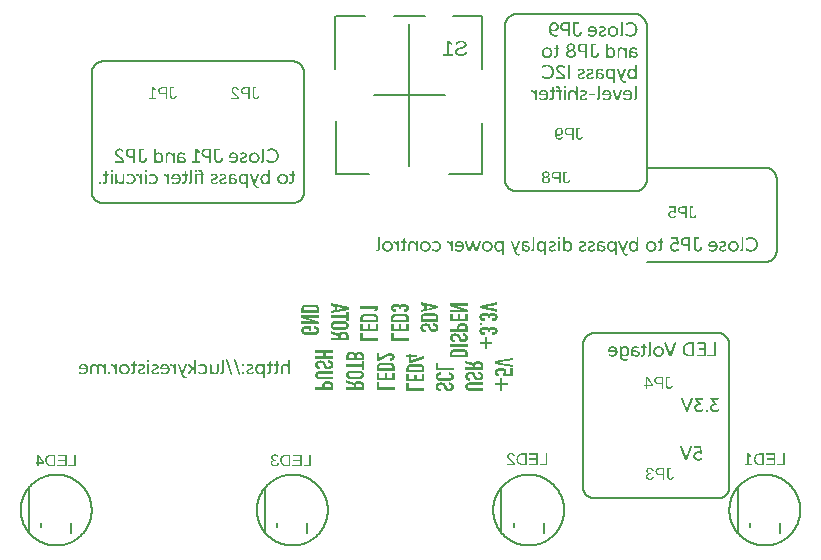
<source format=gbr>
G04 EAGLE Gerber RS-274X export*
G75*
%MOMM*%
%FSLAX34Y34*%
%LPD*%
%INSilkscreen Bottom*%
%IPPOS*%
%AMOC8*
5,1,8,0,0,1.08239X$1,22.5*%
G01*
G04 Define Apertures*
%ADD10C,0.200000*%
%ADD11C,0.127000*%
G36*
X127502Y333818D02*
X127906Y333880D01*
X128289Y333983D01*
X128648Y334124D01*
X128984Y334303D01*
X129295Y334517D01*
X129581Y334765D01*
X129840Y335046D01*
X130072Y335358D01*
X130276Y335700D01*
X130451Y336070D01*
X130596Y336467D01*
X130710Y336889D01*
X130793Y337335D01*
X130843Y337804D01*
X130860Y338293D01*
X130842Y338794D01*
X130787Y339271D01*
X130696Y339723D01*
X130573Y340148D01*
X130417Y340547D01*
X130230Y340916D01*
X130014Y341257D01*
X129770Y341566D01*
X129499Y341843D01*
X129203Y342087D01*
X128883Y342297D01*
X128541Y342471D01*
X128177Y342609D01*
X127794Y342709D01*
X127393Y342769D01*
X126974Y342790D01*
X126620Y342773D01*
X126295Y342726D01*
X125998Y342654D01*
X125728Y342559D01*
X125484Y342447D01*
X125266Y342323D01*
X125073Y342189D01*
X124904Y342052D01*
X124634Y341781D01*
X124450Y341544D01*
X124310Y341314D01*
X124276Y341314D01*
X124302Y341481D01*
X124327Y341890D01*
X124327Y345420D01*
X124319Y345551D01*
X124292Y345665D01*
X124249Y345761D01*
X124187Y345840D01*
X124109Y345901D01*
X124012Y345945D01*
X123899Y345971D01*
X123767Y345980D01*
X123241Y345980D01*
X123110Y345971D01*
X122996Y345945D01*
X122900Y345901D01*
X122821Y345840D01*
X122760Y345761D01*
X122716Y345665D01*
X122690Y345551D01*
X122681Y345420D01*
X122681Y334560D01*
X122690Y334429D01*
X122716Y334315D01*
X122760Y334219D01*
X122821Y334140D01*
X122900Y334079D01*
X122996Y334035D01*
X123110Y334009D01*
X123241Y334000D01*
X123682Y334000D01*
X123814Y334009D01*
X123927Y334034D01*
X124024Y334077D01*
X124102Y334136D01*
X124164Y334210D01*
X124207Y334301D01*
X124234Y334406D01*
X124242Y334526D01*
X124242Y335018D01*
X124225Y335319D01*
X124208Y335442D01*
X124242Y335442D01*
X124389Y335185D01*
X124584Y334922D01*
X124870Y334619D01*
X125050Y334466D01*
X125255Y334317D01*
X125487Y334178D01*
X125746Y334054D01*
X126033Y333948D01*
X126350Y333867D01*
X126698Y333815D01*
X127076Y333796D01*
X127502Y333818D01*
G37*
G36*
X202137Y312615D02*
X202251Y312641D01*
X202347Y312685D01*
X202426Y312746D01*
X202487Y312825D01*
X202531Y312921D01*
X202557Y313035D01*
X202565Y313166D01*
X202565Y324026D01*
X202557Y324157D01*
X202531Y324271D01*
X202487Y324367D01*
X202426Y324446D01*
X202347Y324507D01*
X202251Y324551D01*
X202137Y324577D01*
X202006Y324586D01*
X201615Y324586D01*
X201484Y324578D01*
X201370Y324553D01*
X201274Y324512D01*
X201195Y324457D01*
X201134Y324388D01*
X201090Y324307D01*
X201064Y324214D01*
X201055Y324111D01*
X201055Y323602D01*
X201072Y323277D01*
X201089Y323144D01*
X201055Y323144D01*
X200908Y323401D01*
X200711Y323665D01*
X200421Y323967D01*
X200239Y324120D01*
X200030Y324269D01*
X199795Y324408D01*
X199530Y324533D01*
X199237Y324638D01*
X198913Y324719D01*
X198558Y324771D01*
X198171Y324790D01*
X197748Y324769D01*
X197346Y324706D01*
X196966Y324603D01*
X196608Y324462D01*
X196274Y324283D01*
X195965Y324069D01*
X195680Y323821D01*
X195422Y323540D01*
X195190Y323228D01*
X194987Y322887D01*
X194812Y322517D01*
X194668Y322120D01*
X194553Y321697D01*
X194471Y321251D01*
X194420Y320783D01*
X194404Y320293D01*
X194423Y319792D01*
X194479Y319316D01*
X194570Y318864D01*
X194696Y318438D01*
X194854Y318040D01*
X195042Y317670D01*
X195261Y317330D01*
X195506Y317020D01*
X195779Y316743D01*
X196076Y316499D01*
X196396Y316289D01*
X196737Y316115D01*
X197099Y315977D01*
X197479Y315878D01*
X197877Y315817D01*
X198289Y315796D01*
X198641Y315814D01*
X198964Y315862D01*
X199260Y315937D01*
X199529Y316035D01*
X199772Y316151D01*
X199990Y316280D01*
X200183Y316418D01*
X200353Y316560D01*
X200625Y316840D01*
X200812Y317085D01*
X200953Y317324D01*
X200987Y317324D01*
X200962Y317116D01*
X200944Y316880D01*
X200936Y316577D01*
X200936Y313166D01*
X200945Y313035D01*
X200971Y312921D01*
X201014Y312825D01*
X201074Y312746D01*
X201151Y312685D01*
X201244Y312641D01*
X201354Y312615D01*
X201479Y312606D01*
X202006Y312606D01*
X202137Y312615D01*
G37*
G36*
X217184Y315815D02*
X217518Y315866D01*
X217824Y315947D01*
X218102Y316051D01*
X218353Y316174D01*
X218578Y316312D01*
X218777Y316459D01*
X218952Y316611D01*
X219232Y316910D01*
X219424Y317171D01*
X219570Y317425D01*
X219603Y317425D01*
X219578Y317285D01*
X219561Y317125D01*
X219553Y316916D01*
X219553Y316492D01*
X219562Y316383D01*
X219590Y316286D01*
X219636Y316202D01*
X219699Y316132D01*
X219779Y316075D01*
X219875Y316034D01*
X219986Y316009D01*
X220113Y316000D01*
X220537Y316000D01*
X220668Y316009D01*
X220782Y316035D01*
X220878Y316079D01*
X220957Y316140D01*
X221018Y316219D01*
X221062Y316315D01*
X221088Y316429D01*
X221097Y316560D01*
X221097Y327420D01*
X221088Y327551D01*
X221062Y327665D01*
X221018Y327761D01*
X220957Y327840D01*
X220878Y327901D01*
X220782Y327945D01*
X220668Y327971D01*
X220537Y327980D01*
X220011Y327980D01*
X219885Y327971D01*
X219776Y327945D01*
X219682Y327901D01*
X219606Y327840D01*
X219546Y327761D01*
X219502Y327665D01*
X219476Y327551D01*
X219468Y327420D01*
X219468Y323941D01*
X219476Y323648D01*
X219493Y323417D01*
X219519Y323212D01*
X219485Y323212D01*
X219334Y323458D01*
X219136Y323711D01*
X218848Y324001D01*
X218669Y324148D01*
X218466Y324290D01*
X218237Y324424D01*
X217981Y324543D01*
X217699Y324644D01*
X217390Y324722D01*
X217052Y324772D01*
X216685Y324790D01*
X216268Y324769D01*
X215871Y324706D01*
X215494Y324603D01*
X215140Y324462D01*
X214808Y324284D01*
X214499Y324070D01*
X214215Y323823D01*
X213957Y323543D01*
X213726Y323231D01*
X213522Y322891D01*
X213347Y322522D01*
X213201Y322127D01*
X213086Y321706D01*
X213003Y321263D01*
X212952Y320797D01*
X212935Y320310D01*
X212954Y319806D01*
X213010Y319327D01*
X213101Y318873D01*
X213227Y318445D01*
X213385Y318045D01*
X213574Y317674D01*
X213792Y317333D01*
X214038Y317022D01*
X214310Y316744D01*
X214607Y316500D01*
X214927Y316290D01*
X215269Y316115D01*
X215630Y315977D01*
X216011Y315878D01*
X216408Y315817D01*
X216821Y315796D01*
X217184Y315815D01*
G37*
G36*
X208159Y333818D02*
X208619Y333883D01*
X209062Y333989D01*
X209487Y334134D01*
X209891Y334317D01*
X210271Y334536D01*
X210626Y334788D01*
X210954Y335073D01*
X211251Y335389D01*
X211516Y335734D01*
X211746Y336105D01*
X211940Y336502D01*
X212094Y336923D01*
X212207Y337366D01*
X212277Y337829D01*
X212300Y338310D01*
X212277Y338788D01*
X212207Y339248D01*
X212094Y339688D01*
X211940Y340105D01*
X211746Y340499D01*
X211516Y340868D01*
X211251Y341210D01*
X210954Y341524D01*
X210626Y341806D01*
X210271Y342057D01*
X209891Y342274D01*
X209487Y342455D01*
X209062Y342599D01*
X208619Y342704D01*
X208159Y342768D01*
X207685Y342790D01*
X207211Y342768D01*
X206750Y342704D01*
X206306Y342599D01*
X205880Y342455D01*
X205475Y342274D01*
X205093Y342057D01*
X204737Y341806D01*
X204408Y341524D01*
X204109Y341210D01*
X203843Y340868D01*
X203611Y340499D01*
X203416Y340105D01*
X203260Y339688D01*
X203146Y339248D01*
X203076Y338788D01*
X203052Y338310D01*
X203076Y337829D01*
X203146Y337366D01*
X203260Y336923D01*
X203416Y336502D01*
X203611Y336105D01*
X203843Y335734D01*
X204109Y335389D01*
X204408Y335073D01*
X204737Y334788D01*
X205093Y334536D01*
X205475Y334317D01*
X205880Y334134D01*
X206306Y333989D01*
X206750Y333883D01*
X207211Y333818D01*
X207685Y333796D01*
X208159Y333818D01*
G37*
G36*
X232282Y315818D02*
X232742Y315883D01*
X233186Y315989D01*
X233610Y316134D01*
X234014Y316317D01*
X234395Y316536D01*
X234750Y316788D01*
X235077Y317073D01*
X235374Y317389D01*
X235639Y317734D01*
X235869Y318105D01*
X236063Y318502D01*
X236217Y318923D01*
X236330Y319366D01*
X236400Y319829D01*
X236424Y320310D01*
X236400Y320788D01*
X236330Y321248D01*
X236217Y321688D01*
X236063Y322105D01*
X235869Y322499D01*
X235639Y322868D01*
X235374Y323210D01*
X235077Y323524D01*
X234750Y323806D01*
X234395Y324057D01*
X234014Y324274D01*
X233610Y324455D01*
X233186Y324599D01*
X232742Y324704D01*
X232282Y324768D01*
X231808Y324790D01*
X231334Y324768D01*
X230873Y324704D01*
X230429Y324599D01*
X230003Y324455D01*
X229598Y324274D01*
X229216Y324057D01*
X228860Y323806D01*
X228531Y323524D01*
X228232Y323210D01*
X227966Y322868D01*
X227734Y322499D01*
X227539Y322105D01*
X227384Y321688D01*
X227270Y321248D01*
X227200Y320788D01*
X227176Y320310D01*
X227200Y319829D01*
X227270Y319366D01*
X227384Y318923D01*
X227539Y318502D01*
X227734Y318105D01*
X227966Y317734D01*
X228232Y317389D01*
X228531Y317073D01*
X228860Y316788D01*
X229216Y316536D01*
X229598Y316317D01*
X230003Y316134D01*
X230429Y315989D01*
X230873Y315883D01*
X231334Y315818D01*
X231808Y315796D01*
X232282Y315818D01*
G37*
G36*
X170691Y334009D02*
X170805Y334035D01*
X170901Y334079D01*
X170980Y334140D01*
X171041Y334219D01*
X171085Y334315D01*
X171111Y334429D01*
X171120Y334560D01*
X171120Y345420D01*
X171111Y345551D01*
X171085Y345665D01*
X171041Y345761D01*
X170980Y345840D01*
X170901Y345901D01*
X170805Y345945D01*
X170691Y345971D01*
X170560Y345980D01*
X166742Y345980D01*
X166339Y345963D01*
X165952Y345912D01*
X165583Y345829D01*
X165232Y345714D01*
X164902Y345568D01*
X164593Y345393D01*
X164308Y345189D01*
X164046Y344958D01*
X163810Y344699D01*
X163601Y344416D01*
X163421Y344107D01*
X163270Y343775D01*
X163150Y343420D01*
X163063Y343044D01*
X163010Y342647D01*
X162992Y342230D01*
X163010Y341812D01*
X163063Y341414D01*
X163150Y341035D01*
X163270Y340677D01*
X163421Y340341D01*
X163601Y340028D01*
X163810Y339740D01*
X164046Y339477D01*
X164308Y339240D01*
X164593Y339032D01*
X164902Y338852D01*
X165232Y338703D01*
X165583Y338585D01*
X165952Y338499D01*
X166339Y338447D01*
X166742Y338429D01*
X169457Y338429D01*
X169457Y334560D01*
X169466Y334429D01*
X169492Y334315D01*
X169536Y334219D01*
X169597Y334140D01*
X169676Y334079D01*
X169772Y334035D01*
X169886Y334009D01*
X170017Y334000D01*
X170560Y334000D01*
X170691Y334009D01*
G37*
G36*
X106410Y334009D02*
X106524Y334035D01*
X106620Y334079D01*
X106699Y334140D01*
X106760Y334219D01*
X106804Y334315D01*
X106830Y334429D01*
X106839Y334560D01*
X106839Y345420D01*
X106830Y345551D01*
X106804Y345665D01*
X106760Y345761D01*
X106699Y345840D01*
X106620Y345901D01*
X106524Y345945D01*
X106410Y345971D01*
X106279Y345980D01*
X102461Y345980D01*
X102058Y345963D01*
X101671Y345912D01*
X101302Y345829D01*
X100951Y345714D01*
X100621Y345568D01*
X100312Y345393D01*
X100026Y345189D01*
X99765Y344958D01*
X99529Y344699D01*
X99320Y344416D01*
X99139Y344107D01*
X98989Y343775D01*
X98869Y343420D01*
X98782Y343044D01*
X98729Y342647D01*
X98711Y342230D01*
X98729Y341812D01*
X98782Y341414D01*
X98869Y341035D01*
X98989Y340677D01*
X99139Y340341D01*
X99320Y340028D01*
X99529Y339740D01*
X99765Y339477D01*
X100026Y339240D01*
X100312Y339032D01*
X100621Y338852D01*
X100951Y338703D01*
X101302Y338585D01*
X101671Y338499D01*
X102058Y338447D01*
X102461Y338429D01*
X105176Y338429D01*
X105176Y334560D01*
X105184Y334429D01*
X105211Y334315D01*
X105254Y334219D01*
X105316Y334140D01*
X105394Y334079D01*
X105491Y334035D01*
X105604Y334009D01*
X105736Y334000D01*
X106279Y334000D01*
X106410Y334009D01*
G37*
G36*
X147239Y333807D02*
X147515Y333840D01*
X147785Y333893D01*
X148046Y333967D01*
X148296Y334062D01*
X148534Y334177D01*
X148758Y334311D01*
X148966Y334465D01*
X149157Y334637D01*
X149328Y334828D01*
X149478Y335037D01*
X149604Y335264D01*
X149706Y335508D01*
X149780Y335769D01*
X149827Y336047D01*
X149842Y336342D01*
X149833Y336585D01*
X149804Y336814D01*
X149758Y337030D01*
X149695Y337233D01*
X149616Y337424D01*
X149522Y337603D01*
X149414Y337771D01*
X149292Y337927D01*
X149013Y338207D01*
X148691Y338447D01*
X148334Y338649D01*
X147948Y338817D01*
X147542Y338954D01*
X147122Y339062D01*
X146696Y339146D01*
X146270Y339208D01*
X145852Y339250D01*
X145450Y339277D01*
X144718Y339294D01*
X144277Y339294D01*
X144277Y339515D01*
X144286Y339768D01*
X144314Y340000D01*
X144359Y340212D01*
X144420Y340403D01*
X144498Y340576D01*
X144590Y340730D01*
X144696Y340866D01*
X144815Y340985D01*
X144947Y341087D01*
X145090Y341174D01*
X145244Y341245D01*
X145408Y341302D01*
X145580Y341345D01*
X145761Y341375D01*
X146143Y341398D01*
X146454Y341384D01*
X146749Y341345D01*
X147025Y341285D01*
X147282Y341210D01*
X147730Y341033D01*
X148078Y340855D01*
X148195Y340808D01*
X148307Y340780D01*
X148412Y340772D01*
X148510Y340785D01*
X148603Y340820D01*
X148689Y340877D01*
X148768Y340956D01*
X148841Y341059D01*
X148977Y341297D01*
X149030Y341415D01*
X149062Y341528D01*
X149073Y341635D01*
X149062Y341736D01*
X149028Y341829D01*
X148972Y341915D01*
X148893Y341992D01*
X148790Y342060D01*
X148324Y342296D01*
X148031Y342418D01*
X147698Y342533D01*
X147328Y342635D01*
X146922Y342716D01*
X146481Y342770D01*
X146007Y342790D01*
X145617Y342776D01*
X145249Y342735D01*
X144902Y342666D01*
X144578Y342570D01*
X144277Y342448D01*
X143999Y342299D01*
X143746Y342125D01*
X143517Y341924D01*
X143314Y341699D01*
X143135Y341448D01*
X142983Y341172D01*
X142858Y340871D01*
X142759Y340547D01*
X142688Y340198D01*
X142645Y339826D01*
X142631Y339430D01*
X142631Y334560D01*
X142640Y334429D01*
X142668Y334315D01*
X142714Y334219D01*
X142777Y334140D01*
X142857Y334079D01*
X142953Y334035D01*
X143064Y334009D01*
X143191Y334000D01*
X143615Y334000D01*
X143741Y334009D01*
X143853Y334035D01*
X143949Y334079D01*
X144028Y334140D01*
X144092Y334219D01*
X144137Y334315D01*
X144165Y334429D01*
X144175Y334560D01*
X144175Y335069D01*
X144167Y335287D01*
X144149Y335453D01*
X144124Y335595D01*
X144158Y335595D01*
X144314Y335314D01*
X144516Y335026D01*
X144807Y334696D01*
X144987Y334528D01*
X145192Y334365D01*
X145421Y334214D01*
X145676Y334077D01*
X145956Y333962D01*
X146263Y333874D01*
X146596Y333817D01*
X146958Y333796D01*
X147239Y333807D01*
G37*
G36*
X190644Y315807D02*
X190920Y315840D01*
X191189Y315893D01*
X191450Y315967D01*
X191701Y316062D01*
X191939Y316177D01*
X192163Y316311D01*
X192371Y316465D01*
X192561Y316637D01*
X192732Y316828D01*
X192882Y317037D01*
X193009Y317264D01*
X193110Y317508D01*
X193185Y317769D01*
X193231Y318047D01*
X193247Y318342D01*
X193237Y318585D01*
X193209Y318814D01*
X193163Y319030D01*
X193100Y319233D01*
X193021Y319424D01*
X192927Y319603D01*
X192818Y319771D01*
X192697Y319927D01*
X192417Y320207D01*
X192095Y320447D01*
X191738Y320649D01*
X191353Y320817D01*
X190947Y320954D01*
X190527Y321062D01*
X190100Y321146D01*
X189675Y321208D01*
X189257Y321250D01*
X188854Y321277D01*
X188122Y321294D01*
X187681Y321294D01*
X187681Y321515D01*
X187691Y321768D01*
X187718Y322000D01*
X187763Y322212D01*
X187825Y322403D01*
X187902Y322576D01*
X187994Y322730D01*
X188101Y322866D01*
X188220Y322985D01*
X188352Y323087D01*
X188495Y323174D01*
X188649Y323245D01*
X188812Y323302D01*
X188985Y323345D01*
X189165Y323375D01*
X189548Y323398D01*
X189858Y323384D01*
X190153Y323345D01*
X190430Y323285D01*
X190687Y323210D01*
X191135Y323033D01*
X191482Y322855D01*
X191600Y322808D01*
X191711Y322780D01*
X191816Y322772D01*
X191915Y322785D01*
X192007Y322820D01*
X192093Y322877D01*
X192173Y322956D01*
X192246Y323059D01*
X192382Y323297D01*
X192435Y323415D01*
X192467Y323528D01*
X192478Y323635D01*
X192466Y323736D01*
X192433Y323829D01*
X192377Y323915D01*
X192298Y323992D01*
X192195Y324060D01*
X191729Y324296D01*
X191435Y324418D01*
X191103Y324533D01*
X190732Y324635D01*
X190326Y324716D01*
X189886Y324770D01*
X189412Y324790D01*
X189022Y324776D01*
X188653Y324735D01*
X188306Y324666D01*
X187982Y324570D01*
X187681Y324448D01*
X187404Y324299D01*
X187151Y324125D01*
X186922Y323924D01*
X186718Y323699D01*
X186540Y323448D01*
X186388Y323172D01*
X186262Y322871D01*
X186164Y322547D01*
X186093Y322198D01*
X186050Y321826D01*
X186035Y321430D01*
X186035Y316560D01*
X186045Y316429D01*
X186073Y316315D01*
X186118Y316219D01*
X186182Y316140D01*
X186261Y316079D01*
X186357Y316035D01*
X186469Y316009D01*
X186595Y316000D01*
X187019Y316000D01*
X187146Y316009D01*
X187257Y316035D01*
X187353Y316079D01*
X187433Y316140D01*
X187496Y316219D01*
X187542Y316315D01*
X187570Y316429D01*
X187579Y316560D01*
X187579Y317069D01*
X187571Y317287D01*
X187554Y317453D01*
X187528Y317595D01*
X187562Y317595D01*
X187718Y317314D01*
X187920Y317026D01*
X188211Y316696D01*
X188392Y316528D01*
X188596Y316365D01*
X188826Y316214D01*
X189080Y316077D01*
X189360Y315962D01*
X189667Y315874D01*
X190001Y315817D01*
X190362Y315796D01*
X190644Y315807D01*
G37*
G36*
X141511Y315819D02*
X141985Y315885D01*
X142437Y315993D01*
X142864Y316141D01*
X143266Y316327D01*
X143640Y316548D01*
X143985Y316803D01*
X144301Y317090D01*
X144585Y317407D01*
X144835Y317752D01*
X145052Y318122D01*
X145232Y318517D01*
X145374Y318933D01*
X145478Y319369D01*
X145542Y319823D01*
X145563Y320293D01*
X145542Y320794D01*
X145479Y321271D01*
X145376Y321723D01*
X145236Y322148D01*
X145059Y322547D01*
X144849Y322916D01*
X144606Y323257D01*
X144333Y323566D01*
X144031Y323843D01*
X143702Y324087D01*
X143348Y324297D01*
X142972Y324471D01*
X142573Y324609D01*
X142156Y324709D01*
X141721Y324769D01*
X141270Y324790D01*
X140837Y324770D01*
X140429Y324712D01*
X140046Y324617D01*
X139690Y324487D01*
X139359Y324323D01*
X139055Y324127D01*
X138779Y323899D01*
X138529Y323642D01*
X138308Y323357D01*
X138115Y323046D01*
X137950Y322709D01*
X137815Y322349D01*
X137708Y321966D01*
X137632Y321563D01*
X137586Y321141D01*
X137571Y320700D01*
X137582Y320588D01*
X137613Y320481D01*
X137664Y320384D01*
X137732Y320297D01*
X137816Y320225D01*
X137914Y320171D01*
X138025Y320136D01*
X138148Y320123D01*
X143883Y320123D01*
X143850Y319783D01*
X143789Y319463D01*
X143702Y319163D01*
X143591Y318883D01*
X143457Y318623D01*
X143301Y318385D01*
X143126Y318168D01*
X142933Y317973D01*
X142723Y317799D01*
X142497Y317648D01*
X142258Y317519D01*
X142007Y317413D01*
X141746Y317330D01*
X141475Y317270D01*
X141197Y317234D01*
X140914Y317222D01*
X140573Y317239D01*
X140254Y317287D01*
X139957Y317360D01*
X139683Y317453D01*
X139435Y317559D01*
X139215Y317673D01*
X138860Y317901D01*
X138743Y317954D01*
X138631Y317988D01*
X138526Y318001D01*
X138428Y317992D01*
X138335Y317959D01*
X138249Y317903D01*
X138170Y317821D01*
X138097Y317714D01*
X137944Y317459D01*
X137891Y317351D01*
X137858Y317245D01*
X137847Y317141D01*
X137857Y317041D01*
X137888Y316947D01*
X137942Y316860D01*
X138017Y316782D01*
X138114Y316713D01*
X138589Y316419D01*
X138893Y316266D01*
X139240Y316121D01*
X139627Y315992D01*
X140054Y315889D01*
X140517Y315821D01*
X140762Y315803D01*
X141015Y315796D01*
X141511Y315819D01*
G37*
G36*
X190294Y333819D02*
X190768Y333885D01*
X191220Y333993D01*
X191647Y334141D01*
X192049Y334327D01*
X192423Y334548D01*
X192768Y334803D01*
X193084Y335090D01*
X193368Y335407D01*
X193618Y335752D01*
X193835Y336122D01*
X194015Y336517D01*
X194157Y336933D01*
X194261Y337369D01*
X194325Y337823D01*
X194346Y338293D01*
X194325Y338794D01*
X194262Y339271D01*
X194159Y339723D01*
X194019Y340148D01*
X193842Y340547D01*
X193632Y340916D01*
X193389Y341257D01*
X193116Y341566D01*
X192814Y341843D01*
X192485Y342087D01*
X192131Y342297D01*
X191754Y342471D01*
X191356Y342609D01*
X190939Y342709D01*
X190504Y342769D01*
X190053Y342790D01*
X189620Y342770D01*
X189212Y342712D01*
X188829Y342617D01*
X188473Y342487D01*
X188142Y342323D01*
X187838Y342127D01*
X187562Y341899D01*
X187312Y341642D01*
X187091Y341357D01*
X186898Y341046D01*
X186733Y340709D01*
X186598Y340349D01*
X186491Y339966D01*
X186415Y339563D01*
X186369Y339141D01*
X186354Y338700D01*
X186365Y338588D01*
X186396Y338481D01*
X186447Y338384D01*
X186515Y338297D01*
X186599Y338225D01*
X186697Y338171D01*
X186808Y338136D01*
X186931Y338123D01*
X192666Y338123D01*
X192633Y337783D01*
X192572Y337463D01*
X192485Y337163D01*
X192374Y336883D01*
X192240Y336623D01*
X192084Y336385D01*
X191909Y336168D01*
X191716Y335973D01*
X191506Y335799D01*
X191280Y335648D01*
X191041Y335519D01*
X190790Y335413D01*
X190529Y335330D01*
X190258Y335270D01*
X189980Y335234D01*
X189696Y335222D01*
X189356Y335239D01*
X189037Y335287D01*
X188740Y335360D01*
X188466Y335453D01*
X188218Y335559D01*
X187998Y335673D01*
X187643Y335901D01*
X187526Y335954D01*
X187414Y335988D01*
X187309Y336001D01*
X187211Y335992D01*
X187118Y335959D01*
X187032Y335903D01*
X186953Y335821D01*
X186880Y335714D01*
X186727Y335459D01*
X186674Y335351D01*
X186641Y335245D01*
X186630Y335141D01*
X186640Y335041D01*
X186671Y334947D01*
X186725Y334860D01*
X186800Y334782D01*
X186897Y334713D01*
X187372Y334419D01*
X187676Y334266D01*
X188023Y334121D01*
X188410Y333992D01*
X188837Y333889D01*
X189300Y333821D01*
X189545Y333803D01*
X189798Y333796D01*
X190294Y333819D01*
G37*
G36*
X222678Y333804D02*
X223013Y333828D01*
X223340Y333867D01*
X223660Y333921D01*
X223971Y333990D01*
X224273Y334073D01*
X224567Y334170D01*
X224852Y334281D01*
X225394Y334541D01*
X225898Y334851D01*
X226362Y335209D01*
X226785Y335610D01*
X227163Y336052D01*
X227497Y336533D01*
X227785Y337049D01*
X228023Y337598D01*
X228212Y338176D01*
X228287Y338475D01*
X228349Y338780D01*
X228397Y339092D01*
X228432Y339409D01*
X228453Y339731D01*
X228460Y340058D01*
X228453Y340381D01*
X228431Y340700D01*
X228395Y341013D01*
X228345Y341320D01*
X228282Y341621D01*
X228205Y341915D01*
X228012Y342483D01*
X227768Y343020D01*
X227477Y343525D01*
X227139Y343994D01*
X226757Y344425D01*
X226333Y344816D01*
X225869Y345163D01*
X225368Y345463D01*
X224831Y345716D01*
X224549Y345823D01*
X224260Y345916D01*
X223963Y345997D01*
X223658Y346063D01*
X223346Y346115D01*
X223027Y346153D01*
X222701Y346176D01*
X222368Y346184D01*
X221992Y346174D01*
X221633Y346148D01*
X221290Y346107D01*
X220965Y346052D01*
X220366Y345908D01*
X219836Y345730D01*
X219374Y345531D01*
X218980Y345325D01*
X218655Y345125D01*
X218398Y344945D01*
X218308Y344865D01*
X218241Y344780D01*
X218197Y344689D01*
X218175Y344593D01*
X218175Y344492D01*
X218195Y344386D01*
X218236Y344277D01*
X218296Y344164D01*
X218516Y343825D01*
X218595Y343723D01*
X218679Y343646D01*
X218768Y343594D01*
X218862Y343566D01*
X218962Y343562D01*
X219068Y343582D01*
X219179Y343624D01*
X219297Y343689D01*
X219778Y343981D01*
X220091Y344139D01*
X220449Y344292D01*
X220851Y344428D01*
X221294Y344539D01*
X221778Y344612D01*
X222035Y344632D01*
X222301Y344639D01*
X222809Y344616D01*
X223290Y344547D01*
X223743Y344435D01*
X224167Y344282D01*
X224561Y344090D01*
X224925Y343862D01*
X225258Y343599D01*
X225559Y343305D01*
X225827Y342981D01*
X226062Y342630D01*
X226263Y342254D01*
X226429Y341855D01*
X226559Y341435D01*
X226653Y340997D01*
X226710Y340543D01*
X226729Y340075D01*
X226710Y339602D01*
X226652Y339141D01*
X226556Y338693D01*
X226424Y338261D01*
X226255Y337849D01*
X226052Y337458D01*
X225814Y337092D01*
X225544Y336753D01*
X225240Y336444D01*
X224906Y336167D01*
X224540Y335926D01*
X224145Y335722D01*
X223721Y335559D01*
X223269Y335440D01*
X222789Y335366D01*
X222540Y335347D01*
X222284Y335341D01*
X221993Y335349D01*
X221712Y335374D01*
X221442Y335414D01*
X221183Y335466D01*
X220698Y335604D01*
X220260Y335773D01*
X219871Y335962D01*
X219535Y336157D01*
X219026Y336511D01*
X218918Y336584D01*
X218813Y336634D01*
X218710Y336663D01*
X218610Y336668D01*
X218513Y336650D01*
X218419Y336607D01*
X218330Y336538D01*
X218245Y336444D01*
X217990Y336104D01*
X217925Y336002D01*
X217880Y335901D01*
X217856Y335800D01*
X217855Y335701D01*
X217875Y335603D01*
X217919Y335508D01*
X217985Y335414D01*
X218075Y335324D01*
X218344Y335112D01*
X218691Y334870D01*
X219114Y334617D01*
X219613Y334369D01*
X220186Y334145D01*
X220500Y334048D01*
X220831Y333963D01*
X221181Y333894D01*
X221548Y333841D01*
X221933Y333808D01*
X222334Y333796D01*
X222678Y333804D01*
G37*
G36*
X158752Y316009D02*
X158866Y316035D01*
X158962Y316079D01*
X159041Y316140D01*
X159102Y316219D01*
X159146Y316315D01*
X159172Y316429D01*
X159181Y316560D01*
X159181Y323263D01*
X162626Y323263D01*
X162626Y316560D01*
X162634Y316429D01*
X162661Y316315D01*
X162704Y316219D01*
X162766Y316140D01*
X162844Y316079D01*
X162941Y316035D01*
X163054Y316009D01*
X163186Y316000D01*
X163712Y316000D01*
X163838Y316009D01*
X163950Y316035D01*
X164045Y316079D01*
X164125Y316140D01*
X164188Y316219D01*
X164234Y316315D01*
X164262Y316429D01*
X164272Y316560D01*
X164272Y323263D01*
X164815Y323263D01*
X164941Y323271D01*
X165052Y323298D01*
X165148Y323341D01*
X165228Y323403D01*
X165291Y323481D01*
X165337Y323578D01*
X165365Y323691D01*
X165375Y323823D01*
X165375Y324026D01*
X165365Y324157D01*
X165337Y324271D01*
X165291Y324367D01*
X165228Y324446D01*
X165148Y324507D01*
X165052Y324551D01*
X164941Y324577D01*
X164815Y324586D01*
X164272Y324586D01*
X164272Y324909D01*
X164265Y325157D01*
X164246Y325391D01*
X164174Y325824D01*
X164061Y326208D01*
X163911Y326547D01*
X163729Y326844D01*
X163522Y327100D01*
X163294Y327320D01*
X163050Y327505D01*
X162796Y327658D01*
X162537Y327782D01*
X162278Y327880D01*
X162024Y327953D01*
X161781Y328006D01*
X161553Y328041D01*
X161166Y328065D01*
X160963Y328065D01*
X160832Y328055D01*
X160718Y328027D01*
X160622Y327982D01*
X160543Y327918D01*
X160482Y327839D01*
X160438Y327743D01*
X160412Y327631D01*
X160403Y327505D01*
X160403Y327182D01*
X160412Y327053D01*
X160441Y326942D01*
X160488Y326850D01*
X160553Y326775D01*
X160637Y326716D01*
X160739Y326672D01*
X160859Y326641D01*
X160997Y326622D01*
X161247Y326602D01*
X161516Y326554D01*
X161788Y326464D01*
X161920Y326399D01*
X162047Y326317D01*
X162166Y326217D01*
X162276Y326096D01*
X162374Y325954D01*
X162459Y325787D01*
X162529Y325595D01*
X162581Y325374D01*
X162614Y325123D01*
X162626Y324841D01*
X162626Y324586D01*
X158095Y324586D01*
X157969Y324577D01*
X157857Y324551D01*
X157761Y324507D01*
X157681Y324446D01*
X157618Y324367D01*
X157572Y324271D01*
X157545Y324157D01*
X157535Y324026D01*
X157535Y316560D01*
X157545Y316429D01*
X157572Y316315D01*
X157618Y316219D01*
X157681Y316140D01*
X157761Y316079D01*
X157857Y316035D01*
X157969Y316009D01*
X158095Y316000D01*
X158621Y316000D01*
X158752Y316009D01*
G37*
G36*
X96987Y334009D02*
X97100Y334035D01*
X97201Y334079D01*
X97288Y334140D01*
X97359Y334219D01*
X97412Y334315D01*
X97446Y334429D01*
X97457Y334560D01*
X97457Y334916D01*
X97441Y335307D01*
X97392Y335677D01*
X97312Y336027D01*
X97205Y336360D01*
X97072Y336675D01*
X96916Y336974D01*
X96738Y337258D01*
X96540Y337528D01*
X96325Y337785D01*
X96096Y338031D01*
X95600Y338490D01*
X95069Y338916D01*
X94522Y339315D01*
X93444Y340072D01*
X92948Y340446D01*
X92504Y340829D01*
X92306Y341027D01*
X92128Y341230D01*
X91972Y341439D01*
X91839Y341656D01*
X91731Y341881D01*
X91652Y342116D01*
X91603Y342362D01*
X91586Y342620D01*
X91597Y342838D01*
X91627Y343046D01*
X91678Y343244D01*
X91746Y343431D01*
X91833Y343607D01*
X91937Y343770D01*
X92057Y343921D01*
X92193Y344058D01*
X92343Y344182D01*
X92508Y344290D01*
X92685Y344384D01*
X92875Y344462D01*
X93076Y344524D01*
X93288Y344569D01*
X93510Y344596D01*
X93741Y344605D01*
X93941Y344598D01*
X94131Y344575D01*
X94486Y344490D01*
X94805Y344364D01*
X95088Y344207D01*
X95336Y344030D01*
X95548Y343847D01*
X95862Y343503D01*
X96047Y343343D01*
X96143Y343290D01*
X96242Y343259D01*
X96343Y343250D01*
X96447Y343266D01*
X96553Y343310D01*
X96660Y343384D01*
X96965Y343621D01*
X97063Y343706D01*
X97140Y343793D01*
X97194Y343884D01*
X97226Y343978D01*
X97235Y344075D01*
X97221Y344175D01*
X97182Y344278D01*
X97118Y344385D01*
X96916Y344647D01*
X96651Y344938D01*
X96321Y345237D01*
X95924Y345526D01*
X95700Y345660D01*
X95458Y345784D01*
X95198Y345896D01*
X94920Y345993D01*
X94624Y346073D01*
X94309Y346133D01*
X93976Y346170D01*
X93623Y346184D01*
X93219Y346168D01*
X92831Y346120D01*
X92461Y346043D01*
X92108Y345936D01*
X91775Y345802D01*
X91463Y345640D01*
X91174Y345451D01*
X90910Y345238D01*
X90671Y345000D01*
X90459Y344739D01*
X90275Y344455D01*
X90122Y344150D01*
X90000Y343826D01*
X89911Y343481D01*
X89857Y343119D01*
X89839Y342739D01*
X89855Y342379D01*
X89903Y342038D01*
X89980Y341715D01*
X90085Y341408D01*
X90215Y341116D01*
X90368Y340839D01*
X90542Y340576D01*
X90735Y340325D01*
X90946Y340085D01*
X91170Y339856D01*
X91656Y339426D01*
X92176Y339026D01*
X92713Y338647D01*
X93772Y337925D01*
X94260Y337565D01*
X94699Y337196D01*
X94895Y337005D01*
X95072Y336808D01*
X95228Y336605D01*
X95362Y336395D01*
X95470Y336176D01*
X95552Y335948D01*
X95604Y335709D01*
X95625Y335459D01*
X90212Y335459D01*
X90085Y335451D01*
X89974Y335424D01*
X89878Y335381D01*
X89798Y335319D01*
X89735Y335241D01*
X89689Y335144D01*
X89661Y335031D01*
X89652Y334899D01*
X89652Y334560D01*
X89661Y334429D01*
X89689Y334315D01*
X89735Y334219D01*
X89798Y334140D01*
X89878Y334079D01*
X89974Y334035D01*
X90085Y334009D01*
X90212Y334000D01*
X96864Y334000D01*
X96987Y334009D01*
G37*
G36*
X210819Y312443D02*
X210991Y312462D01*
X211309Y312528D01*
X211588Y312616D01*
X211826Y312708D01*
X211935Y312767D01*
X212021Y312839D01*
X212084Y312923D01*
X212125Y313016D01*
X212145Y313116D01*
X212144Y313221D01*
X212122Y313329D01*
X212081Y313438D01*
X211945Y313726D01*
X211889Y313829D01*
X211823Y313910D01*
X211750Y313970D01*
X211669Y314010D01*
X211585Y314034D01*
X211497Y314041D01*
X211317Y314015D01*
X211023Y313896D01*
X210842Y313848D01*
X210639Y313828D01*
X210510Y313835D01*
X210387Y313856D01*
X210153Y313934D01*
X209937Y314057D01*
X209741Y314218D01*
X209565Y314411D01*
X209410Y314630D01*
X209275Y314867D01*
X209162Y315118D01*
X208738Y316102D01*
X212064Y323941D01*
X212111Y324081D01*
X212127Y324207D01*
X212112Y324317D01*
X212068Y324410D01*
X211998Y324485D01*
X211902Y324540D01*
X211782Y324574D01*
X211640Y324586D01*
X210978Y324586D01*
X210863Y324580D01*
X210758Y324560D01*
X210664Y324527D01*
X210581Y324480D01*
X210509Y324419D01*
X210446Y324343D01*
X210350Y324145D01*
X208331Y318970D01*
X208121Y318293D01*
X208025Y317934D01*
X207991Y317934D01*
X207905Y318278D01*
X207703Y318953D01*
X205752Y324128D01*
X205658Y324336D01*
X205598Y324415D01*
X205527Y324478D01*
X205445Y324526D01*
X205351Y324560D01*
X205244Y324580D01*
X205124Y324586D01*
X204513Y324586D01*
X204371Y324574D01*
X204251Y324540D01*
X204154Y324485D01*
X204082Y324410D01*
X204037Y324317D01*
X204019Y324207D01*
X204030Y324081D01*
X204072Y323941D01*
X207856Y314490D01*
X207958Y314246D01*
X208072Y314017D01*
X208198Y313803D01*
X208336Y313603D01*
X208484Y313420D01*
X208642Y313251D01*
X208810Y313098D01*
X208986Y312961D01*
X209171Y312839D01*
X209363Y312733D01*
X209562Y312643D01*
X209767Y312569D01*
X209978Y312511D01*
X210194Y312470D01*
X210414Y312445D01*
X210639Y312437D01*
X210819Y312443D01*
G37*
G36*
X133806Y334009D02*
X133918Y334035D01*
X134014Y334079D01*
X134093Y334140D01*
X134156Y334219D01*
X134202Y334315D01*
X134230Y334429D01*
X134240Y334560D01*
X134240Y339125D01*
X134253Y339563D01*
X134298Y339970D01*
X134337Y340158D01*
X134387Y340336D01*
X134451Y340501D01*
X134530Y340654D01*
X134625Y340792D01*
X134738Y340915D01*
X134869Y341022D01*
X135020Y341112D01*
X135193Y341184D01*
X135388Y341236D01*
X135607Y341269D01*
X135852Y341280D01*
X136158Y341264D01*
X136452Y341216D01*
X136734Y341139D01*
X137001Y341034D01*
X137254Y340902D01*
X137490Y340745D01*
X137709Y340564D01*
X137909Y340361D01*
X138090Y340137D01*
X138251Y339893D01*
X138389Y339632D01*
X138505Y339354D01*
X138597Y339061D01*
X138664Y338754D01*
X138706Y338436D01*
X138719Y338106D01*
X138719Y334560D01*
X138728Y334429D01*
X138754Y334315D01*
X138798Y334219D01*
X138859Y334140D01*
X138938Y334079D01*
X139034Y334035D01*
X139148Y334009D01*
X139279Y334000D01*
X139805Y334000D01*
X139932Y334009D01*
X140043Y334035D01*
X140139Y334079D01*
X140219Y334140D01*
X140282Y334219D01*
X140328Y334315D01*
X140356Y334429D01*
X140365Y334560D01*
X140365Y342026D01*
X140356Y342157D01*
X140328Y342271D01*
X140282Y342367D01*
X140219Y342446D01*
X140139Y342507D01*
X140043Y342551D01*
X139932Y342577D01*
X139805Y342586D01*
X139330Y342586D01*
X139199Y342577D01*
X139085Y342551D01*
X138989Y342507D01*
X138910Y342446D01*
X138849Y342367D01*
X138805Y342271D01*
X138779Y342157D01*
X138770Y342026D01*
X138770Y341263D01*
X138796Y340921D01*
X138821Y340771D01*
X138787Y340771D01*
X138627Y341072D01*
X138400Y341401D01*
X138104Y341738D01*
X137737Y342060D01*
X137527Y342210D01*
X137298Y342348D01*
X137051Y342472D01*
X136785Y342579D01*
X136500Y342667D01*
X136196Y342734D01*
X135873Y342775D01*
X135529Y342790D01*
X135164Y342777D01*
X134823Y342738D01*
X134509Y342674D01*
X134219Y342583D01*
X133954Y342467D01*
X133713Y342325D01*
X133497Y342158D01*
X133304Y341965D01*
X133136Y341746D01*
X132990Y341501D01*
X132868Y341231D01*
X132768Y340936D01*
X132692Y340615D01*
X132637Y340268D01*
X132605Y339896D01*
X132594Y339498D01*
X132594Y334560D01*
X132602Y334429D01*
X132629Y334315D01*
X132672Y334219D01*
X132734Y334140D01*
X132812Y334079D01*
X132909Y334035D01*
X133022Y334009D01*
X133154Y334000D01*
X133680Y334000D01*
X133806Y334009D01*
G37*
G36*
X95273Y315808D02*
X95603Y315845D01*
X95910Y315905D01*
X96194Y315991D01*
X96456Y316102D01*
X96695Y316238D01*
X96912Y316401D01*
X97107Y316590D01*
X97278Y316805D01*
X97427Y317047D01*
X97553Y317317D01*
X97657Y317615D01*
X97737Y317940D01*
X97794Y318294D01*
X97829Y318677D01*
X97841Y319088D01*
X97841Y324026D01*
X97832Y324157D01*
X97806Y324271D01*
X97762Y324367D01*
X97701Y324446D01*
X97622Y324507D01*
X97526Y324551D01*
X97412Y324577D01*
X97281Y324586D01*
X96755Y324586D01*
X96629Y324577D01*
X96519Y324551D01*
X96426Y324507D01*
X96349Y324446D01*
X96289Y324367D01*
X96246Y324271D01*
X96220Y324157D01*
X96212Y324026D01*
X96212Y319462D01*
X96198Y319029D01*
X96151Y318626D01*
X96111Y318439D01*
X96059Y318263D01*
X95994Y318099D01*
X95915Y317947D01*
X95819Y317810D01*
X95706Y317687D01*
X95575Y317580D01*
X95424Y317491D01*
X95252Y317419D01*
X95059Y317367D01*
X94841Y317335D01*
X94599Y317324D01*
X94277Y317341D01*
X93973Y317393D01*
X93686Y317477D01*
X93418Y317591D01*
X93168Y317733D01*
X92938Y317902D01*
X92728Y318094D01*
X92538Y318308D01*
X92368Y318542D01*
X92220Y318793D01*
X92094Y319061D01*
X91989Y319342D01*
X91907Y319635D01*
X91848Y319938D01*
X91812Y320249D01*
X91800Y320565D01*
X91800Y324026D01*
X91791Y324157D01*
X91765Y324271D01*
X91721Y324367D01*
X91660Y324446D01*
X91581Y324507D01*
X91485Y324551D01*
X91371Y324577D01*
X91240Y324586D01*
X90714Y324586D01*
X90587Y324577D01*
X90476Y324551D01*
X90380Y324507D01*
X90300Y324446D01*
X90237Y324367D01*
X90191Y324271D01*
X90163Y324157D01*
X90154Y324026D01*
X90154Y316560D01*
X90163Y316429D01*
X90191Y316315D01*
X90237Y316219D01*
X90300Y316140D01*
X90380Y316079D01*
X90476Y316035D01*
X90587Y316009D01*
X90714Y316000D01*
X91189Y316000D01*
X91320Y316009D01*
X91434Y316035D01*
X91530Y316079D01*
X91609Y316140D01*
X91670Y316219D01*
X91714Y316315D01*
X91740Y316429D01*
X91749Y316560D01*
X91749Y317324D01*
X91723Y317665D01*
X91698Y317816D01*
X91732Y317816D01*
X91907Y317485D01*
X92151Y317142D01*
X92462Y316804D01*
X92837Y316488D01*
X93047Y316344D01*
X93273Y316212D01*
X93513Y316094D01*
X93767Y315993D01*
X94036Y315910D01*
X94318Y315848D01*
X94613Y315810D01*
X94922Y315796D01*
X95273Y315808D01*
G37*
G36*
X113635Y333809D02*
X113964Y333848D01*
X114288Y333914D01*
X114605Y334007D01*
X114912Y334127D01*
X115207Y334277D01*
X115486Y334456D01*
X115747Y334664D01*
X115988Y334903D01*
X116205Y335173D01*
X116396Y335474D01*
X116559Y335808D01*
X116690Y336175D01*
X116787Y336575D01*
X116847Y337009D01*
X116867Y337479D01*
X116858Y337610D01*
X116830Y337724D01*
X116784Y337820D01*
X116721Y337899D01*
X116641Y337960D01*
X116545Y338004D01*
X116434Y338030D01*
X116307Y338039D01*
X115731Y338039D01*
X115602Y338031D01*
X115495Y338008D01*
X115408Y337968D01*
X115338Y337909D01*
X115283Y337831D01*
X115241Y337731D01*
X115188Y337462D01*
X115140Y337029D01*
X115046Y336629D01*
X114981Y336443D01*
X114903Y336269D01*
X114811Y336106D01*
X114706Y335956D01*
X114587Y335820D01*
X114453Y335698D01*
X114304Y335593D01*
X114140Y335505D01*
X113960Y335434D01*
X113764Y335383D01*
X113551Y335351D01*
X113321Y335341D01*
X113140Y335347D01*
X112962Y335368D01*
X112788Y335402D01*
X112619Y335452D01*
X112456Y335518D01*
X112300Y335600D01*
X112153Y335699D01*
X112016Y335816D01*
X111891Y335951D01*
X111778Y336104D01*
X111679Y336278D01*
X111596Y336472D01*
X111528Y336686D01*
X111479Y336922D01*
X111448Y337181D01*
X111437Y337462D01*
X111437Y344521D01*
X113898Y344521D01*
X114024Y344530D01*
X114133Y344558D01*
X114226Y344604D01*
X114303Y344667D01*
X114363Y344747D01*
X114406Y344843D01*
X114432Y344954D01*
X114441Y345081D01*
X114441Y345420D01*
X114432Y345551D01*
X114406Y345665D01*
X114363Y345761D01*
X114303Y345840D01*
X114226Y345901D01*
X114133Y345945D01*
X114024Y345971D01*
X113898Y345980D01*
X110334Y345980D01*
X110203Y345971D01*
X110089Y345945D01*
X109993Y345901D01*
X109914Y345840D01*
X109853Y345761D01*
X109809Y345665D01*
X109783Y345551D01*
X109774Y345420D01*
X109774Y337445D01*
X109795Y336976D01*
X109855Y336542D01*
X109952Y336144D01*
X110083Y335779D01*
X110244Y335448D01*
X110435Y335149D01*
X110651Y334883D01*
X110890Y334647D01*
X111150Y334442D01*
X111427Y334266D01*
X111718Y334120D01*
X112022Y334001D01*
X112336Y333911D01*
X112655Y333847D01*
X112979Y333809D01*
X113304Y333796D01*
X113635Y333809D01*
G37*
G36*
X177885Y333809D02*
X178214Y333848D01*
X178538Y333914D01*
X178855Y334007D01*
X179162Y334127D01*
X179457Y334277D01*
X179736Y334456D01*
X179997Y334664D01*
X180238Y334903D01*
X180455Y335173D01*
X180646Y335474D01*
X180809Y335808D01*
X180940Y336175D01*
X181037Y336575D01*
X181097Y337009D01*
X181117Y337479D01*
X181108Y337610D01*
X181080Y337724D01*
X181034Y337820D01*
X180971Y337899D01*
X180891Y337960D01*
X180795Y338004D01*
X180684Y338030D01*
X180557Y338039D01*
X179981Y338039D01*
X179852Y338031D01*
X179745Y338008D01*
X179658Y337968D01*
X179588Y337909D01*
X179533Y337831D01*
X179491Y337731D01*
X179438Y337462D01*
X179390Y337029D01*
X179296Y336629D01*
X179231Y336443D01*
X179153Y336269D01*
X179061Y336106D01*
X178956Y335956D01*
X178837Y335820D01*
X178703Y335698D01*
X178554Y335593D01*
X178390Y335505D01*
X178210Y335434D01*
X178014Y335383D01*
X177801Y335351D01*
X177571Y335341D01*
X177390Y335347D01*
X177212Y335368D01*
X177038Y335402D01*
X176869Y335452D01*
X176706Y335518D01*
X176550Y335600D01*
X176403Y335699D01*
X176266Y335816D01*
X176141Y335951D01*
X176028Y336104D01*
X175929Y336278D01*
X175846Y336472D01*
X175778Y336686D01*
X175729Y336922D01*
X175698Y337181D01*
X175687Y337462D01*
X175687Y344521D01*
X178148Y344521D01*
X178274Y344530D01*
X178383Y344558D01*
X178476Y344604D01*
X178553Y344667D01*
X178613Y344747D01*
X178656Y344843D01*
X178682Y344954D01*
X178691Y345081D01*
X178691Y345420D01*
X178682Y345551D01*
X178656Y345665D01*
X178613Y345761D01*
X178553Y345840D01*
X178476Y345901D01*
X178383Y345945D01*
X178274Y345971D01*
X178148Y345980D01*
X174584Y345980D01*
X174453Y345971D01*
X174339Y345945D01*
X174243Y345901D01*
X174164Y345840D01*
X174103Y345761D01*
X174059Y345665D01*
X174033Y345551D01*
X174024Y345420D01*
X174024Y337445D01*
X174045Y336976D01*
X174105Y336542D01*
X174202Y336144D01*
X174333Y335779D01*
X174494Y335448D01*
X174685Y335149D01*
X174901Y334883D01*
X175140Y334647D01*
X175400Y334442D01*
X175677Y334266D01*
X175968Y334120D01*
X176272Y334001D01*
X176586Y333911D01*
X176905Y333847D01*
X177229Y333809D01*
X177554Y333796D01*
X177885Y333809D01*
G37*
G36*
X161330Y334009D02*
X161443Y334035D01*
X161540Y334079D01*
X161618Y334140D01*
X161680Y334219D01*
X161723Y334315D01*
X161750Y334429D01*
X161758Y334560D01*
X161758Y334899D01*
X161750Y335031D01*
X161723Y335144D01*
X161680Y335241D01*
X161618Y335319D01*
X161540Y335381D01*
X161443Y335424D01*
X161330Y335451D01*
X161198Y335459D01*
X159111Y335459D01*
X159111Y343197D01*
X159094Y343927D01*
X159128Y343927D01*
X159251Y343744D01*
X159415Y343540D01*
X159654Y343282D01*
X160418Y342535D01*
X160520Y342452D01*
X160621Y342392D01*
X160722Y342357D01*
X160821Y342347D01*
X160919Y342360D01*
X161014Y342399D01*
X161108Y342463D01*
X161198Y342552D01*
X161436Y342790D01*
X161524Y342892D01*
X161586Y342993D01*
X161622Y343094D01*
X161633Y343195D01*
X161619Y343295D01*
X161582Y343394D01*
X161520Y343491D01*
X161436Y343587D01*
X159264Y345708D01*
X159110Y345830D01*
X158950Y345914D01*
X158777Y345964D01*
X158585Y345980D01*
X158042Y345980D01*
X157911Y345971D01*
X157797Y345945D01*
X157701Y345901D01*
X157622Y345840D01*
X157561Y345761D01*
X157517Y345665D01*
X157491Y345551D01*
X157482Y345420D01*
X157482Y335459D01*
X155412Y335459D01*
X155286Y335451D01*
X155174Y335424D01*
X155078Y335381D01*
X154998Y335319D01*
X154935Y335241D01*
X154890Y335144D01*
X154862Y335031D01*
X154852Y334899D01*
X154852Y334560D01*
X154862Y334429D01*
X154890Y334315D01*
X154935Y334219D01*
X154998Y334140D01*
X155078Y334079D01*
X155174Y334035D01*
X155286Y334009D01*
X155412Y334000D01*
X161198Y334000D01*
X161330Y334009D01*
G37*
%LPC*%
G36*
X207383Y335237D02*
X207090Y335281D01*
X206808Y335353D01*
X206536Y335451D01*
X206278Y335576D01*
X206035Y335725D01*
X205807Y335897D01*
X205598Y336091D01*
X205407Y336307D01*
X205237Y336542D01*
X205089Y336797D01*
X204965Y337069D01*
X204865Y337357D01*
X204792Y337661D01*
X204748Y337979D01*
X204732Y338310D01*
X204748Y338638D01*
X204792Y338953D01*
X204865Y339254D01*
X204965Y339539D01*
X205089Y339808D01*
X205237Y340059D01*
X205407Y340292D01*
X205598Y340505D01*
X205807Y340698D01*
X206035Y340868D01*
X206278Y341015D01*
X206536Y341138D01*
X206808Y341235D01*
X207090Y341306D01*
X207383Y341350D01*
X207685Y341364D01*
X207984Y341350D01*
X208275Y341306D01*
X208556Y341235D01*
X208826Y341138D01*
X209084Y341015D01*
X209328Y340868D01*
X209555Y340698D01*
X209766Y340505D01*
X209957Y340292D01*
X210128Y340059D01*
X210277Y339808D01*
X210403Y339539D01*
X210503Y339254D01*
X210577Y338953D01*
X210622Y338638D01*
X210637Y338310D01*
X210622Y337979D01*
X210577Y337661D01*
X210503Y337357D01*
X210403Y337069D01*
X210277Y336797D01*
X210128Y336542D01*
X209957Y336307D01*
X209766Y336091D01*
X209555Y335897D01*
X209328Y335725D01*
X209084Y335576D01*
X208826Y335451D01*
X208556Y335353D01*
X208275Y335281D01*
X207984Y335237D01*
X207685Y335222D01*
X207383Y335237D01*
G37*
G36*
X231507Y317237D02*
X231214Y317281D01*
X230931Y317353D01*
X230660Y317451D01*
X230402Y317576D01*
X230158Y317725D01*
X229931Y317897D01*
X229721Y318091D01*
X229530Y318307D01*
X229360Y318542D01*
X229212Y318797D01*
X229088Y319069D01*
X228989Y319357D01*
X228916Y319661D01*
X228871Y319979D01*
X228856Y320310D01*
X228871Y320638D01*
X228916Y320953D01*
X228989Y321254D01*
X229088Y321539D01*
X229212Y321808D01*
X229360Y322059D01*
X229530Y322292D01*
X229721Y322505D01*
X229931Y322698D01*
X230158Y322868D01*
X230402Y323015D01*
X230660Y323138D01*
X230931Y323235D01*
X231214Y323306D01*
X231507Y323350D01*
X231808Y323364D01*
X232107Y323350D01*
X232398Y323306D01*
X232679Y323235D01*
X232950Y323138D01*
X233207Y323015D01*
X233451Y322868D01*
X233679Y322698D01*
X233889Y322505D01*
X234081Y322292D01*
X234252Y322059D01*
X234401Y321808D01*
X234526Y321539D01*
X234626Y321254D01*
X234700Y320953D01*
X234745Y320638D01*
X234761Y320310D01*
X234745Y319979D01*
X234700Y319661D01*
X234626Y319357D01*
X234526Y319069D01*
X234401Y318797D01*
X234252Y318542D01*
X234081Y318307D01*
X233889Y318091D01*
X233679Y317897D01*
X233451Y317725D01*
X233207Y317576D01*
X232950Y317451D01*
X232679Y317353D01*
X232398Y317281D01*
X232107Y317237D01*
X231808Y317222D01*
X231507Y317237D01*
G37*
%LPD*%
G36*
X103213Y315819D02*
X103689Y315884D01*
X104142Y315990D01*
X104571Y316136D01*
X104975Y316320D01*
X105352Y316539D01*
X105701Y316792D01*
X106020Y317078D01*
X106307Y317393D01*
X106560Y317737D01*
X106779Y318107D01*
X106962Y318502D01*
X107107Y318920D01*
X107212Y319359D01*
X107277Y319818D01*
X107299Y320293D01*
X107277Y320763D01*
X107212Y321217D01*
X107106Y321653D01*
X106960Y322070D01*
X106776Y322464D01*
X106556Y322834D01*
X106301Y323179D01*
X106013Y323496D01*
X105694Y323783D01*
X105345Y324038D01*
X104968Y324260D01*
X104564Y324445D01*
X104136Y324593D01*
X103684Y324701D01*
X103210Y324767D01*
X102717Y324790D01*
X102453Y324783D01*
X102200Y324765D01*
X101730Y324697D01*
X101307Y324594D01*
X100931Y324465D01*
X100601Y324320D01*
X100317Y324167D01*
X100077Y324015D01*
X99883Y323874D01*
X99788Y323799D01*
X99717Y323716D01*
X99671Y323626D01*
X99648Y323530D01*
X99648Y323429D01*
X99671Y323325D01*
X99716Y323218D01*
X99782Y323110D01*
X99951Y322855D01*
X100029Y322754D01*
X100111Y322679D01*
X100197Y322629D01*
X100288Y322603D01*
X100385Y322600D01*
X100488Y322619D01*
X100715Y322720D01*
X101038Y322928D01*
X101241Y323036D01*
X101470Y323137D01*
X101724Y323228D01*
X102003Y323299D01*
X102306Y323347D01*
X102632Y323364D01*
X102951Y323350D01*
X103258Y323306D01*
X103551Y323234D01*
X103829Y323135D01*
X104092Y323011D01*
X104338Y322863D01*
X104566Y322692D01*
X104775Y322499D01*
X104963Y322285D01*
X105130Y322052D01*
X105275Y321800D01*
X105396Y321532D01*
X105491Y321247D01*
X105561Y320948D01*
X105604Y320635D01*
X105619Y320310D01*
X105604Y319987D01*
X105561Y319676D01*
X105491Y319376D01*
X105395Y319090D01*
X105274Y318819D01*
X105128Y318565D01*
X104960Y318328D01*
X104770Y318110D01*
X104560Y317913D01*
X104330Y317738D01*
X104081Y317586D01*
X103815Y317459D01*
X103532Y317357D01*
X103235Y317283D01*
X102923Y317237D01*
X102598Y317222D01*
X102224Y317243D01*
X101877Y317301D01*
X101558Y317388D01*
X101268Y317497D01*
X101008Y317621D01*
X100778Y317751D01*
X100409Y318002D01*
X100297Y318067D01*
X100190Y318110D01*
X100087Y318128D01*
X99989Y318123D01*
X99896Y318093D01*
X99808Y318038D01*
X99725Y317957D01*
X99646Y317850D01*
X99510Y317595D01*
X99457Y317488D01*
X99424Y317383D01*
X99412Y317281D01*
X99421Y317184D01*
X99450Y317091D01*
X99500Y317003D01*
X99571Y316922D01*
X99663Y316848D01*
X99867Y316691D01*
X100123Y316519D01*
X100431Y316344D01*
X100789Y316176D01*
X101197Y316026D01*
X101655Y315906D01*
X102162Y315826D01*
X102434Y315804D01*
X102717Y315796D01*
X103213Y315819D01*
G37*
G36*
X121963Y315819D02*
X122439Y315884D01*
X122892Y315990D01*
X123321Y316136D01*
X123725Y316320D01*
X124102Y316539D01*
X124451Y316792D01*
X124770Y317078D01*
X125057Y317393D01*
X125310Y317737D01*
X125529Y318107D01*
X125712Y318502D01*
X125857Y318920D01*
X125962Y319359D01*
X126027Y319818D01*
X126049Y320293D01*
X126027Y320763D01*
X125962Y321217D01*
X125856Y321653D01*
X125710Y322070D01*
X125526Y322464D01*
X125306Y322834D01*
X125051Y323179D01*
X124763Y323496D01*
X124444Y323783D01*
X124095Y324038D01*
X123718Y324260D01*
X123314Y324445D01*
X122886Y324593D01*
X122434Y324701D01*
X121960Y324767D01*
X121467Y324790D01*
X121203Y324783D01*
X120950Y324765D01*
X120480Y324697D01*
X120057Y324594D01*
X119681Y324465D01*
X119351Y324320D01*
X119067Y324167D01*
X118827Y324015D01*
X118633Y323874D01*
X118538Y323799D01*
X118467Y323716D01*
X118421Y323626D01*
X118398Y323530D01*
X118398Y323429D01*
X118421Y323325D01*
X118466Y323218D01*
X118532Y323110D01*
X118701Y322855D01*
X118779Y322754D01*
X118861Y322679D01*
X118947Y322629D01*
X119038Y322603D01*
X119135Y322600D01*
X119238Y322619D01*
X119465Y322720D01*
X119788Y322928D01*
X119991Y323036D01*
X120220Y323137D01*
X120474Y323228D01*
X120753Y323299D01*
X121056Y323347D01*
X121382Y323364D01*
X121701Y323350D01*
X122008Y323306D01*
X122301Y323234D01*
X122579Y323135D01*
X122842Y323011D01*
X123088Y322863D01*
X123316Y322692D01*
X123525Y322499D01*
X123713Y322285D01*
X123880Y322052D01*
X124025Y321800D01*
X124146Y321532D01*
X124241Y321247D01*
X124311Y320948D01*
X124354Y320635D01*
X124369Y320310D01*
X124354Y319987D01*
X124311Y319676D01*
X124241Y319376D01*
X124145Y319090D01*
X124024Y318819D01*
X123878Y318565D01*
X123710Y318328D01*
X123520Y318110D01*
X123310Y317913D01*
X123080Y317738D01*
X122831Y317586D01*
X122565Y317459D01*
X122282Y317357D01*
X121985Y317283D01*
X121673Y317237D01*
X121348Y317222D01*
X120974Y317243D01*
X120627Y317301D01*
X120308Y317388D01*
X120018Y317497D01*
X119758Y317621D01*
X119528Y317751D01*
X119159Y318002D01*
X119047Y318067D01*
X118940Y318110D01*
X118837Y318128D01*
X118739Y318123D01*
X118646Y318093D01*
X118558Y318038D01*
X118475Y317957D01*
X118396Y317850D01*
X118260Y317595D01*
X118207Y317488D01*
X118174Y317383D01*
X118162Y317281D01*
X118171Y317184D01*
X118200Y317091D01*
X118250Y317003D01*
X118321Y316922D01*
X118413Y316848D01*
X118617Y316691D01*
X118873Y316519D01*
X119181Y316344D01*
X119539Y316176D01*
X119947Y316026D01*
X120405Y315906D01*
X120912Y315826D01*
X121184Y315804D01*
X121467Y315796D01*
X121963Y315819D01*
G37*
G36*
X198957Y333803D02*
X199209Y333822D01*
X199680Y333892D01*
X200109Y333998D01*
X200494Y334129D01*
X200834Y334278D01*
X201129Y334433D01*
X201378Y334587D01*
X201580Y334730D01*
X201675Y334804D01*
X201746Y334887D01*
X201793Y334977D01*
X201817Y335073D01*
X201819Y335174D01*
X201799Y335278D01*
X201759Y335385D01*
X201699Y335493D01*
X201529Y335731D01*
X201446Y335826D01*
X201362Y335897D01*
X201274Y335944D01*
X201183Y335968D01*
X201086Y335970D01*
X200982Y335950D01*
X200748Y335850D01*
X200396Y335634D01*
X200175Y335518D01*
X199925Y335406D01*
X199647Y335307D01*
X199340Y335227D01*
X199006Y335173D01*
X198644Y335154D01*
X198338Y335173D01*
X198058Y335229D01*
X197810Y335321D01*
X197596Y335449D01*
X197423Y335610D01*
X197294Y335805D01*
X197213Y336032D01*
X197192Y336158D01*
X197185Y336291D01*
X197198Y336442D01*
X197235Y336581D01*
X197294Y336709D01*
X197375Y336827D01*
X197475Y336936D01*
X197594Y337037D01*
X197877Y337220D01*
X198212Y337383D01*
X198586Y337536D01*
X199399Y337843D01*
X199812Y338014D01*
X200212Y338208D01*
X200587Y338432D01*
X200922Y338696D01*
X201071Y338845D01*
X201205Y339008D01*
X201323Y339184D01*
X201423Y339375D01*
X201504Y339583D01*
X201564Y339807D01*
X201601Y340050D01*
X201614Y340312D01*
X201597Y340609D01*
X201549Y340887D01*
X201471Y341146D01*
X201365Y341387D01*
X201232Y341609D01*
X201074Y341812D01*
X200893Y341997D01*
X200691Y342162D01*
X200469Y342308D01*
X200229Y342435D01*
X199973Y342543D01*
X199702Y342632D01*
X199419Y342701D01*
X199124Y342750D01*
X198820Y342780D01*
X198508Y342790D01*
X198082Y342772D01*
X197693Y342722D01*
X197342Y342648D01*
X197028Y342554D01*
X196750Y342449D01*
X196509Y342339D01*
X196133Y342128D01*
X196030Y342065D01*
X195951Y341990D01*
X195895Y341905D01*
X195861Y341812D01*
X195850Y341712D01*
X195861Y341605D01*
X195893Y341495D01*
X195946Y341381D01*
X196099Y341127D01*
X196166Y341025D01*
X196242Y340947D01*
X196325Y340893D01*
X196415Y340862D01*
X196512Y340852D01*
X196617Y340862D01*
X196728Y340892D01*
X196846Y340940D01*
X197154Y341103D01*
X197548Y341263D01*
X197776Y341330D01*
X198027Y341384D01*
X198299Y341420D01*
X198593Y341432D01*
X198889Y341416D01*
X199162Y341365D01*
X199408Y341281D01*
X199620Y341163D01*
X199794Y341011D01*
X199925Y340824D01*
X200007Y340602D01*
X200028Y340479D01*
X200036Y340346D01*
X200023Y340192D01*
X199986Y340051D01*
X199926Y339921D01*
X199845Y339801D01*
X199745Y339691D01*
X199627Y339589D01*
X199344Y339405D01*
X199008Y339242D01*
X198634Y339090D01*
X197821Y338787D01*
X197408Y338619D01*
X197008Y338428D01*
X196634Y338206D01*
X196299Y337943D01*
X196150Y337795D01*
X196016Y337633D01*
X195897Y337457D01*
X195797Y337265D01*
X195716Y337057D01*
X195657Y336832D01*
X195620Y336588D01*
X195607Y336325D01*
X195621Y336056D01*
X195664Y335797D01*
X195733Y335549D01*
X195829Y335314D01*
X195951Y335092D01*
X196096Y334883D01*
X196266Y334690D01*
X196457Y334513D01*
X196671Y334353D01*
X196905Y334212D01*
X197159Y334089D01*
X197432Y333986D01*
X197723Y333905D01*
X198031Y333845D01*
X198356Y333809D01*
X198695Y333796D01*
X198957Y333803D01*
G37*
G36*
X174049Y315803D02*
X174301Y315822D01*
X174772Y315892D01*
X175201Y315998D01*
X175586Y316129D01*
X175926Y316278D01*
X176221Y316433D01*
X176470Y316587D01*
X176672Y316730D01*
X176767Y316804D01*
X176838Y316887D01*
X176885Y316977D01*
X176909Y317073D01*
X176911Y317174D01*
X176891Y317278D01*
X176851Y317385D01*
X176791Y317493D01*
X176621Y317731D01*
X176538Y317826D01*
X176454Y317897D01*
X176367Y317944D01*
X176275Y317968D01*
X176178Y317970D01*
X176074Y317950D01*
X175840Y317850D01*
X175488Y317634D01*
X175267Y317518D01*
X175017Y317406D01*
X174739Y317307D01*
X174432Y317227D01*
X174098Y317173D01*
X173736Y317154D01*
X173430Y317173D01*
X173150Y317229D01*
X172902Y317321D01*
X172688Y317449D01*
X172515Y317610D01*
X172386Y317805D01*
X172305Y318032D01*
X172284Y318158D01*
X172277Y318291D01*
X172290Y318442D01*
X172327Y318581D01*
X172386Y318709D01*
X172467Y318827D01*
X172568Y318936D01*
X172686Y319037D01*
X172969Y319220D01*
X173304Y319383D01*
X173678Y319536D01*
X174491Y319843D01*
X174904Y320014D01*
X175304Y320208D01*
X175679Y320432D01*
X176014Y320696D01*
X176163Y320845D01*
X176297Y321008D01*
X176415Y321184D01*
X176515Y321375D01*
X176596Y321583D01*
X176656Y321807D01*
X176693Y322050D01*
X176706Y322312D01*
X176689Y322609D01*
X176641Y322887D01*
X176563Y323146D01*
X176457Y323387D01*
X176324Y323609D01*
X176166Y323812D01*
X175985Y323997D01*
X175783Y324162D01*
X175561Y324308D01*
X175321Y324435D01*
X175065Y324543D01*
X174794Y324632D01*
X174511Y324701D01*
X174216Y324750D01*
X173912Y324780D01*
X173600Y324790D01*
X173174Y324772D01*
X172785Y324722D01*
X172434Y324648D01*
X172120Y324554D01*
X171842Y324449D01*
X171601Y324339D01*
X171225Y324128D01*
X171122Y324065D01*
X171043Y323990D01*
X170987Y323905D01*
X170953Y323812D01*
X170942Y323712D01*
X170953Y323605D01*
X170985Y323495D01*
X171038Y323381D01*
X171191Y323127D01*
X171259Y323025D01*
X171334Y322947D01*
X171417Y322893D01*
X171507Y322862D01*
X171604Y322852D01*
X171709Y322862D01*
X171820Y322892D01*
X171938Y322940D01*
X172246Y323103D01*
X172640Y323263D01*
X172868Y323330D01*
X173119Y323384D01*
X173391Y323420D01*
X173685Y323432D01*
X173981Y323416D01*
X174254Y323365D01*
X174500Y323281D01*
X174712Y323163D01*
X174886Y323011D01*
X175017Y322824D01*
X175099Y322602D01*
X175120Y322479D01*
X175128Y322346D01*
X175115Y322192D01*
X175078Y322051D01*
X175018Y321921D01*
X174937Y321801D01*
X174837Y321691D01*
X174719Y321589D01*
X174436Y321405D01*
X174100Y321242D01*
X173726Y321090D01*
X172913Y320787D01*
X172500Y320619D01*
X172100Y320428D01*
X171726Y320206D01*
X171391Y319943D01*
X171242Y319795D01*
X171108Y319633D01*
X170989Y319457D01*
X170889Y319265D01*
X170808Y319057D01*
X170749Y318832D01*
X170712Y318588D01*
X170699Y318325D01*
X170713Y318056D01*
X170756Y317797D01*
X170825Y317549D01*
X170921Y317314D01*
X171043Y317092D01*
X171188Y316883D01*
X171358Y316690D01*
X171549Y316513D01*
X171763Y316353D01*
X171997Y316212D01*
X172251Y316089D01*
X172524Y315986D01*
X172815Y315905D01*
X173123Y315845D01*
X173448Y315809D01*
X173787Y315796D01*
X174049Y315803D01*
G37*
G36*
X181487Y315803D02*
X181738Y315822D01*
X182210Y315892D01*
X182638Y315998D01*
X183023Y316129D01*
X183364Y316278D01*
X183659Y316433D01*
X183907Y316587D01*
X184109Y316730D01*
X184205Y316804D01*
X184276Y316887D01*
X184323Y316977D01*
X184347Y317073D01*
X184349Y317174D01*
X184329Y317278D01*
X184288Y317385D01*
X184228Y317493D01*
X184058Y317731D01*
X183975Y317826D01*
X183891Y317897D01*
X183804Y317944D01*
X183713Y317968D01*
X183616Y317970D01*
X183512Y317950D01*
X183278Y317850D01*
X182925Y317634D01*
X182705Y317518D01*
X182455Y317406D01*
X182177Y317307D01*
X181870Y317227D01*
X181536Y317173D01*
X181174Y317154D01*
X180867Y317173D01*
X180588Y317229D01*
X180339Y317321D01*
X180126Y317449D01*
X179952Y317610D01*
X179823Y317805D01*
X179742Y318032D01*
X179722Y318158D01*
X179714Y318291D01*
X179727Y318442D01*
X179764Y318581D01*
X179824Y318709D01*
X179905Y318827D01*
X180005Y318936D01*
X180123Y319037D01*
X180406Y319220D01*
X180742Y319383D01*
X181116Y319536D01*
X181929Y319843D01*
X182342Y320014D01*
X182742Y320208D01*
X183116Y320432D01*
X183451Y320696D01*
X183600Y320845D01*
X183735Y321008D01*
X183853Y321184D01*
X183953Y321375D01*
X184034Y321583D01*
X184094Y321807D01*
X184131Y322050D01*
X184143Y322312D01*
X184127Y322609D01*
X184079Y322887D01*
X184001Y323146D01*
X183894Y323387D01*
X183761Y323609D01*
X183604Y323812D01*
X183423Y323997D01*
X183221Y324162D01*
X182999Y324308D01*
X182759Y324435D01*
X182503Y324543D01*
X182232Y324632D01*
X181948Y324701D01*
X181654Y324750D01*
X181350Y324780D01*
X181038Y324790D01*
X180612Y324772D01*
X180223Y324722D01*
X179872Y324648D01*
X179557Y324554D01*
X179280Y324449D01*
X179038Y324339D01*
X178662Y324128D01*
X178560Y324065D01*
X178480Y323990D01*
X178424Y323905D01*
X178391Y323812D01*
X178380Y323712D01*
X178390Y323605D01*
X178422Y323495D01*
X178476Y323381D01*
X178628Y323127D01*
X178696Y323025D01*
X178771Y322947D01*
X178854Y322893D01*
X178944Y322862D01*
X179042Y322852D01*
X179146Y322862D01*
X179257Y322892D01*
X179375Y322940D01*
X179684Y323103D01*
X180077Y323263D01*
X180306Y323330D01*
X180556Y323384D01*
X180829Y323420D01*
X181123Y323432D01*
X181419Y323416D01*
X181692Y323365D01*
X181937Y323281D01*
X182149Y323163D01*
X182324Y323011D01*
X182454Y322824D01*
X182537Y322602D01*
X182558Y322479D01*
X182565Y322346D01*
X182552Y322192D01*
X182515Y322051D01*
X182456Y321921D01*
X182375Y321801D01*
X182275Y321691D01*
X182156Y321589D01*
X181873Y321405D01*
X181538Y321242D01*
X181164Y321090D01*
X180351Y320787D01*
X179938Y320619D01*
X179538Y320428D01*
X179164Y320206D01*
X178828Y319943D01*
X178679Y319795D01*
X178545Y319633D01*
X178427Y319457D01*
X178327Y319265D01*
X178246Y319057D01*
X178186Y318832D01*
X178149Y318588D01*
X178136Y318325D01*
X178151Y318056D01*
X178193Y317797D01*
X178263Y317549D01*
X178359Y317314D01*
X178480Y317092D01*
X178626Y316883D01*
X178795Y316690D01*
X178987Y316513D01*
X179200Y316353D01*
X179435Y316212D01*
X179689Y316089D01*
X179962Y315986D01*
X180253Y315905D01*
X180561Y315845D01*
X180885Y315809D01*
X181225Y315796D01*
X181487Y315803D01*
G37*
%LPC*%
G36*
X216838Y317235D02*
X216590Y317273D01*
X216352Y317336D01*
X216123Y317425D01*
X215905Y317537D01*
X215699Y317674D01*
X215507Y317834D01*
X215329Y318017D01*
X215168Y318223D01*
X215025Y318452D01*
X214899Y318703D01*
X214794Y318976D01*
X214710Y319270D01*
X214649Y319585D01*
X214611Y319920D01*
X214598Y320276D01*
X214609Y320618D01*
X214644Y320944D01*
X214700Y321253D01*
X214776Y321543D01*
X214873Y321816D01*
X214990Y322068D01*
X215124Y322301D01*
X215276Y322512D01*
X215445Y322701D01*
X215630Y322868D01*
X215830Y323011D01*
X216044Y323130D01*
X216271Y323224D01*
X216511Y323292D01*
X216762Y323333D01*
X217024Y323347D01*
X217265Y323337D01*
X217501Y323304D01*
X217732Y323249D01*
X217955Y323171D01*
X218170Y323070D01*
X218375Y322945D01*
X218567Y322796D01*
X218747Y322622D01*
X218911Y322423D01*
X219058Y322199D01*
X219187Y321949D01*
X219296Y321672D01*
X219384Y321369D01*
X219448Y321038D01*
X219488Y320680D01*
X219502Y320293D01*
X219492Y319999D01*
X219464Y319708D01*
X219417Y319424D01*
X219352Y319147D01*
X219268Y318881D01*
X219164Y318628D01*
X219042Y318389D01*
X218901Y318166D01*
X218742Y317961D01*
X218563Y317777D01*
X218365Y317616D01*
X218149Y317480D01*
X217913Y317370D01*
X217658Y317289D01*
X217385Y317239D01*
X217092Y317222D01*
X216838Y317235D01*
G37*
G36*
X126516Y335232D02*
X126282Y335265D01*
X126053Y335319D01*
X125830Y335396D01*
X125615Y335497D01*
X125411Y335622D01*
X125218Y335771D01*
X125038Y335945D01*
X124873Y336145D01*
X124725Y336371D01*
X124595Y336624D01*
X124484Y336904D01*
X124396Y337212D01*
X124331Y337549D01*
X124290Y337915D01*
X124276Y338310D01*
X124286Y338596D01*
X124314Y338879D01*
X124361Y339157D01*
X124427Y339429D01*
X124512Y339691D01*
X124615Y339942D01*
X124739Y340180D01*
X124881Y340401D01*
X125042Y340605D01*
X125223Y340789D01*
X125424Y340951D01*
X125644Y341088D01*
X125883Y341198D01*
X126142Y341280D01*
X126421Y341330D01*
X126720Y341347D01*
X126968Y341335D01*
X127210Y341296D01*
X127445Y341233D01*
X127670Y341145D01*
X127885Y341032D01*
X128087Y340896D01*
X128277Y340735D01*
X128453Y340552D01*
X128613Y340346D01*
X128755Y340117D01*
X128880Y339866D01*
X128984Y339594D01*
X129068Y339300D01*
X129130Y338985D01*
X129167Y338649D01*
X129180Y338293D01*
X129169Y337951D01*
X129135Y337625D01*
X129079Y337317D01*
X129002Y337026D01*
X128905Y336754D01*
X128788Y336501D01*
X128654Y336269D01*
X128502Y336057D01*
X128333Y335868D01*
X128148Y335701D01*
X127948Y335558D01*
X127734Y335439D01*
X127507Y335345D01*
X127267Y335277D01*
X127016Y335236D01*
X126754Y335222D01*
X126516Y335232D01*
G37*
G36*
X198292Y317235D02*
X198048Y317273D01*
X197811Y317336D01*
X197584Y317425D01*
X197368Y317537D01*
X197163Y317674D01*
X196972Y317834D01*
X196796Y318017D01*
X196636Y318223D01*
X196492Y318452D01*
X196368Y318703D01*
X196263Y318976D01*
X196179Y319270D01*
X196117Y319585D01*
X196079Y319920D01*
X196066Y320276D01*
X196078Y320618D01*
X196112Y320944D01*
X196168Y321253D01*
X196245Y321543D01*
X196342Y321816D01*
X196458Y322068D01*
X196593Y322301D01*
X196745Y322512D01*
X196914Y322701D01*
X197099Y322868D01*
X197299Y323011D01*
X197513Y323130D01*
X197740Y323224D01*
X197979Y323292D01*
X198231Y323333D01*
X198493Y323347D01*
X198733Y323337D01*
X198970Y323305D01*
X199201Y323250D01*
X199424Y323173D01*
X199639Y323072D01*
X199844Y322947D01*
X200036Y322798D01*
X200215Y322624D01*
X200379Y322424D01*
X200527Y322198D01*
X200656Y321945D01*
X200765Y321665D01*
X200852Y321357D01*
X200917Y321020D01*
X200957Y320655D01*
X200970Y320259D01*
X200961Y319973D01*
X200931Y319690D01*
X200882Y319412D01*
X200813Y319140D01*
X200725Y318878D01*
X200619Y318627D01*
X200493Y318390D01*
X200349Y318168D01*
X200186Y317964D01*
X200005Y317780D01*
X199806Y317619D01*
X199589Y317482D01*
X199354Y317371D01*
X199101Y317290D01*
X198831Y317239D01*
X198544Y317222D01*
X198292Y317235D01*
G37*
%LPD*%
G36*
X80488Y315944D02*
X80797Y315979D01*
X81097Y316037D01*
X81387Y316120D01*
X81664Y316227D01*
X81928Y316358D01*
X82175Y316514D01*
X82404Y316696D01*
X82613Y316903D01*
X82801Y317135D01*
X82965Y317394D01*
X83103Y317679D01*
X83214Y317990D01*
X83295Y318329D01*
X83346Y318695D01*
X83363Y319088D01*
X83363Y323161D01*
X83957Y323161D01*
X84082Y323170D01*
X84192Y323198D01*
X84285Y323244D01*
X84362Y323307D01*
X84422Y323387D01*
X84465Y323483D01*
X84491Y323594D01*
X84500Y323721D01*
X84500Y323941D01*
X84491Y324068D01*
X84465Y324179D01*
X84421Y324275D01*
X84360Y324355D01*
X84281Y324418D01*
X84185Y324464D01*
X84071Y324492D01*
X83940Y324501D01*
X83329Y324501D01*
X83329Y326385D01*
X83319Y326516D01*
X83291Y326630D01*
X83246Y326726D01*
X83182Y326805D01*
X83103Y326866D01*
X83007Y326910D01*
X82895Y326936D01*
X82769Y326945D01*
X82277Y326945D01*
X82145Y326936D01*
X82032Y326910D01*
X81935Y326866D01*
X81857Y326805D01*
X81795Y326726D01*
X81752Y326630D01*
X81725Y326516D01*
X81717Y326385D01*
X81717Y324501D01*
X80223Y324501D01*
X80092Y324492D01*
X79979Y324464D01*
X79882Y324418D01*
X79804Y324355D01*
X79742Y324275D01*
X79699Y324179D01*
X79672Y324068D01*
X79664Y323941D01*
X79664Y323721D01*
X79672Y323594D01*
X79698Y323483D01*
X79741Y323387D01*
X79801Y323307D01*
X79878Y323244D01*
X79971Y323198D01*
X80081Y323170D01*
X80207Y323161D01*
X81717Y323161D01*
X81717Y319343D01*
X81705Y319053D01*
X81673Y318794D01*
X81620Y318564D01*
X81551Y318361D01*
X81465Y318183D01*
X81367Y318028D01*
X81257Y317896D01*
X81138Y317784D01*
X81011Y317690D01*
X80879Y317613D01*
X80607Y317503D01*
X80338Y317439D01*
X80088Y317408D01*
X79936Y317391D01*
X79809Y317361D01*
X79706Y317319D01*
X79625Y317262D01*
X79565Y317188D01*
X79525Y317096D01*
X79501Y316983D01*
X79494Y316848D01*
X79494Y316492D01*
X79504Y316356D01*
X79535Y316240D01*
X79588Y316143D01*
X79661Y316066D01*
X79756Y316006D01*
X79873Y315965D01*
X80012Y315940D01*
X80173Y315932D01*
X80488Y315944D01*
G37*
G36*
X147488Y315944D02*
X147797Y315979D01*
X148097Y316037D01*
X148387Y316120D01*
X148664Y316227D01*
X148928Y316358D01*
X149175Y316514D01*
X149404Y316696D01*
X149613Y316903D01*
X149801Y317135D01*
X149965Y317394D01*
X150103Y317679D01*
X150214Y317990D01*
X150295Y318329D01*
X150346Y318695D01*
X150363Y319088D01*
X150363Y323161D01*
X150957Y323161D01*
X151082Y323170D01*
X151192Y323198D01*
X151285Y323244D01*
X151362Y323307D01*
X151422Y323387D01*
X151465Y323483D01*
X151491Y323594D01*
X151500Y323721D01*
X151500Y323941D01*
X151491Y324068D01*
X151465Y324179D01*
X151421Y324275D01*
X151360Y324355D01*
X151281Y324418D01*
X151185Y324464D01*
X151071Y324492D01*
X150940Y324501D01*
X150329Y324501D01*
X150329Y326385D01*
X150319Y326516D01*
X150291Y326630D01*
X150246Y326726D01*
X150182Y326805D01*
X150103Y326866D01*
X150007Y326910D01*
X149895Y326936D01*
X149769Y326945D01*
X149277Y326945D01*
X149145Y326936D01*
X149032Y326910D01*
X148935Y326866D01*
X148857Y326805D01*
X148795Y326726D01*
X148752Y326630D01*
X148725Y326516D01*
X148717Y326385D01*
X148717Y324501D01*
X147223Y324501D01*
X147092Y324492D01*
X146979Y324464D01*
X146882Y324418D01*
X146804Y324355D01*
X146742Y324275D01*
X146699Y324179D01*
X146672Y324068D01*
X146664Y323941D01*
X146664Y323721D01*
X146672Y323594D01*
X146698Y323483D01*
X146741Y323387D01*
X146801Y323307D01*
X146878Y323244D01*
X146971Y323198D01*
X147081Y323170D01*
X147207Y323161D01*
X148717Y323161D01*
X148717Y319343D01*
X148705Y319053D01*
X148673Y318794D01*
X148620Y318564D01*
X148551Y318361D01*
X148465Y318183D01*
X148367Y318028D01*
X148257Y317896D01*
X148138Y317784D01*
X148011Y317690D01*
X147879Y317613D01*
X147607Y317503D01*
X147338Y317439D01*
X147088Y317408D01*
X146936Y317391D01*
X146809Y317361D01*
X146706Y317319D01*
X146625Y317262D01*
X146565Y317188D01*
X146525Y317096D01*
X146501Y316983D01*
X146494Y316848D01*
X146494Y316492D01*
X146504Y316356D01*
X146535Y316240D01*
X146588Y316143D01*
X146661Y316066D01*
X146756Y316006D01*
X146873Y315965D01*
X147012Y315940D01*
X147173Y315932D01*
X147488Y315944D01*
G37*
G36*
X238269Y315944D02*
X238578Y315979D01*
X238878Y316037D01*
X239168Y316120D01*
X239446Y316227D01*
X239709Y316358D01*
X239956Y316514D01*
X240185Y316696D01*
X240395Y316903D01*
X240582Y317135D01*
X240746Y317394D01*
X240884Y317679D01*
X240995Y317990D01*
X241076Y318329D01*
X241127Y318695D01*
X241144Y319088D01*
X241144Y323161D01*
X241738Y323161D01*
X241864Y323170D01*
X241973Y323198D01*
X242066Y323244D01*
X242143Y323307D01*
X242203Y323387D01*
X242246Y323483D01*
X242272Y323594D01*
X242281Y323721D01*
X242281Y323941D01*
X242272Y324068D01*
X242246Y324179D01*
X242202Y324275D01*
X242141Y324355D01*
X242062Y324418D01*
X241966Y324464D01*
X241852Y324492D01*
X241721Y324501D01*
X241110Y324501D01*
X241110Y326385D01*
X241101Y326516D01*
X241073Y326630D01*
X241027Y326726D01*
X240964Y326805D01*
X240884Y326866D01*
X240788Y326910D01*
X240676Y326936D01*
X240550Y326945D01*
X240058Y326945D01*
X239927Y326936D01*
X239813Y326910D01*
X239717Y326866D01*
X239638Y326805D01*
X239577Y326726D01*
X239533Y326630D01*
X239507Y326516D01*
X239498Y326385D01*
X239498Y324501D01*
X238005Y324501D01*
X237874Y324492D01*
X237760Y324464D01*
X237664Y324418D01*
X237585Y324355D01*
X237524Y324275D01*
X237480Y324179D01*
X237454Y324068D01*
X237445Y323941D01*
X237445Y323721D01*
X237453Y323594D01*
X237480Y323483D01*
X237523Y323387D01*
X237583Y323307D01*
X237659Y323244D01*
X237753Y323198D01*
X237862Y323170D01*
X237988Y323161D01*
X239498Y323161D01*
X239498Y319343D01*
X239487Y319053D01*
X239454Y318794D01*
X239401Y318564D01*
X239332Y318361D01*
X239247Y318183D01*
X239148Y318028D01*
X239038Y317896D01*
X238919Y317784D01*
X238792Y317690D01*
X238660Y317613D01*
X238388Y317503D01*
X238119Y317439D01*
X237869Y317408D01*
X237717Y317391D01*
X237590Y317361D01*
X237487Y317319D01*
X237407Y317262D01*
X237347Y317188D01*
X237306Y317096D01*
X237283Y316983D01*
X237275Y316848D01*
X237275Y316492D01*
X237285Y316356D01*
X237317Y316240D01*
X237369Y316143D01*
X237443Y316066D01*
X237538Y316006D01*
X237655Y315965D01*
X237793Y315940D01*
X237954Y315932D01*
X238269Y315944D01*
G37*
G36*
X153216Y315947D02*
X153599Y316006D01*
X153792Y316057D01*
X153982Y316126D01*
X154166Y316216D01*
X154343Y316329D01*
X154509Y316467D01*
X154662Y316632D01*
X154798Y316828D01*
X154916Y317056D01*
X155012Y317319D01*
X155084Y317619D01*
X155129Y317959D01*
X155145Y318342D01*
X155145Y327420D01*
X155136Y327551D01*
X155110Y327665D01*
X155066Y327761D01*
X155005Y327840D01*
X154926Y327901D01*
X154830Y327945D01*
X154716Y327971D01*
X154585Y327980D01*
X154059Y327980D01*
X153933Y327971D01*
X153821Y327945D01*
X153725Y327901D01*
X153645Y327840D01*
X153582Y327761D01*
X153536Y327665D01*
X153508Y327551D01*
X153499Y327420D01*
X153499Y318545D01*
X153480Y318220D01*
X153427Y317964D01*
X153346Y317769D01*
X153242Y317627D01*
X153122Y317528D01*
X152991Y317464D01*
X152854Y317427D01*
X152718Y317408D01*
X152542Y317363D01*
X152467Y317323D01*
X152402Y317271D01*
X152350Y317205D01*
X152310Y317124D01*
X152286Y317029D01*
X152277Y316916D01*
X152277Y316509D01*
X152285Y316382D01*
X152308Y316269D01*
X152348Y316170D01*
X152407Y316087D01*
X152485Y316021D01*
X152585Y315972D01*
X152708Y315942D01*
X152854Y315932D01*
X153216Y315947D01*
G37*
G36*
X214217Y333947D02*
X214600Y334006D01*
X214793Y334057D01*
X214983Y334126D01*
X215168Y334216D01*
X215345Y334329D01*
X215511Y334467D01*
X215663Y334632D01*
X215800Y334828D01*
X215918Y335056D01*
X216014Y335319D01*
X216086Y335619D01*
X216131Y335959D01*
X216147Y336342D01*
X216147Y345420D01*
X216138Y345551D01*
X216112Y345665D01*
X216068Y345761D01*
X216007Y345840D01*
X215928Y345901D01*
X215832Y345945D01*
X215718Y345971D01*
X215587Y345980D01*
X215061Y345980D01*
X214934Y345971D01*
X214823Y345945D01*
X214727Y345901D01*
X214647Y345840D01*
X214584Y345761D01*
X214538Y345665D01*
X214510Y345551D01*
X214501Y345420D01*
X214501Y336545D01*
X214482Y336220D01*
X214429Y335964D01*
X214348Y335769D01*
X214244Y335627D01*
X214124Y335528D01*
X213992Y335464D01*
X213856Y335427D01*
X213720Y335408D01*
X213544Y335363D01*
X213469Y335323D01*
X213404Y335271D01*
X213351Y335205D01*
X213312Y335124D01*
X213287Y335029D01*
X213279Y334916D01*
X213279Y334509D01*
X213286Y334382D01*
X213309Y334269D01*
X213350Y334170D01*
X213408Y334087D01*
X213487Y334021D01*
X213587Y333972D01*
X213709Y333942D01*
X213856Y333932D01*
X214217Y333947D01*
G37*
%LPC*%
G36*
X102732Y339888D02*
X102468Y339899D01*
X102218Y339930D01*
X101982Y339981D01*
X101760Y340051D01*
X101554Y340141D01*
X101363Y340249D01*
X101188Y340375D01*
X101029Y340518D01*
X100887Y340678D01*
X100763Y340855D01*
X100656Y341048D01*
X100568Y341255D01*
X100498Y341478D01*
X100448Y341715D01*
X100418Y341966D01*
X100407Y342230D01*
X100418Y342493D01*
X100448Y342742D01*
X100498Y342977D01*
X100568Y343196D01*
X100656Y343400D01*
X100762Y343589D01*
X100886Y343761D01*
X101027Y343916D01*
X101185Y344055D01*
X101359Y344176D01*
X101548Y344280D01*
X101753Y344366D01*
X101973Y344433D01*
X102207Y344481D01*
X102454Y344511D01*
X102715Y344521D01*
X105176Y344521D01*
X105176Y339888D01*
X102732Y339888D01*
G37*
G36*
X167013Y339888D02*
X166750Y339899D01*
X166499Y339930D01*
X166263Y339981D01*
X166042Y340051D01*
X165835Y340141D01*
X165644Y340249D01*
X165469Y340375D01*
X165310Y340518D01*
X165168Y340678D01*
X165044Y340855D01*
X164937Y341048D01*
X164849Y341255D01*
X164780Y341478D01*
X164729Y341715D01*
X164699Y341966D01*
X164689Y342230D01*
X164699Y342493D01*
X164729Y342742D01*
X164779Y342977D01*
X164849Y343196D01*
X164937Y343400D01*
X165043Y343589D01*
X165167Y343761D01*
X165308Y343916D01*
X165466Y344055D01*
X165640Y344176D01*
X165830Y344280D01*
X166034Y344366D01*
X166254Y344433D01*
X166488Y344481D01*
X166736Y344511D01*
X166996Y344521D01*
X169457Y344521D01*
X169457Y339888D01*
X167013Y339888D01*
G37*
%LPD*%
G36*
X112024Y316009D02*
X112135Y316035D01*
X112231Y316079D01*
X112311Y316140D01*
X112374Y316219D01*
X112420Y316315D01*
X112448Y316429D01*
X112457Y316560D01*
X112457Y324026D01*
X112448Y324157D01*
X112420Y324271D01*
X112374Y324367D01*
X112311Y324446D01*
X112231Y324507D01*
X112135Y324551D01*
X112024Y324577D01*
X111897Y324586D01*
X111422Y324586D01*
X111291Y324577D01*
X111177Y324551D01*
X111081Y324507D01*
X111002Y324446D01*
X110941Y324367D01*
X110897Y324271D01*
X110871Y324157D01*
X110862Y324026D01*
X110862Y323042D01*
X110888Y322586D01*
X110913Y322397D01*
X110879Y322397D01*
X110712Y322821D01*
X110492Y323229D01*
X110223Y323611D01*
X109908Y323952D01*
X109734Y324103D01*
X109550Y324240D01*
X109356Y324360D01*
X109152Y324461D01*
X108939Y324543D01*
X108717Y324604D01*
X108487Y324641D01*
X108249Y324654D01*
X108114Y324645D01*
X108000Y324619D01*
X107906Y324575D01*
X107831Y324514D01*
X107775Y324435D01*
X107736Y324339D01*
X107714Y324225D01*
X107706Y324094D01*
X107706Y323619D01*
X107716Y323488D01*
X107747Y323374D01*
X107797Y323278D01*
X107865Y323199D01*
X107952Y323138D01*
X108057Y323094D01*
X108179Y323068D01*
X108317Y323059D01*
X108622Y323038D01*
X108907Y322978D01*
X109171Y322880D01*
X109416Y322749D01*
X109640Y322586D01*
X109845Y322395D01*
X110029Y322178D01*
X110194Y321939D01*
X110340Y321680D01*
X110465Y321404D01*
X110571Y321113D01*
X110658Y320811D01*
X110725Y320501D01*
X110773Y320185D01*
X110802Y319866D01*
X110811Y319546D01*
X110811Y316560D01*
X110820Y316429D01*
X110846Y316315D01*
X110890Y316219D01*
X110951Y316140D01*
X111030Y316079D01*
X111126Y316035D01*
X111240Y316009D01*
X111371Y316000D01*
X111897Y316000D01*
X112024Y316009D01*
G37*
G36*
X135336Y316009D02*
X135448Y316035D01*
X135544Y316079D01*
X135624Y316140D01*
X135687Y316219D01*
X135733Y316315D01*
X135761Y316429D01*
X135770Y316560D01*
X135770Y324026D01*
X135761Y324157D01*
X135733Y324271D01*
X135687Y324367D01*
X135624Y324446D01*
X135544Y324507D01*
X135448Y324551D01*
X135336Y324577D01*
X135210Y324586D01*
X134735Y324586D01*
X134604Y324577D01*
X134490Y324551D01*
X134394Y324507D01*
X134315Y324446D01*
X134254Y324367D01*
X134210Y324271D01*
X134184Y324157D01*
X134175Y324026D01*
X134175Y323042D01*
X134200Y322586D01*
X134226Y322397D01*
X134192Y322397D01*
X134025Y322821D01*
X133805Y323229D01*
X133536Y323611D01*
X133220Y323952D01*
X133046Y324103D01*
X132862Y324240D01*
X132668Y324360D01*
X132464Y324461D01*
X132251Y324543D01*
X132030Y324604D01*
X131800Y324641D01*
X131562Y324654D01*
X131426Y324645D01*
X131312Y324619D01*
X131218Y324575D01*
X131144Y324514D01*
X131088Y324435D01*
X131049Y324339D01*
X131026Y324225D01*
X131019Y324094D01*
X131019Y323619D01*
X131029Y323488D01*
X131059Y323374D01*
X131109Y323278D01*
X131178Y323199D01*
X131265Y323138D01*
X131369Y323094D01*
X131491Y323068D01*
X131630Y323059D01*
X131934Y323038D01*
X132219Y322978D01*
X132484Y322880D01*
X132728Y322749D01*
X132953Y322586D01*
X133157Y322395D01*
X133342Y322178D01*
X133507Y321939D01*
X133652Y321680D01*
X133778Y321404D01*
X133884Y321113D01*
X133970Y320811D01*
X134038Y320501D01*
X134086Y320185D01*
X134114Y319866D01*
X134124Y319546D01*
X134124Y316560D01*
X134133Y316429D01*
X134159Y316315D01*
X134203Y316219D01*
X134264Y316140D01*
X134343Y316079D01*
X134439Y316035D01*
X134553Y316009D01*
X134684Y316000D01*
X135210Y316000D01*
X135336Y316009D01*
G37*
G36*
X87336Y316009D02*
X87448Y316035D01*
X87544Y316079D01*
X87624Y316140D01*
X87687Y316219D01*
X87733Y316315D01*
X87761Y316429D01*
X87770Y316560D01*
X87770Y324026D01*
X87761Y324157D01*
X87733Y324271D01*
X87687Y324367D01*
X87624Y324446D01*
X87544Y324507D01*
X87448Y324551D01*
X87336Y324577D01*
X87210Y324586D01*
X86684Y324586D01*
X86553Y324577D01*
X86439Y324551D01*
X86343Y324507D01*
X86264Y324446D01*
X86203Y324367D01*
X86159Y324271D01*
X86133Y324157D01*
X86124Y324026D01*
X86124Y316560D01*
X86133Y316429D01*
X86159Y316315D01*
X86203Y316219D01*
X86264Y316140D01*
X86343Y316079D01*
X86439Y316035D01*
X86553Y316009D01*
X86684Y316000D01*
X87210Y316000D01*
X87336Y316009D01*
G37*
G36*
X116055Y316009D02*
X116167Y316035D01*
X116263Y316079D01*
X116342Y316140D01*
X116405Y316219D01*
X116451Y316315D01*
X116479Y316429D01*
X116489Y316560D01*
X116489Y324026D01*
X116479Y324157D01*
X116451Y324271D01*
X116405Y324367D01*
X116342Y324446D01*
X116263Y324507D01*
X116167Y324551D01*
X116055Y324577D01*
X115929Y324586D01*
X115403Y324586D01*
X115271Y324577D01*
X115158Y324551D01*
X115061Y324507D01*
X114983Y324446D01*
X114921Y324367D01*
X114878Y324271D01*
X114851Y324157D01*
X114843Y324026D01*
X114843Y316560D01*
X114851Y316429D01*
X114878Y316315D01*
X114921Y316219D01*
X114983Y316140D01*
X115061Y316079D01*
X115158Y316035D01*
X115271Y316009D01*
X115403Y316000D01*
X115929Y316000D01*
X116055Y316009D01*
G37*
%LPC*%
G36*
X146321Y335120D02*
X146070Y335168D01*
X145834Y335246D01*
X145613Y335351D01*
X145406Y335480D01*
X145215Y335632D01*
X145040Y335803D01*
X144881Y335992D01*
X144739Y336195D01*
X144615Y336411D01*
X144508Y336637D01*
X144420Y336871D01*
X144351Y337110D01*
X144300Y337352D01*
X144270Y337595D01*
X144260Y337835D01*
X144260Y338208D01*
X144701Y338208D01*
X145196Y338201D01*
X145753Y338167D01*
X146331Y338090D01*
X146616Y338030D01*
X146892Y337954D01*
X147154Y337858D01*
X147396Y337741D01*
X147615Y337601D01*
X147805Y337435D01*
X147962Y337242D01*
X148079Y337020D01*
X148154Y336765D01*
X148173Y336626D01*
X148179Y336477D01*
X148154Y336224D01*
X148078Y335976D01*
X147952Y335744D01*
X147776Y335536D01*
X147551Y335359D01*
X147277Y335222D01*
X147122Y335172D01*
X146955Y335134D01*
X146776Y335111D01*
X146584Y335103D01*
X146321Y335120D01*
G37*
G36*
X189725Y317120D02*
X189475Y317168D01*
X189239Y317246D01*
X189017Y317351D01*
X188811Y317480D01*
X188620Y317632D01*
X188444Y317803D01*
X188286Y317992D01*
X188144Y318195D01*
X188019Y318411D01*
X187913Y318637D01*
X187825Y318871D01*
X187755Y319110D01*
X187705Y319352D01*
X187674Y319595D01*
X187664Y319835D01*
X187664Y320208D01*
X188105Y320208D01*
X188601Y320201D01*
X189157Y320167D01*
X189735Y320090D01*
X190021Y320030D01*
X190296Y319954D01*
X190558Y319858D01*
X190801Y319741D01*
X191020Y319601D01*
X191210Y319435D01*
X191366Y319242D01*
X191484Y319020D01*
X191558Y318765D01*
X191577Y318626D01*
X191584Y318477D01*
X191559Y318224D01*
X191483Y317976D01*
X191357Y317744D01*
X191181Y317536D01*
X190956Y317359D01*
X190682Y317222D01*
X190527Y317172D01*
X190360Y317134D01*
X190180Y317111D01*
X189989Y317103D01*
X189725Y317120D01*
G37*
G36*
X139217Y321209D02*
X139236Y321484D01*
X139274Y321741D01*
X139331Y321982D01*
X139404Y322204D01*
X139494Y322410D01*
X139600Y322598D01*
X139720Y322768D01*
X139853Y322921D01*
X139999Y323056D01*
X140157Y323174D01*
X140326Y323273D01*
X140505Y323355D01*
X140693Y323418D01*
X140890Y323464D01*
X141094Y323491D01*
X141304Y323500D01*
X141536Y323490D01*
X141762Y323461D01*
X141982Y323412D01*
X142193Y323345D01*
X142395Y323259D01*
X142588Y323156D01*
X142770Y323034D01*
X142941Y322896D01*
X143101Y322740D01*
X143247Y322568D01*
X143380Y322380D01*
X143499Y322176D01*
X143603Y321956D01*
X143691Y321722D01*
X143762Y321473D01*
X143815Y321209D01*
X139217Y321209D01*
G37*
G36*
X188000Y339209D02*
X188019Y339484D01*
X188057Y339741D01*
X188114Y339982D01*
X188187Y340204D01*
X188277Y340410D01*
X188383Y340598D01*
X188502Y340768D01*
X188636Y340921D01*
X188782Y341056D01*
X188940Y341174D01*
X189109Y341273D01*
X189288Y341355D01*
X189476Y341418D01*
X189673Y341464D01*
X189877Y341491D01*
X190087Y341500D01*
X190319Y341490D01*
X190545Y341461D01*
X190764Y341412D01*
X190976Y341345D01*
X191178Y341259D01*
X191371Y341156D01*
X191553Y341034D01*
X191724Y340896D01*
X191884Y340740D01*
X192030Y340568D01*
X192163Y340380D01*
X192282Y340176D01*
X192386Y339956D01*
X192474Y339722D01*
X192545Y339473D01*
X192598Y339209D01*
X188000Y339209D01*
G37*
%LPD*%
G36*
X77664Y316009D02*
X77778Y316035D01*
X77874Y316079D01*
X77953Y316140D01*
X78014Y316219D01*
X78058Y316315D01*
X78084Y316429D01*
X78093Y316560D01*
X78093Y317222D01*
X78084Y317353D01*
X78058Y317467D01*
X78014Y317563D01*
X77953Y317642D01*
X77874Y317703D01*
X77778Y317747D01*
X77664Y317773D01*
X77533Y317782D01*
X76888Y317782D01*
X76757Y317773D01*
X76643Y317747D01*
X76547Y317703D01*
X76468Y317642D01*
X76407Y317563D01*
X76363Y317467D01*
X76337Y317353D01*
X76328Y317222D01*
X76328Y316560D01*
X76337Y316429D01*
X76363Y316315D01*
X76407Y316219D01*
X76468Y316140D01*
X76547Y316079D01*
X76643Y316035D01*
X76757Y316009D01*
X76888Y316000D01*
X77533Y316000D01*
X77664Y316009D01*
G37*
G36*
X87358Y326309D02*
X87472Y326337D01*
X87568Y326383D01*
X87647Y326446D01*
X87708Y326526D01*
X87752Y326622D01*
X87778Y326734D01*
X87787Y326860D01*
X87787Y327420D01*
X87778Y327551D01*
X87752Y327665D01*
X87708Y327761D01*
X87647Y327840D01*
X87568Y327901D01*
X87472Y327945D01*
X87358Y327971D01*
X87227Y327980D01*
X86650Y327980D01*
X86524Y327971D01*
X86412Y327945D01*
X86316Y327901D01*
X86236Y327840D01*
X86173Y327761D01*
X86127Y327665D01*
X86100Y327551D01*
X86090Y327420D01*
X86090Y326860D01*
X86100Y326734D01*
X86127Y326622D01*
X86173Y326526D01*
X86236Y326446D01*
X86316Y326383D01*
X86412Y326337D01*
X86524Y326309D01*
X86650Y326300D01*
X87227Y326300D01*
X87358Y326309D01*
G37*
G36*
X116077Y326309D02*
X116191Y326337D01*
X116287Y326383D01*
X116366Y326446D01*
X116427Y326526D01*
X116471Y326622D01*
X116497Y326734D01*
X116506Y326860D01*
X116506Y327420D01*
X116497Y327551D01*
X116471Y327665D01*
X116427Y327761D01*
X116366Y327840D01*
X116287Y327901D01*
X116191Y327945D01*
X116077Y327971D01*
X115946Y327980D01*
X115369Y327980D01*
X115242Y327971D01*
X115131Y327945D01*
X115035Y327901D01*
X114955Y327840D01*
X114892Y327761D01*
X114846Y327665D01*
X114818Y327551D01*
X114809Y327420D01*
X114809Y326860D01*
X114818Y326734D01*
X114846Y326622D01*
X114892Y326526D01*
X114955Y326446D01*
X115035Y326383D01*
X115131Y326337D01*
X115242Y326309D01*
X115369Y326300D01*
X115946Y326300D01*
X116077Y326309D01*
G37*
G36*
X158781Y326309D02*
X158893Y326337D01*
X158989Y326383D01*
X159069Y326446D01*
X159132Y326526D01*
X159178Y326622D01*
X159206Y326734D01*
X159215Y326860D01*
X159215Y327420D01*
X159206Y327551D01*
X159178Y327665D01*
X159132Y327761D01*
X159069Y327840D01*
X158989Y327901D01*
X158893Y327945D01*
X158781Y327971D01*
X158655Y327980D01*
X158078Y327980D01*
X157947Y327971D01*
X157833Y327945D01*
X157737Y327901D01*
X157658Y327840D01*
X157597Y327761D01*
X157553Y327665D01*
X157527Y327551D01*
X157518Y327420D01*
X157518Y326860D01*
X157527Y326734D01*
X157553Y326622D01*
X157597Y326526D01*
X157658Y326446D01*
X157737Y326383D01*
X157833Y326337D01*
X157947Y326309D01*
X158078Y326300D01*
X158655Y326300D01*
X158781Y326309D01*
G37*
G36*
X579982Y170009D02*
X580095Y170035D01*
X580192Y170079D01*
X580270Y170140D01*
X580332Y170219D01*
X580375Y170315D01*
X580402Y170429D01*
X580410Y170560D01*
X580410Y181420D01*
X580402Y181551D01*
X580375Y181665D01*
X580332Y181761D01*
X580270Y181840D01*
X580192Y181901D01*
X580095Y181945D01*
X579982Y181971D01*
X579850Y181980D01*
X576440Y181980D01*
X576101Y181974D01*
X575770Y181954D01*
X575447Y181923D01*
X575131Y181878D01*
X574524Y181753D01*
X573951Y181579D01*
X573414Y181357D01*
X572914Y181088D01*
X572454Y180773D01*
X572034Y180412D01*
X571657Y180008D01*
X571325Y179560D01*
X571039Y179069D01*
X570801Y178537D01*
X570701Y178255D01*
X570613Y177963D01*
X570538Y177662D01*
X570476Y177350D01*
X570428Y177029D01*
X570393Y176698D01*
X570372Y176357D01*
X570365Y176007D01*
X570372Y175655D01*
X570393Y175313D01*
X570428Y174980D01*
X570476Y174658D01*
X570538Y174344D01*
X570613Y174041D01*
X570701Y173748D01*
X570801Y173465D01*
X571039Y172929D01*
X571325Y172436D01*
X571657Y171985D01*
X572034Y171578D01*
X572454Y171216D01*
X572914Y170898D01*
X573414Y170628D01*
X573951Y170404D01*
X574524Y170229D01*
X575131Y170102D01*
X575447Y170058D01*
X575770Y170026D01*
X576101Y170006D01*
X576440Y170000D01*
X579850Y170000D01*
X579982Y170009D01*
G37*
G36*
X521760Y166445D02*
X522103Y166470D01*
X522437Y166511D01*
X522761Y166566D01*
X523073Y166635D01*
X523369Y166716D01*
X523648Y166808D01*
X523907Y166912D01*
X524028Y166973D01*
X524124Y167043D01*
X524195Y167121D01*
X524242Y167209D01*
X524265Y167306D01*
X524265Y167413D01*
X524241Y167530D01*
X524195Y167658D01*
X524076Y167947D01*
X524016Y168062D01*
X523951Y168154D01*
X523878Y168223D01*
X523809Y168262D01*
X523796Y168269D01*
X523705Y168293D01*
X523604Y168295D01*
X523490Y168276D01*
X523364Y168235D01*
X523022Y168113D01*
X522602Y167991D01*
X522361Y167940D01*
X522097Y167899D01*
X521809Y167872D01*
X521497Y167862D01*
X521226Y167870D01*
X520962Y167894D01*
X520706Y167935D01*
X520460Y167993D01*
X520225Y168069D01*
X520002Y168164D01*
X519794Y168278D01*
X519601Y168411D01*
X519425Y168566D01*
X519268Y168741D01*
X519131Y168938D01*
X519015Y169158D01*
X518923Y169400D01*
X518855Y169666D01*
X518813Y169956D01*
X518799Y170272D01*
X518799Y171018D01*
X518774Y171391D01*
X518748Y171561D01*
X518782Y171561D01*
X518982Y171240D01*
X519213Y170954D01*
X519477Y170704D01*
X519775Y170494D01*
X520107Y170326D01*
X520476Y170203D01*
X520675Y170159D01*
X520883Y170128D01*
X521100Y170108D01*
X521327Y170102D01*
X521768Y170124D01*
X522176Y170187D01*
X522185Y170188D01*
X522579Y170294D01*
X522948Y170438D01*
X523292Y170619D01*
X523610Y170836D01*
X523902Y171085D01*
X524165Y171366D01*
X524401Y171676D01*
X524607Y172014D01*
X524784Y172378D01*
X524931Y172765D01*
X525046Y173174D01*
X525129Y173603D01*
X525179Y174050D01*
X525196Y174514D01*
X525180Y174964D01*
X525133Y175399D01*
X525055Y175816D01*
X524945Y176213D01*
X524806Y176588D01*
X524636Y176940D01*
X524437Y177268D01*
X524208Y177568D01*
X523950Y177840D01*
X523663Y178081D01*
X523349Y178290D01*
X523006Y178465D01*
X522635Y178605D01*
X522237Y178706D01*
X521813Y178769D01*
X521361Y178790D01*
X520982Y178774D01*
X520637Y178728D01*
X520326Y178657D01*
X520048Y178564D01*
X519800Y178455D01*
X519581Y178333D01*
X519390Y178203D01*
X519225Y178069D01*
X518969Y177804D01*
X518801Y177573D01*
X518680Y177347D01*
X518646Y177347D01*
X518663Y177420D01*
X518680Y177619D01*
X518680Y178111D01*
X518672Y178214D01*
X518645Y178307D01*
X518602Y178388D01*
X518540Y178457D01*
X518462Y178512D01*
X518365Y178553D01*
X518252Y178578D01*
X518120Y178586D01*
X517713Y178586D01*
X517582Y178577D01*
X517468Y178551D01*
X517372Y178507D01*
X517293Y178446D01*
X517232Y178367D01*
X517188Y178271D01*
X517162Y178157D01*
X517153Y178026D01*
X517153Y170356D01*
X517159Y170096D01*
X517178Y169845D01*
X517250Y169374D01*
X517367Y168942D01*
X517525Y168548D01*
X517721Y168192D01*
X517950Y167871D01*
X518211Y167585D01*
X518500Y167334D01*
X518813Y167116D01*
X519147Y166930D01*
X519500Y166775D01*
X519866Y166651D01*
X520244Y166555D01*
X520630Y166489D01*
X521020Y166449D01*
X521412Y166437D01*
X521760Y166445D01*
G37*
G36*
X550543Y169818D02*
X551003Y169883D01*
X551447Y169989D01*
X551871Y170134D01*
X552275Y170317D01*
X552656Y170536D01*
X553011Y170788D01*
X553338Y171073D01*
X553635Y171389D01*
X553900Y171734D01*
X554130Y172105D01*
X554324Y172502D01*
X554478Y172923D01*
X554591Y173366D01*
X554661Y173829D01*
X554685Y174310D01*
X554661Y174788D01*
X554591Y175248D01*
X554478Y175688D01*
X554324Y176105D01*
X554130Y176499D01*
X553900Y176868D01*
X553635Y177210D01*
X553338Y177524D01*
X553011Y177806D01*
X552656Y178057D01*
X552275Y178274D01*
X551871Y178455D01*
X551447Y178599D01*
X551003Y178704D01*
X550543Y178768D01*
X550069Y178790D01*
X549595Y178768D01*
X549134Y178704D01*
X548690Y178599D01*
X548264Y178455D01*
X547859Y178274D01*
X547477Y178057D01*
X547121Y177806D01*
X546792Y177524D01*
X546493Y177210D01*
X546227Y176868D01*
X545995Y176499D01*
X545800Y176105D01*
X545645Y175688D01*
X545531Y175248D01*
X545461Y174788D01*
X545437Y174310D01*
X545461Y173829D01*
X545531Y173366D01*
X545645Y172923D01*
X545800Y172502D01*
X545995Y172105D01*
X546227Y171734D01*
X546493Y171389D01*
X546792Y171073D01*
X547121Y170788D01*
X547477Y170536D01*
X547859Y170317D01*
X548264Y170134D01*
X548690Y169989D01*
X549134Y169883D01*
X549595Y169818D01*
X550069Y169796D01*
X550543Y169818D01*
G37*
%LPC*%
G36*
X576558Y171459D02*
X576064Y171478D01*
X575592Y171534D01*
X575145Y171626D01*
X574723Y171755D01*
X574328Y171919D01*
X573961Y172120D01*
X573623Y172355D01*
X573315Y172626D01*
X573039Y172931D01*
X572796Y173271D01*
X572587Y173644D01*
X572414Y174051D01*
X572276Y174491D01*
X572177Y174964D01*
X572116Y175469D01*
X572096Y176007D01*
X572116Y176541D01*
X572177Y177044D01*
X572278Y177514D01*
X572416Y177951D01*
X572591Y178355D01*
X572801Y178725D01*
X573045Y179062D01*
X573322Y179365D01*
X573630Y179633D01*
X573968Y179866D01*
X574335Y180065D01*
X574730Y180228D01*
X575151Y180356D01*
X575597Y180447D01*
X576066Y180502D01*
X576558Y180521D01*
X578747Y180521D01*
X578747Y171459D01*
X576558Y171459D01*
G37*
%LPD*%
G36*
X531530Y169807D02*
X531806Y169840D01*
X532075Y169893D01*
X532336Y169967D01*
X532587Y170062D01*
X532825Y170177D01*
X533049Y170311D01*
X533257Y170465D01*
X533447Y170637D01*
X533618Y170828D01*
X533768Y171037D01*
X533895Y171264D01*
X533996Y171508D01*
X534071Y171769D01*
X534117Y172047D01*
X534133Y172342D01*
X534123Y172585D01*
X534095Y172814D01*
X534049Y173030D01*
X533986Y173233D01*
X533907Y173424D01*
X533813Y173603D01*
X533704Y173771D01*
X533583Y173927D01*
X533303Y174207D01*
X532981Y174447D01*
X532624Y174649D01*
X532239Y174817D01*
X531833Y174954D01*
X531413Y175062D01*
X530986Y175146D01*
X530561Y175208D01*
X530143Y175250D01*
X529740Y175277D01*
X529008Y175294D01*
X528567Y175294D01*
X528567Y175515D01*
X528577Y175768D01*
X528604Y176000D01*
X528649Y176212D01*
X528711Y176403D01*
X528788Y176576D01*
X528880Y176730D01*
X528987Y176866D01*
X529106Y176985D01*
X529238Y177087D01*
X529381Y177174D01*
X529535Y177245D01*
X529698Y177302D01*
X529871Y177345D01*
X530051Y177375D01*
X530434Y177398D01*
X530744Y177384D01*
X531039Y177345D01*
X531316Y177285D01*
X531573Y177210D01*
X532021Y177033D01*
X532368Y176855D01*
X532486Y176808D01*
X532597Y176780D01*
X532702Y176772D01*
X532801Y176785D01*
X532893Y176820D01*
X532979Y176877D01*
X533059Y176956D01*
X533132Y177059D01*
X533268Y177297D01*
X533321Y177415D01*
X533353Y177528D01*
X533364Y177635D01*
X533352Y177736D01*
X533319Y177829D01*
X533263Y177915D01*
X533184Y177992D01*
X533081Y178060D01*
X532615Y178296D01*
X532321Y178418D01*
X531989Y178533D01*
X531618Y178635D01*
X531212Y178716D01*
X530772Y178770D01*
X530298Y178790D01*
X529908Y178776D01*
X529539Y178735D01*
X529192Y178666D01*
X528868Y178570D01*
X528567Y178448D01*
X528290Y178299D01*
X528037Y178125D01*
X527808Y177924D01*
X527604Y177699D01*
X527426Y177448D01*
X527274Y177172D01*
X527148Y176871D01*
X527050Y176547D01*
X526979Y176198D01*
X526936Y175826D01*
X526921Y175430D01*
X526921Y170560D01*
X526931Y170429D01*
X526959Y170315D01*
X527004Y170219D01*
X527068Y170140D01*
X527147Y170079D01*
X527243Y170035D01*
X527355Y170009D01*
X527481Y170000D01*
X527905Y170000D01*
X528032Y170009D01*
X528143Y170035D01*
X528239Y170079D01*
X528319Y170140D01*
X528382Y170219D01*
X528428Y170315D01*
X528456Y170429D01*
X528465Y170560D01*
X528465Y171069D01*
X528457Y171287D01*
X528440Y171453D01*
X528414Y171595D01*
X528448Y171595D01*
X528604Y171314D01*
X528806Y171026D01*
X529097Y170696D01*
X529278Y170528D01*
X529482Y170365D01*
X529712Y170214D01*
X529966Y170077D01*
X530246Y169962D01*
X530553Y169874D01*
X530887Y169817D01*
X531248Y169796D01*
X531530Y169807D01*
G37*
G36*
X511241Y169819D02*
X511715Y169885D01*
X512167Y169993D01*
X512594Y170141D01*
X512995Y170327D01*
X513370Y170548D01*
X513715Y170803D01*
X514031Y171090D01*
X514314Y171407D01*
X514565Y171752D01*
X514781Y172122D01*
X514962Y172517D01*
X515104Y172933D01*
X515208Y173369D01*
X515271Y173823D01*
X515293Y174293D01*
X515271Y174794D01*
X515208Y175271D01*
X515106Y175723D01*
X514966Y176148D01*
X514789Y176547D01*
X514579Y176916D01*
X514336Y177257D01*
X514062Y177566D01*
X513761Y177843D01*
X513432Y178087D01*
X513078Y178297D01*
X512701Y178471D01*
X512303Y178609D01*
X511886Y178709D01*
X511451Y178769D01*
X511000Y178790D01*
X510567Y178770D01*
X510159Y178712D01*
X509776Y178617D01*
X509419Y178487D01*
X509089Y178323D01*
X508785Y178127D01*
X508508Y177899D01*
X508259Y177642D01*
X508038Y177357D01*
X507844Y177046D01*
X507680Y176709D01*
X507544Y176349D01*
X507438Y175966D01*
X507362Y175563D01*
X507316Y175141D01*
X507300Y174700D01*
X507311Y174588D01*
X507343Y174481D01*
X507394Y174384D01*
X507462Y174297D01*
X507546Y174225D01*
X507644Y174171D01*
X507755Y174136D01*
X507877Y174123D01*
X513613Y174123D01*
X513579Y173783D01*
X513519Y173463D01*
X513432Y173163D01*
X513321Y172883D01*
X513187Y172623D01*
X513031Y172385D01*
X512856Y172168D01*
X512663Y171973D01*
X512452Y171799D01*
X512227Y171648D01*
X511988Y171519D01*
X511737Y171413D01*
X511476Y171330D01*
X511205Y171270D01*
X510927Y171234D01*
X510643Y171222D01*
X510303Y171239D01*
X509984Y171287D01*
X509686Y171360D01*
X509413Y171453D01*
X509165Y171559D01*
X508944Y171673D01*
X508590Y171901D01*
X508472Y171954D01*
X508361Y171988D01*
X508256Y172001D01*
X508157Y171992D01*
X508065Y171959D01*
X507979Y171903D01*
X507900Y171821D01*
X507826Y171714D01*
X507674Y171459D01*
X507620Y171351D01*
X507588Y171245D01*
X507577Y171141D01*
X507587Y171041D01*
X507618Y170947D01*
X507671Y170860D01*
X507746Y170782D01*
X507843Y170713D01*
X508318Y170419D01*
X508623Y170266D01*
X508970Y170121D01*
X509357Y169992D01*
X509783Y169889D01*
X510247Y169821D01*
X510492Y169803D01*
X510745Y169796D01*
X511241Y169819D01*
G37*
G36*
X589419Y170009D02*
X589533Y170035D01*
X589629Y170079D01*
X589708Y170140D01*
X589769Y170219D01*
X589813Y170315D01*
X589839Y170429D01*
X589848Y170560D01*
X589848Y181420D01*
X589839Y181551D01*
X589813Y181665D01*
X589769Y181761D01*
X589708Y181840D01*
X589629Y181901D01*
X589533Y181945D01*
X589419Y181971D01*
X589288Y181980D01*
X583451Y181980D01*
X583319Y181971D01*
X583206Y181945D01*
X583109Y181901D01*
X583031Y181840D01*
X582969Y181761D01*
X582926Y181665D01*
X582899Y181551D01*
X582891Y181420D01*
X582891Y181081D01*
X582899Y180954D01*
X582926Y180843D01*
X582969Y180747D01*
X583031Y180667D01*
X583109Y180604D01*
X583206Y180558D01*
X583319Y180530D01*
X583451Y180521D01*
X588185Y180521D01*
X588185Y176771D01*
X584435Y176771D01*
X584308Y176762D01*
X584197Y176736D01*
X584101Y176692D01*
X584021Y176631D01*
X583958Y176552D01*
X583912Y176456D01*
X583884Y176342D01*
X583875Y176211D01*
X583875Y175871D01*
X583884Y175740D01*
X583912Y175626D01*
X583958Y175530D01*
X584021Y175451D01*
X584101Y175390D01*
X584197Y175346D01*
X584308Y175320D01*
X584435Y175311D01*
X588185Y175311D01*
X588185Y171459D01*
X583162Y171459D01*
X583031Y171451D01*
X582917Y171424D01*
X582821Y171381D01*
X582742Y171319D01*
X582681Y171241D01*
X582637Y171144D01*
X582611Y171031D01*
X582602Y170899D01*
X582602Y170560D01*
X582611Y170429D01*
X582637Y170315D01*
X582681Y170219D01*
X582742Y170140D01*
X582821Y170079D01*
X582917Y170035D01*
X583031Y170009D01*
X583162Y170000D01*
X589288Y170000D01*
X589419Y170009D01*
G37*
G36*
X560572Y170006D02*
X560677Y170026D01*
X560771Y170060D01*
X560856Y170108D01*
X560930Y170172D01*
X560996Y170251D01*
X561102Y170458D01*
X565089Y181335D01*
X565126Y181475D01*
X565135Y181601D01*
X565116Y181711D01*
X565070Y181804D01*
X564998Y181879D01*
X564901Y181934D01*
X564778Y181968D01*
X564631Y181980D01*
X563986Y181980D01*
X563871Y181973D01*
X563766Y181954D01*
X563673Y181920D01*
X563590Y181872D01*
X563517Y181808D01*
X563454Y181729D01*
X563401Y181634D01*
X563358Y181522D01*
X560542Y173513D01*
X560377Y172983D01*
X560230Y172448D01*
X560083Y171867D01*
X560050Y171867D01*
X559897Y172448D01*
X559591Y173513D01*
X556741Y181522D01*
X556698Y181634D01*
X556645Y181729D01*
X556582Y181808D01*
X556509Y181872D01*
X556426Y181920D01*
X556333Y181954D01*
X556228Y181973D01*
X556113Y181980D01*
X555485Y181980D01*
X555338Y181968D01*
X555215Y181934D01*
X555118Y181879D01*
X555046Y181804D01*
X555000Y181711D01*
X554981Y181601D01*
X554990Y181475D01*
X555027Y181335D01*
X559014Y170458D01*
X559058Y170346D01*
X559113Y170251D01*
X559177Y170172D01*
X559252Y170108D01*
X559336Y170060D01*
X559430Y170026D01*
X559532Y170006D01*
X559642Y170000D01*
X560457Y170000D01*
X560572Y170006D01*
G37*
%LPC*%
G36*
X549768Y171237D02*
X549475Y171281D01*
X549192Y171353D01*
X548921Y171451D01*
X548663Y171576D01*
X548419Y171725D01*
X548192Y171897D01*
X547982Y172091D01*
X547791Y172307D01*
X547621Y172542D01*
X547473Y172797D01*
X547349Y173069D01*
X547250Y173357D01*
X547177Y173661D01*
X547132Y173979D01*
X547117Y174310D01*
X547132Y174638D01*
X547177Y174953D01*
X547250Y175254D01*
X547349Y175539D01*
X547473Y175808D01*
X547621Y176059D01*
X547791Y176292D01*
X547982Y176505D01*
X548192Y176698D01*
X548419Y176868D01*
X548663Y177015D01*
X548921Y177138D01*
X549192Y177235D01*
X549475Y177306D01*
X549768Y177350D01*
X550069Y177364D01*
X550368Y177350D01*
X550659Y177306D01*
X550940Y177235D01*
X551211Y177138D01*
X551468Y177015D01*
X551712Y176868D01*
X551940Y176698D01*
X552150Y176505D01*
X552342Y176292D01*
X552513Y176059D01*
X552662Y175808D01*
X552787Y175539D01*
X552887Y175254D01*
X552961Y174953D01*
X553006Y174638D01*
X553022Y174310D01*
X553006Y173979D01*
X552961Y173661D01*
X552887Y173357D01*
X552787Y173069D01*
X552662Y172797D01*
X552513Y172542D01*
X552342Y172307D01*
X552150Y172091D01*
X551940Y171897D01*
X551712Y171725D01*
X551468Y171576D01*
X551211Y171451D01*
X550940Y171353D01*
X550659Y171281D01*
X550368Y171237D01*
X550069Y171222D01*
X549768Y171237D01*
G37*
%LPD*%
G36*
X598044Y170009D02*
X598158Y170035D01*
X598254Y170079D01*
X598333Y170140D01*
X598394Y170219D01*
X598438Y170315D01*
X598464Y170429D01*
X598473Y170560D01*
X598473Y181420D01*
X598464Y181551D01*
X598438Y181665D01*
X598394Y181761D01*
X598333Y181840D01*
X598254Y181901D01*
X598158Y181945D01*
X598044Y181971D01*
X597913Y181980D01*
X597370Y181980D01*
X597239Y181971D01*
X597125Y181945D01*
X597029Y181901D01*
X596950Y181840D01*
X596889Y181761D01*
X596845Y181665D01*
X596819Y181551D01*
X596810Y181420D01*
X596810Y171459D01*
X591991Y171459D01*
X591864Y171451D01*
X591753Y171424D01*
X591657Y171381D01*
X591577Y171319D01*
X591514Y171241D01*
X591468Y171144D01*
X591440Y171031D01*
X591431Y170899D01*
X591431Y170560D01*
X591440Y170429D01*
X591468Y170315D01*
X591514Y170219D01*
X591577Y170140D01*
X591657Y170079D01*
X591753Y170035D01*
X591864Y170009D01*
X591991Y170000D01*
X597913Y170000D01*
X598044Y170009D01*
G37*
G36*
X535968Y169944D02*
X536277Y169979D01*
X536577Y170037D01*
X536867Y170120D01*
X537144Y170227D01*
X537407Y170358D01*
X537655Y170514D01*
X537884Y170696D01*
X538093Y170903D01*
X538281Y171135D01*
X538444Y171394D01*
X538583Y171679D01*
X538693Y171990D01*
X538775Y172329D01*
X538825Y172695D01*
X538842Y173088D01*
X538842Y177161D01*
X539436Y177161D01*
X539562Y177170D01*
X539672Y177198D01*
X539765Y177244D01*
X539842Y177307D01*
X539902Y177387D01*
X539945Y177483D01*
X539971Y177594D01*
X539979Y177721D01*
X539979Y177941D01*
X539971Y178068D01*
X539944Y178179D01*
X539901Y178275D01*
X539839Y178355D01*
X539761Y178418D01*
X539664Y178464D01*
X539551Y178492D01*
X539419Y178501D01*
X538809Y178501D01*
X538809Y180385D01*
X538799Y180516D01*
X538771Y180630D01*
X538725Y180726D01*
X538662Y180805D01*
X538582Y180866D01*
X538486Y180910D01*
X538375Y180936D01*
X538249Y180945D01*
X537756Y180945D01*
X537625Y180936D01*
X537511Y180910D01*
X537415Y180866D01*
X537336Y180805D01*
X537275Y180726D01*
X537231Y180630D01*
X537205Y180516D01*
X537196Y180385D01*
X537196Y178501D01*
X535703Y178501D01*
X535572Y178492D01*
X535458Y178464D01*
X535362Y178418D01*
X535283Y178355D01*
X535222Y178275D01*
X535178Y178179D01*
X535152Y178068D01*
X535143Y177941D01*
X535143Y177721D01*
X535152Y177594D01*
X535178Y177483D01*
X535221Y177387D01*
X535281Y177307D01*
X535358Y177244D01*
X535451Y177198D01*
X535561Y177170D01*
X535686Y177161D01*
X537196Y177161D01*
X537196Y173343D01*
X537185Y173053D01*
X537152Y172794D01*
X537100Y172564D01*
X537030Y172361D01*
X536945Y172183D01*
X536847Y172028D01*
X536737Y171896D01*
X536617Y171784D01*
X536491Y171690D01*
X536359Y171613D01*
X536087Y171503D01*
X535818Y171439D01*
X535567Y171408D01*
X535415Y171391D01*
X535289Y171361D01*
X535186Y171319D01*
X535105Y171262D01*
X535045Y171188D01*
X535004Y171096D01*
X534981Y170983D01*
X534974Y170848D01*
X534974Y170492D01*
X534984Y170356D01*
X535015Y170240D01*
X535068Y170143D01*
X535141Y170066D01*
X535236Y170006D01*
X535353Y169965D01*
X535492Y169940D01*
X535652Y169932D01*
X535968Y169944D01*
G37*
%LPC*%
G36*
X520818Y171536D02*
X520600Y171562D01*
X520388Y171608D01*
X520183Y171673D01*
X519985Y171760D01*
X519798Y171870D01*
X519621Y172003D01*
X519457Y172161D01*
X519306Y172346D01*
X519171Y172557D01*
X519053Y172797D01*
X518953Y173066D01*
X518873Y173366D01*
X518814Y173698D01*
X518778Y174063D01*
X518765Y174463D01*
X518778Y174867D01*
X518815Y175235D01*
X518875Y175569D01*
X518957Y175868D01*
X519060Y176136D01*
X519181Y176373D01*
X519320Y176580D01*
X519476Y176760D01*
X519646Y176913D01*
X519830Y177041D01*
X520026Y177146D01*
X520233Y177228D01*
X520449Y177290D01*
X520673Y177332D01*
X520904Y177357D01*
X521141Y177364D01*
X521422Y177352D01*
X521686Y177314D01*
X521933Y177253D01*
X522163Y177168D01*
X522376Y177061D01*
X522571Y176931D01*
X522748Y176781D01*
X522908Y176609D01*
X523049Y176418D01*
X523172Y176208D01*
X523276Y175979D01*
X523362Y175732D01*
X523429Y175468D01*
X523478Y175188D01*
X523507Y174892D01*
X523516Y174582D01*
X523506Y174242D01*
X523473Y173919D01*
X523420Y173613D01*
X523346Y173324D01*
X523253Y173054D01*
X523140Y172802D01*
X523007Y172571D01*
X522857Y172361D01*
X522688Y172172D01*
X522501Y172006D01*
X522298Y171863D01*
X522077Y171744D01*
X521841Y171651D01*
X521589Y171583D01*
X521321Y171541D01*
X521039Y171527D01*
X520818Y171536D01*
G37*
%LPD*%
G36*
X541695Y169947D02*
X542078Y170006D01*
X542271Y170057D01*
X542461Y170126D01*
X542646Y170216D01*
X542823Y170329D01*
X542989Y170467D01*
X543142Y170632D01*
X543278Y170828D01*
X543396Y171056D01*
X543492Y171319D01*
X543564Y171619D01*
X543609Y171959D01*
X543625Y172342D01*
X543625Y181420D01*
X543616Y181551D01*
X543590Y181665D01*
X543546Y181761D01*
X543485Y181840D01*
X543406Y181901D01*
X543310Y181945D01*
X543196Y181971D01*
X543065Y181980D01*
X542539Y181980D01*
X542412Y181971D01*
X542301Y181945D01*
X542205Y181901D01*
X542125Y181840D01*
X542062Y181761D01*
X542016Y181665D01*
X541988Y181551D01*
X541979Y181420D01*
X541979Y172545D01*
X541960Y172220D01*
X541907Y171964D01*
X541826Y171769D01*
X541722Y171627D01*
X541602Y171528D01*
X541470Y171464D01*
X541334Y171427D01*
X541198Y171408D01*
X541022Y171363D01*
X540947Y171323D01*
X540882Y171271D01*
X540829Y171205D01*
X540790Y171124D01*
X540766Y171029D01*
X540757Y170916D01*
X540757Y170509D01*
X540764Y170382D01*
X540787Y170269D01*
X540828Y170170D01*
X540886Y170087D01*
X540965Y170021D01*
X541065Y169972D01*
X541187Y169942D01*
X541334Y169932D01*
X541695Y169947D01*
G37*
%LPC*%
G36*
X530611Y171120D02*
X530361Y171168D01*
X530125Y171246D01*
X529903Y171351D01*
X529697Y171480D01*
X529506Y171632D01*
X529330Y171803D01*
X529172Y171992D01*
X529030Y172195D01*
X528905Y172411D01*
X528799Y172637D01*
X528711Y172871D01*
X528641Y173110D01*
X528591Y173352D01*
X528560Y173595D01*
X528550Y173835D01*
X528550Y174208D01*
X528991Y174208D01*
X529487Y174201D01*
X530043Y174167D01*
X530621Y174090D01*
X530907Y174030D01*
X531182Y173954D01*
X531444Y173858D01*
X531687Y173741D01*
X531906Y173601D01*
X532096Y173435D01*
X532252Y173242D01*
X532370Y173020D01*
X532444Y172765D01*
X532463Y172626D01*
X532470Y172477D01*
X532445Y172224D01*
X532369Y171976D01*
X532243Y171744D01*
X532067Y171536D01*
X531842Y171359D01*
X531568Y171222D01*
X531413Y171172D01*
X531246Y171134D01*
X531066Y171111D01*
X530875Y171103D01*
X530611Y171120D01*
G37*
G36*
X508946Y175209D02*
X508966Y175484D01*
X509004Y175741D01*
X509060Y175982D01*
X509134Y176204D01*
X509224Y176410D01*
X509329Y176598D01*
X509449Y176768D01*
X509583Y176921D01*
X509729Y177056D01*
X509887Y177174D01*
X510056Y177273D01*
X510235Y177355D01*
X510423Y177418D01*
X510620Y177464D01*
X510823Y177491D01*
X511034Y177500D01*
X511266Y177490D01*
X511492Y177461D01*
X511711Y177412D01*
X511922Y177345D01*
X512125Y177259D01*
X512317Y177156D01*
X512500Y177034D01*
X512671Y176896D01*
X512830Y176740D01*
X512977Y176568D01*
X513110Y176380D01*
X513229Y176176D01*
X513333Y175956D01*
X513420Y175722D01*
X513491Y175473D01*
X513545Y175209D01*
X508946Y175209D01*
G37*
%LPD*%
G36*
X584639Y122806D02*
X584943Y122833D01*
X585235Y122876D01*
X585514Y122933D01*
X586035Y123083D01*
X586504Y123267D01*
X586919Y123472D01*
X587278Y123684D01*
X587579Y123888D01*
X587819Y124069D01*
X587909Y124154D01*
X587976Y124243D01*
X588019Y124337D01*
X588040Y124434D01*
X588039Y124534D01*
X588015Y124637D01*
X587970Y124742D01*
X587904Y124850D01*
X587633Y125240D01*
X587548Y125335D01*
X587461Y125406D01*
X587369Y125453D01*
X587274Y125475D01*
X587175Y125475D01*
X587072Y125452D01*
X586964Y125408D01*
X586852Y125342D01*
X586444Y125043D01*
X586184Y124884D01*
X585889Y124733D01*
X585561Y124598D01*
X585201Y124490D01*
X584811Y124418D01*
X584605Y124398D01*
X584392Y124391D01*
X584143Y124402D01*
X583902Y124433D01*
X583668Y124483D01*
X583444Y124552D01*
X583231Y124639D01*
X583030Y124744D01*
X582841Y124865D01*
X582667Y125002D01*
X582509Y125155D01*
X582368Y125321D01*
X582245Y125501D01*
X582142Y125694D01*
X582059Y125900D01*
X581998Y126116D01*
X581961Y126343D01*
X581948Y126580D01*
X581963Y126848D01*
X582007Y127099D01*
X582079Y127332D01*
X582175Y127548D01*
X582296Y127746D01*
X582440Y127927D01*
X582603Y128091D01*
X582786Y128237D01*
X582986Y128366D01*
X583202Y128478D01*
X583432Y128572D01*
X583673Y128649D01*
X583926Y128709D01*
X584188Y128752D01*
X584457Y128778D01*
X584731Y128786D01*
X585104Y128786D01*
X585312Y128809D01*
X585482Y128882D01*
X585620Y129008D01*
X585732Y129194D01*
X585783Y129295D01*
X585820Y129391D01*
X585841Y129486D01*
X585846Y129580D01*
X585836Y129673D01*
X585771Y129854D01*
X585647Y130025D01*
X583340Y132757D01*
X582820Y133319D01*
X582593Y133538D01*
X582593Y133572D01*
X582854Y133546D01*
X583173Y133529D01*
X583611Y133521D01*
X587107Y133521D01*
X587233Y133530D01*
X587345Y133558D01*
X587441Y133604D01*
X587520Y133667D01*
X587583Y133747D01*
X587629Y133843D01*
X587657Y133954D01*
X587667Y134081D01*
X587667Y134420D01*
X587657Y134551D01*
X587629Y134665D01*
X587583Y134761D01*
X587520Y134840D01*
X587441Y134901D01*
X587345Y134945D01*
X587233Y134971D01*
X587107Y134980D01*
X581066Y134980D01*
X580935Y134971D01*
X580821Y134945D01*
X580725Y134903D01*
X580646Y134844D01*
X580585Y134769D01*
X580541Y134679D01*
X580515Y134574D01*
X580506Y134454D01*
X580506Y134301D01*
X580519Y134109D01*
X580563Y133936D01*
X580642Y133776D01*
X580760Y133622D01*
X583764Y130161D01*
X583462Y130119D01*
X583155Y130057D01*
X582847Y129973D01*
X582542Y129867D01*
X582242Y129739D01*
X581952Y129588D01*
X581673Y129413D01*
X581409Y129213D01*
X581165Y128988D01*
X580942Y128737D01*
X580745Y128459D01*
X580576Y128154D01*
X580439Y127821D01*
X580337Y127460D01*
X580273Y127069D01*
X580251Y126648D01*
X580270Y126267D01*
X580325Y125893D01*
X580416Y125530D01*
X580542Y125180D01*
X580700Y124845D01*
X580891Y124527D01*
X581113Y124229D01*
X581365Y123952D01*
X581646Y123700D01*
X581954Y123474D01*
X582289Y123276D01*
X582650Y123110D01*
X583034Y122976D01*
X583442Y122878D01*
X583873Y122817D01*
X584324Y122796D01*
X584639Y122806D01*
G37*
G36*
X597921Y122806D02*
X598224Y122833D01*
X598516Y122876D01*
X598796Y122933D01*
X599317Y123083D01*
X599786Y123267D01*
X600200Y123472D01*
X600559Y123684D01*
X600860Y123888D01*
X601101Y124069D01*
X601191Y124154D01*
X601257Y124243D01*
X601301Y124337D01*
X601321Y124434D01*
X601320Y124534D01*
X601296Y124637D01*
X601251Y124742D01*
X601186Y124850D01*
X600914Y125240D01*
X600830Y125335D01*
X600742Y125406D01*
X600651Y125453D01*
X600556Y125475D01*
X600457Y125475D01*
X600353Y125452D01*
X600246Y125408D01*
X600133Y125342D01*
X599725Y125043D01*
X599465Y124884D01*
X599170Y124733D01*
X598842Y124598D01*
X598482Y124490D01*
X598092Y124418D01*
X597886Y124398D01*
X597673Y124391D01*
X597425Y124402D01*
X597183Y124433D01*
X596950Y124483D01*
X596726Y124552D01*
X596512Y124639D01*
X596311Y124744D01*
X596122Y124865D01*
X595949Y125002D01*
X595790Y125155D01*
X595649Y125321D01*
X595526Y125501D01*
X595423Y125694D01*
X595340Y125900D01*
X595280Y126116D01*
X595242Y126343D01*
X595229Y126580D01*
X595245Y126848D01*
X595289Y127099D01*
X595360Y127332D01*
X595457Y127548D01*
X595578Y127746D01*
X595721Y127927D01*
X595885Y128091D01*
X596067Y128237D01*
X596267Y128366D01*
X596483Y128478D01*
X596713Y128572D01*
X596955Y128649D01*
X597207Y128709D01*
X597469Y128752D01*
X597738Y128778D01*
X598012Y128786D01*
X598386Y128786D01*
X598594Y128809D01*
X598763Y128882D01*
X598901Y129008D01*
X599014Y129194D01*
X599064Y129295D01*
X599101Y129391D01*
X599122Y129486D01*
X599127Y129580D01*
X599117Y129673D01*
X599053Y129854D01*
X598929Y130025D01*
X596621Y132757D01*
X596101Y133319D01*
X595874Y133538D01*
X595874Y133572D01*
X596135Y133546D01*
X596454Y133529D01*
X596892Y133521D01*
X600388Y133521D01*
X600514Y133530D01*
X600626Y133558D01*
X600722Y133604D01*
X600802Y133667D01*
X600865Y133747D01*
X600911Y133843D01*
X600939Y133954D01*
X600948Y134081D01*
X600948Y134420D01*
X600939Y134551D01*
X600911Y134665D01*
X600865Y134761D01*
X600802Y134840D01*
X600722Y134901D01*
X600626Y134945D01*
X600514Y134971D01*
X600388Y134980D01*
X594347Y134980D01*
X594216Y134971D01*
X594102Y134945D01*
X594006Y134903D01*
X593927Y134844D01*
X593866Y134769D01*
X593822Y134679D01*
X593796Y134574D01*
X593787Y134454D01*
X593787Y134301D01*
X593801Y134109D01*
X593844Y133936D01*
X593923Y133776D01*
X594042Y133622D01*
X597045Y130161D01*
X596743Y130119D01*
X596436Y130057D01*
X596129Y129973D01*
X595823Y129867D01*
X595524Y129739D01*
X595233Y129588D01*
X594954Y129413D01*
X594691Y129213D01*
X594446Y128988D01*
X594223Y128737D01*
X594026Y128459D01*
X593857Y128154D01*
X593720Y127821D01*
X593618Y127460D01*
X593555Y127069D01*
X593533Y126648D01*
X593551Y126267D01*
X593607Y125893D01*
X593698Y125530D01*
X593823Y125180D01*
X593982Y124845D01*
X594172Y124527D01*
X594394Y124229D01*
X594646Y123952D01*
X594927Y123700D01*
X595235Y123474D01*
X595570Y123276D01*
X595931Y123110D01*
X596316Y122976D01*
X596724Y122878D01*
X597154Y122817D01*
X597605Y122796D01*
X597921Y122806D01*
G37*
G36*
X574510Y123006D02*
X574614Y123026D01*
X574709Y123060D01*
X574793Y123108D01*
X574868Y123172D01*
X574934Y123251D01*
X575039Y123458D01*
X579027Y134335D01*
X579063Y134475D01*
X579072Y134601D01*
X579053Y134711D01*
X579008Y134804D01*
X578936Y134879D01*
X578838Y134934D01*
X578716Y134968D01*
X578569Y134980D01*
X577924Y134980D01*
X577808Y134973D01*
X577704Y134954D01*
X577610Y134920D01*
X577527Y134872D01*
X577454Y134808D01*
X577392Y134729D01*
X577339Y134634D01*
X577296Y134522D01*
X574479Y126513D01*
X574314Y125983D01*
X574167Y125448D01*
X574021Y124867D01*
X573987Y124867D01*
X573834Y125448D01*
X573529Y126513D01*
X570678Y134522D01*
X570635Y134634D01*
X570582Y134729D01*
X570520Y134808D01*
X570447Y134872D01*
X570364Y134920D01*
X570270Y134954D01*
X570166Y134973D01*
X570050Y134980D01*
X569422Y134980D01*
X569275Y134968D01*
X569153Y134934D01*
X569055Y134879D01*
X568983Y134804D01*
X568938Y134711D01*
X568919Y134601D01*
X568928Y134475D01*
X568964Y134335D01*
X572952Y123458D01*
X572996Y123346D01*
X573050Y123251D01*
X573115Y123172D01*
X573189Y123108D01*
X573274Y123060D01*
X573367Y123026D01*
X573469Y123006D01*
X573580Y123000D01*
X574394Y123000D01*
X574510Y123006D01*
G37*
G36*
X591113Y123009D02*
X591227Y123035D01*
X591323Y123079D01*
X591402Y123140D01*
X591463Y123219D01*
X591507Y123315D01*
X591533Y123429D01*
X591542Y123560D01*
X591542Y124222D01*
X591533Y124353D01*
X591507Y124467D01*
X591463Y124563D01*
X591402Y124642D01*
X591323Y124703D01*
X591227Y124747D01*
X591113Y124773D01*
X590982Y124782D01*
X590337Y124782D01*
X590206Y124773D01*
X590092Y124747D01*
X589996Y124703D01*
X589917Y124642D01*
X589856Y124563D01*
X589812Y124467D01*
X589786Y124353D01*
X589777Y124222D01*
X589777Y123560D01*
X589786Y123429D01*
X589812Y123315D01*
X589856Y123219D01*
X589917Y123140D01*
X589996Y123079D01*
X590092Y123035D01*
X590206Y123009D01*
X590337Y123000D01*
X590982Y123000D01*
X591113Y123009D01*
G37*
G36*
X583953Y81806D02*
X584252Y81833D01*
X584537Y81876D01*
X584807Y81934D01*
X585304Y82085D01*
X585743Y82272D01*
X586125Y82481D01*
X586450Y82698D01*
X586719Y82910D01*
X586931Y83103D01*
X587020Y83189D01*
X587085Y83280D01*
X587125Y83374D01*
X587141Y83472D01*
X587134Y83571D01*
X587105Y83671D01*
X587054Y83770D01*
X586982Y83867D01*
X586710Y84240D01*
X586626Y84335D01*
X586539Y84403D01*
X586448Y84446D01*
X586354Y84465D01*
X586257Y84459D01*
X586157Y84431D01*
X586053Y84380D01*
X585947Y84308D01*
X585602Y84014D01*
X585380Y83861D01*
X585124Y83716D01*
X584833Y83587D01*
X584506Y83485D01*
X584142Y83416D01*
X583946Y83398D01*
X583741Y83391D01*
X583479Y83403D01*
X583223Y83436D01*
X582975Y83490D01*
X582736Y83565D01*
X582507Y83660D01*
X582290Y83774D01*
X582086Y83907D01*
X581898Y84057D01*
X581726Y84225D01*
X581572Y84409D01*
X581437Y84609D01*
X581324Y84823D01*
X581233Y85052D01*
X581166Y85295D01*
X581125Y85550D01*
X581111Y85818D01*
X581124Y86083D01*
X581165Y86338D01*
X581231Y86581D01*
X581320Y86811D01*
X581433Y87028D01*
X581568Y87230D01*
X581723Y87418D01*
X581898Y87589D01*
X582090Y87744D01*
X582300Y87880D01*
X582525Y87998D01*
X582764Y88097D01*
X583017Y88175D01*
X583282Y88232D01*
X583558Y88267D01*
X583843Y88278D01*
X584115Y88266D01*
X584372Y88234D01*
X584611Y88184D01*
X584831Y88124D01*
X585208Y87985D01*
X585489Y87854D01*
X585686Y87794D01*
X585875Y87767D01*
X586057Y87775D01*
X586235Y87820D01*
X586388Y87871D01*
X586578Y87979D01*
X586653Y88048D01*
X586713Y88126D01*
X586757Y88213D01*
X586787Y88310D01*
X586799Y88417D01*
X586795Y88533D01*
X586286Y93454D01*
X586266Y93579D01*
X586232Y93686D01*
X586183Y93777D01*
X586119Y93851D01*
X586039Y93907D01*
X585945Y93948D01*
X585835Y93972D01*
X585709Y93980D01*
X580754Y93980D01*
X580623Y93971D01*
X580509Y93945D01*
X580413Y93901D01*
X580334Y93840D01*
X580273Y93761D01*
X580229Y93665D01*
X580203Y93551D01*
X580194Y93420D01*
X580194Y93081D01*
X580203Y92954D01*
X580229Y92843D01*
X580273Y92747D01*
X580334Y92667D01*
X580413Y92604D01*
X580509Y92558D01*
X580623Y92530D01*
X580754Y92521D01*
X584776Y92521D01*
X585064Y89992D01*
X585085Y89744D01*
X585113Y89545D01*
X585149Y89364D01*
X585115Y89364D01*
X584998Y89423D01*
X584674Y89551D01*
X584448Y89620D01*
X584185Y89679D01*
X583891Y89722D01*
X583571Y89738D01*
X583108Y89718D01*
X582666Y89658D01*
X582247Y89562D01*
X581852Y89431D01*
X581483Y89267D01*
X581139Y89071D01*
X580823Y88846D01*
X580536Y88594D01*
X580278Y88317D01*
X580051Y88017D01*
X579856Y87695D01*
X579694Y87354D01*
X579565Y86995D01*
X579473Y86621D01*
X579416Y86234D01*
X579397Y85835D01*
X579418Y85409D01*
X579480Y84999D01*
X579582Y84605D01*
X579721Y84230D01*
X579895Y83876D01*
X580104Y83543D01*
X580344Y83234D01*
X580614Y82950D01*
X580913Y82694D01*
X581238Y82466D01*
X581587Y82268D01*
X581960Y82103D01*
X582353Y81971D01*
X582765Y81875D01*
X583194Y81816D01*
X583639Y81796D01*
X583953Y81806D01*
G37*
G36*
X573853Y82006D02*
X573958Y82026D01*
X574052Y82060D01*
X574137Y82108D01*
X574212Y82172D01*
X574277Y82251D01*
X574383Y82458D01*
X578370Y93335D01*
X578407Y93475D01*
X578416Y93601D01*
X578397Y93711D01*
X578351Y93804D01*
X578280Y93879D01*
X578182Y93934D01*
X578059Y93968D01*
X577912Y93980D01*
X577268Y93980D01*
X577152Y93973D01*
X577048Y93954D01*
X576954Y93920D01*
X576871Y93872D01*
X576798Y93808D01*
X576735Y93729D01*
X576683Y93634D01*
X576640Y93522D01*
X573823Y85513D01*
X573658Y84983D01*
X573511Y84448D01*
X573365Y83867D01*
X573331Y83867D01*
X573178Y84448D01*
X572873Y85513D01*
X570022Y93522D01*
X569979Y93634D01*
X569926Y93729D01*
X569863Y93808D01*
X569791Y93872D01*
X569708Y93920D01*
X569614Y93954D01*
X569509Y93973D01*
X569394Y93980D01*
X568766Y93980D01*
X568619Y93968D01*
X568497Y93934D01*
X568399Y93879D01*
X568327Y93804D01*
X568281Y93711D01*
X568263Y93601D01*
X568271Y93475D01*
X568308Y93335D01*
X572296Y82458D01*
X572339Y82346D01*
X572394Y82251D01*
X572459Y82172D01*
X572533Y82108D01*
X572617Y82060D01*
X572711Y82026D01*
X572813Y82006D01*
X572924Y82000D01*
X573738Y82000D01*
X573853Y82006D01*
G37*
G36*
X476319Y422814D02*
X476744Y422866D01*
X477152Y422951D01*
X477540Y423067D01*
X477907Y423213D01*
X478250Y423388D01*
X478570Y423589D01*
X478863Y423817D01*
X479127Y424068D01*
X479363Y424342D01*
X479566Y424637D01*
X479737Y424951D01*
X479872Y425284D01*
X479971Y425633D01*
X480032Y425998D01*
X480052Y426377D01*
X480035Y426727D01*
X479984Y427058D01*
X479905Y427369D01*
X479801Y427661D01*
X479676Y427934D01*
X479535Y428188D01*
X479382Y428421D01*
X479221Y428636D01*
X478891Y429005D01*
X478578Y429295D01*
X478135Y429635D01*
X478441Y429854D01*
X478718Y430092D01*
X478964Y430352D01*
X479174Y430636D01*
X479345Y430945D01*
X479471Y431281D01*
X479550Y431647D01*
X479570Y431842D01*
X479577Y432044D01*
X479563Y432342D01*
X479521Y432637D01*
X479449Y432926D01*
X479350Y433208D01*
X479221Y433479D01*
X479063Y433739D01*
X478876Y433984D01*
X478659Y434212D01*
X478413Y434422D01*
X478136Y434611D01*
X477830Y434777D01*
X477494Y434917D01*
X477128Y435031D01*
X476731Y435114D01*
X476303Y435166D01*
X475844Y435184D01*
X475432Y435169D01*
X475038Y435126D01*
X474662Y435055D01*
X474305Y434958D01*
X473970Y434834D01*
X473657Y434686D01*
X473368Y434514D01*
X473104Y434318D01*
X472866Y434100D01*
X472655Y433861D01*
X472474Y433602D01*
X472322Y433322D01*
X472202Y433024D01*
X472115Y432709D01*
X472061Y432376D01*
X472043Y432027D01*
X472057Y431723D01*
X472096Y431429D01*
X472157Y431145D01*
X472237Y430874D01*
X472333Y430614D01*
X472441Y430369D01*
X472680Y429923D01*
X472928Y429544D01*
X473160Y429240D01*
X473469Y428888D01*
X473118Y428661D01*
X472795Y428411D01*
X472507Y428135D01*
X472257Y427832D01*
X472054Y427498D01*
X471970Y427319D01*
X471901Y427132D01*
X471845Y426936D01*
X471805Y426731D01*
X471780Y426516D01*
X471772Y426292D01*
X471790Y425951D01*
X471845Y425616D01*
X471935Y425289D01*
X472060Y424973D01*
X472218Y424669D01*
X472409Y424381D01*
X472631Y424109D01*
X472883Y423857D01*
X473165Y423626D01*
X473475Y423419D01*
X473813Y423238D01*
X474177Y423085D01*
X474567Y422962D01*
X474981Y422871D01*
X475418Y422816D01*
X475878Y422796D01*
X476319Y422814D01*
G37*
G36*
X510199Y422818D02*
X510603Y422880D01*
X510985Y422983D01*
X511345Y423124D01*
X511681Y423303D01*
X511992Y423517D01*
X512277Y423765D01*
X512537Y424046D01*
X512769Y424358D01*
X512973Y424700D01*
X513148Y425070D01*
X513293Y425467D01*
X513407Y425889D01*
X513490Y426335D01*
X513540Y426804D01*
X513557Y427293D01*
X513538Y427794D01*
X513483Y428271D01*
X513393Y428723D01*
X513270Y429148D01*
X513114Y429547D01*
X512927Y429916D01*
X512711Y430257D01*
X512467Y430566D01*
X512196Y430843D01*
X511900Y431087D01*
X511580Y431297D01*
X511238Y431471D01*
X510874Y431609D01*
X510491Y431709D01*
X510090Y431769D01*
X509671Y431790D01*
X509317Y431773D01*
X508992Y431726D01*
X508694Y431654D01*
X508424Y431559D01*
X508181Y431447D01*
X507963Y431323D01*
X507770Y431189D01*
X507601Y431052D01*
X507331Y430781D01*
X507147Y430544D01*
X507007Y430314D01*
X506973Y430314D01*
X506999Y430481D01*
X507024Y430890D01*
X507024Y434420D01*
X507015Y434551D01*
X506989Y434665D01*
X506945Y434761D01*
X506884Y434840D01*
X506805Y434901D01*
X506709Y434945D01*
X506595Y434971D01*
X506464Y434980D01*
X505938Y434980D01*
X505807Y434971D01*
X505693Y434945D01*
X505597Y434901D01*
X505518Y434840D01*
X505457Y434761D01*
X505413Y434665D01*
X505387Y434551D01*
X505378Y434420D01*
X505378Y423560D01*
X505387Y423429D01*
X505413Y423315D01*
X505457Y423219D01*
X505518Y423140D01*
X505597Y423079D01*
X505693Y423035D01*
X505807Y423009D01*
X505938Y423000D01*
X506379Y423000D01*
X506510Y423009D01*
X506624Y423034D01*
X506720Y423077D01*
X506799Y423136D01*
X506860Y423210D01*
X506904Y423301D01*
X506930Y423406D01*
X506939Y423526D01*
X506939Y424018D01*
X506922Y424319D01*
X506905Y424442D01*
X506939Y424442D01*
X507086Y424185D01*
X507281Y423922D01*
X507567Y423619D01*
X507747Y423466D01*
X507952Y423317D01*
X508183Y423178D01*
X508443Y423054D01*
X508730Y422948D01*
X509047Y422867D01*
X509394Y422815D01*
X509773Y422796D01*
X510199Y422818D01*
G37*
G36*
X512867Y401615D02*
X512980Y401641D01*
X513077Y401685D01*
X513155Y401746D01*
X513217Y401825D01*
X513260Y401921D01*
X513287Y402035D01*
X513295Y402166D01*
X513295Y413026D01*
X513287Y413157D01*
X513260Y413271D01*
X513217Y413367D01*
X513155Y413446D01*
X513077Y413507D01*
X512980Y413551D01*
X512867Y413577D01*
X512735Y413586D01*
X512345Y413586D01*
X512214Y413578D01*
X512100Y413553D01*
X512004Y413512D01*
X511925Y413457D01*
X511864Y413388D01*
X511820Y413307D01*
X511794Y413214D01*
X511785Y413111D01*
X511785Y412602D01*
X511802Y412277D01*
X511819Y412144D01*
X511785Y412144D01*
X511637Y412401D01*
X511441Y412665D01*
X511151Y412967D01*
X510969Y413120D01*
X510760Y413269D01*
X510524Y413408D01*
X510260Y413533D01*
X509967Y413638D01*
X509643Y413719D01*
X509288Y413771D01*
X508900Y413790D01*
X508478Y413769D01*
X508076Y413706D01*
X507696Y413603D01*
X507338Y413462D01*
X507004Y413283D01*
X506694Y413069D01*
X506410Y412821D01*
X506151Y412540D01*
X505920Y412228D01*
X505717Y411887D01*
X505542Y411517D01*
X505397Y411120D01*
X505283Y410697D01*
X505200Y410251D01*
X505150Y409783D01*
X505133Y409293D01*
X505152Y408792D01*
X505208Y408316D01*
X505300Y407864D01*
X505425Y407438D01*
X505583Y407040D01*
X505772Y406670D01*
X505990Y406330D01*
X506236Y406020D01*
X506508Y405743D01*
X506805Y405499D01*
X507125Y405289D01*
X507467Y405115D01*
X507829Y404977D01*
X508209Y404878D01*
X508606Y404817D01*
X509019Y404796D01*
X509371Y404814D01*
X509694Y404862D01*
X509990Y404937D01*
X510259Y405035D01*
X510502Y405151D01*
X510720Y405280D01*
X510913Y405418D01*
X511083Y405560D01*
X511355Y405840D01*
X511541Y406085D01*
X511683Y406324D01*
X511717Y406324D01*
X511692Y406116D01*
X511674Y405880D01*
X511666Y405577D01*
X511666Y402166D01*
X511675Y402035D01*
X511701Y401921D01*
X511744Y401825D01*
X511804Y401746D01*
X511881Y401685D01*
X511974Y401641D01*
X512084Y401615D01*
X512209Y401606D01*
X512735Y401606D01*
X512867Y401615D01*
G37*
G36*
X527883Y404815D02*
X528217Y404866D01*
X528523Y404947D01*
X528801Y405051D01*
X529051Y405174D01*
X529276Y405312D01*
X529476Y405459D01*
X529651Y405611D01*
X529931Y405910D01*
X530123Y406171D01*
X530268Y406425D01*
X530302Y406425D01*
X530277Y406285D01*
X530259Y406125D01*
X530251Y405916D01*
X530251Y405492D01*
X530261Y405383D01*
X530288Y405286D01*
X530334Y405202D01*
X530397Y405132D01*
X530477Y405075D01*
X530573Y405034D01*
X530685Y405009D01*
X530811Y405000D01*
X531235Y405000D01*
X531367Y405009D01*
X531480Y405035D01*
X531577Y405079D01*
X531655Y405140D01*
X531717Y405219D01*
X531760Y405315D01*
X531787Y405429D01*
X531795Y405560D01*
X531795Y416420D01*
X531787Y416551D01*
X531760Y416665D01*
X531717Y416761D01*
X531655Y416840D01*
X531577Y416901D01*
X531480Y416945D01*
X531367Y416971D01*
X531235Y416980D01*
X530709Y416980D01*
X530584Y416971D01*
X530474Y416945D01*
X530381Y416901D01*
X530304Y416840D01*
X530244Y416761D01*
X530201Y416665D01*
X530175Y416551D01*
X530166Y416420D01*
X530166Y412941D01*
X530174Y412648D01*
X530192Y412417D01*
X530217Y412212D01*
X530183Y412212D01*
X530032Y412458D01*
X529834Y412711D01*
X529547Y413001D01*
X529368Y413148D01*
X529164Y413290D01*
X528935Y413424D01*
X528680Y413543D01*
X528398Y413644D01*
X528088Y413722D01*
X527750Y413772D01*
X527383Y413790D01*
X526967Y413769D01*
X526569Y413706D01*
X526193Y413603D01*
X525838Y413462D01*
X525506Y413284D01*
X525198Y413070D01*
X524914Y412823D01*
X524656Y412543D01*
X524424Y412231D01*
X524220Y411891D01*
X524045Y411522D01*
X523899Y411127D01*
X523785Y410706D01*
X523701Y410263D01*
X523650Y409797D01*
X523633Y409310D01*
X523652Y408806D01*
X523708Y408327D01*
X523800Y407873D01*
X523925Y407445D01*
X524083Y407045D01*
X524272Y406674D01*
X524490Y406333D01*
X524736Y406022D01*
X525008Y405744D01*
X525305Y405500D01*
X525625Y405290D01*
X525967Y405115D01*
X526329Y404977D01*
X526709Y404878D01*
X527106Y404817D01*
X527519Y404796D01*
X527883Y404815D01*
G37*
G36*
X462841Y440803D02*
X463109Y440823D01*
X463604Y440892D01*
X464030Y440990D01*
X464364Y441102D01*
X464481Y441146D01*
X464576Y441203D01*
X464651Y441273D01*
X464703Y441354D01*
X464733Y441448D01*
X464741Y441553D01*
X464725Y441670D01*
X464686Y441798D01*
X464533Y442239D01*
X464479Y442358D01*
X464416Y442451D01*
X464344Y442520D01*
X464264Y442565D01*
X464175Y442590D01*
X464133Y442593D01*
X464078Y442597D01*
X463855Y442561D01*
X463327Y442419D01*
X463003Y442363D01*
X462633Y442341D01*
X462226Y442364D01*
X461844Y442433D01*
X461488Y442545D01*
X461156Y442696D01*
X460850Y442882D01*
X460567Y443102D01*
X460308Y443352D01*
X460073Y443628D01*
X459861Y443928D01*
X459672Y444249D01*
X459506Y444587D01*
X459361Y444939D01*
X459239Y445303D01*
X459139Y445675D01*
X459060Y446051D01*
X459002Y446430D01*
X459036Y446430D01*
X459253Y446179D01*
X459518Y445951D01*
X459827Y445748D01*
X460173Y445575D01*
X460550Y445435D01*
X460954Y445330D01*
X461379Y445265D01*
X461818Y445242D01*
X462215Y445262D01*
X462270Y445270D01*
X462595Y445319D01*
X462959Y445412D01*
X463303Y445539D01*
X463627Y445699D01*
X463931Y445890D01*
X464211Y446110D01*
X464468Y446358D01*
X464699Y446631D01*
X464904Y446929D01*
X465081Y447249D01*
X465228Y447590D01*
X465346Y447950D01*
X465431Y448328D01*
X465483Y448721D01*
X465501Y449128D01*
X465482Y449565D01*
X465426Y449984D01*
X465336Y450384D01*
X465211Y450764D01*
X465055Y451121D01*
X464868Y451455D01*
X464652Y451764D01*
X464408Y452047D01*
X464139Y452301D01*
X463844Y452527D01*
X463527Y452721D01*
X463188Y452884D01*
X462830Y453013D01*
X462453Y453107D01*
X462058Y453164D01*
X461649Y453184D01*
X461411Y453177D01*
X461176Y453158D01*
X460721Y453081D01*
X460284Y452955D01*
X459868Y452781D01*
X459474Y452562D01*
X459105Y452298D01*
X458763Y451991D01*
X458448Y451644D01*
X458164Y451257D01*
X457911Y450832D01*
X457692Y450371D01*
X457509Y449876D01*
X457363Y449348D01*
X457256Y448789D01*
X457191Y448200D01*
X457169Y447584D01*
X457189Y446990D01*
X457249Y446391D01*
X457349Y445792D01*
X457490Y445199D01*
X457672Y444619D01*
X457897Y444057D01*
X458164Y443519D01*
X458474Y443013D01*
X458827Y442543D01*
X459225Y442116D01*
X459440Y441921D01*
X459667Y441738D01*
X459905Y441570D01*
X460154Y441415D01*
X460415Y441277D01*
X460687Y441154D01*
X460971Y441048D01*
X461266Y440959D01*
X461573Y440889D01*
X461892Y440838D01*
X462223Y440807D01*
X462565Y440796D01*
X462841Y440803D01*
G37*
G36*
X456075Y422818D02*
X456534Y422883D01*
X456978Y422989D01*
X457403Y423134D01*
X457806Y423317D01*
X458187Y423536D01*
X458542Y423788D01*
X458869Y424073D01*
X459166Y424389D01*
X459431Y424734D01*
X459662Y425105D01*
X459855Y425502D01*
X460010Y425923D01*
X460123Y426366D01*
X460192Y426829D01*
X460216Y427310D01*
X460192Y427788D01*
X460123Y428248D01*
X460010Y428688D01*
X459855Y429105D01*
X459662Y429499D01*
X459431Y429868D01*
X459166Y430210D01*
X458869Y430524D01*
X458542Y430806D01*
X458187Y431057D01*
X457806Y431274D01*
X457403Y431455D01*
X456978Y431599D01*
X456534Y431704D01*
X456075Y431768D01*
X455600Y431790D01*
X455126Y431768D01*
X454666Y431704D01*
X454221Y431599D01*
X453796Y431455D01*
X453391Y431274D01*
X453009Y431057D01*
X452652Y430806D01*
X452323Y430524D01*
X452025Y430210D01*
X451758Y429868D01*
X451526Y429499D01*
X451331Y429105D01*
X451176Y428688D01*
X451062Y428248D01*
X450992Y427788D01*
X450968Y427310D01*
X450992Y426829D01*
X451062Y426366D01*
X451176Y425923D01*
X451331Y425502D01*
X451526Y425105D01*
X451758Y424734D01*
X452025Y424389D01*
X452323Y424073D01*
X452652Y423788D01*
X453009Y423536D01*
X453391Y423317D01*
X453796Y423134D01*
X454221Y422989D01*
X454666Y422883D01*
X455126Y422818D01*
X455600Y422796D01*
X456075Y422818D01*
G37*
G36*
X511918Y440818D02*
X512378Y440883D01*
X512822Y440989D01*
X513246Y441134D01*
X513650Y441317D01*
X514031Y441536D01*
X514386Y441788D01*
X514713Y442073D01*
X515010Y442389D01*
X515275Y442734D01*
X515505Y443105D01*
X515699Y443502D01*
X515853Y443923D01*
X515966Y444366D01*
X516036Y444829D01*
X516060Y445310D01*
X516036Y445788D01*
X515966Y446248D01*
X515853Y446688D01*
X515699Y447105D01*
X515505Y447499D01*
X515275Y447868D01*
X515010Y448210D01*
X514713Y448524D01*
X514386Y448806D01*
X514031Y449057D01*
X513650Y449274D01*
X513246Y449455D01*
X512822Y449599D01*
X512378Y449704D01*
X511918Y449768D01*
X511444Y449790D01*
X510970Y449768D01*
X510509Y449704D01*
X510065Y449599D01*
X509639Y449455D01*
X509234Y449274D01*
X508852Y449057D01*
X508496Y448806D01*
X508167Y448524D01*
X507868Y448210D01*
X507602Y447868D01*
X507370Y447499D01*
X507175Y447105D01*
X507020Y446688D01*
X506906Y446248D01*
X506836Y445788D01*
X506812Y445310D01*
X506836Y444829D01*
X506906Y444366D01*
X507020Y443923D01*
X507175Y443502D01*
X507370Y443105D01*
X507602Y442734D01*
X507868Y442389D01*
X508167Y442073D01*
X508496Y441788D01*
X508852Y441536D01*
X509234Y441317D01*
X509639Y441134D01*
X510065Y440989D01*
X510509Y440883D01*
X510970Y440818D01*
X511444Y440796D01*
X511918Y440818D01*
G37*
G36*
X474450Y441009D02*
X474564Y441035D01*
X474660Y441079D01*
X474739Y441140D01*
X474800Y441219D01*
X474844Y441315D01*
X474870Y441429D01*
X474879Y441560D01*
X474879Y452420D01*
X474870Y452551D01*
X474844Y452665D01*
X474800Y452761D01*
X474739Y452840D01*
X474660Y452901D01*
X474564Y452945D01*
X474450Y452971D01*
X474319Y452980D01*
X470501Y452980D01*
X470098Y452963D01*
X469712Y452912D01*
X469342Y452829D01*
X468992Y452714D01*
X468661Y452568D01*
X468353Y452393D01*
X468067Y452189D01*
X467805Y451958D01*
X467569Y451699D01*
X467360Y451416D01*
X467180Y451107D01*
X467029Y450775D01*
X466910Y450420D01*
X466822Y450044D01*
X466769Y449647D01*
X466751Y449230D01*
X466769Y448812D01*
X466822Y448414D01*
X466910Y448035D01*
X467029Y447677D01*
X467180Y447341D01*
X467360Y447028D01*
X467569Y446740D01*
X467805Y446477D01*
X468067Y446240D01*
X468353Y446032D01*
X468661Y445852D01*
X468992Y445703D01*
X469342Y445585D01*
X469712Y445499D01*
X470098Y445447D01*
X470501Y445429D01*
X473216Y445429D01*
X473216Y441560D01*
X473225Y441429D01*
X473251Y441315D01*
X473295Y441219D01*
X473356Y441140D01*
X473435Y441079D01*
X473531Y441035D01*
X473645Y441009D01*
X473776Y441000D01*
X474319Y441000D01*
X474450Y441009D01*
G37*
G36*
X489107Y423009D02*
X489220Y423035D01*
X489317Y423079D01*
X489395Y423140D01*
X489457Y423219D01*
X489500Y423315D01*
X489527Y423429D01*
X489535Y423560D01*
X489535Y434420D01*
X489527Y434551D01*
X489500Y434665D01*
X489457Y434761D01*
X489395Y434840D01*
X489317Y434901D01*
X489220Y434945D01*
X489107Y434971D01*
X488975Y434980D01*
X485157Y434980D01*
X484755Y434963D01*
X484368Y434912D01*
X483998Y434829D01*
X483648Y434714D01*
X483318Y434568D01*
X483009Y434393D01*
X482723Y434189D01*
X482461Y433958D01*
X482226Y433699D01*
X482017Y433416D01*
X481836Y433107D01*
X481685Y432775D01*
X481566Y432420D01*
X481479Y432044D01*
X481425Y431647D01*
X481407Y431230D01*
X481425Y430812D01*
X481479Y430414D01*
X481566Y430035D01*
X481685Y429677D01*
X481836Y429341D01*
X482017Y429028D01*
X482226Y428740D01*
X482461Y428477D01*
X482723Y428240D01*
X483009Y428032D01*
X483318Y427852D01*
X483648Y427703D01*
X483998Y427585D01*
X484368Y427499D01*
X484755Y427447D01*
X485157Y427429D01*
X487872Y427429D01*
X487872Y423560D01*
X487881Y423429D01*
X487907Y423315D01*
X487951Y423219D01*
X488012Y423140D01*
X488091Y423079D01*
X488187Y423035D01*
X488301Y423009D01*
X488432Y423000D01*
X488975Y423000D01*
X489107Y423009D01*
G37*
G36*
X501373Y404807D02*
X501650Y404840D01*
X501919Y404893D01*
X502180Y404967D01*
X502430Y405062D01*
X502668Y405177D01*
X502892Y405311D01*
X503101Y405465D01*
X503291Y405637D01*
X503462Y405828D01*
X503612Y406037D01*
X503738Y406264D01*
X503840Y406508D01*
X503915Y406769D01*
X503961Y407047D01*
X503977Y407342D01*
X503967Y407585D01*
X503939Y407814D01*
X503893Y408030D01*
X503830Y408233D01*
X503751Y408424D01*
X503656Y408603D01*
X503548Y408771D01*
X503427Y408927D01*
X503147Y409207D01*
X502825Y409447D01*
X502468Y409649D01*
X502083Y409817D01*
X501676Y409954D01*
X501257Y410062D01*
X500830Y410146D01*
X500405Y410208D01*
X499987Y410250D01*
X499584Y410277D01*
X498852Y410294D01*
X498411Y410294D01*
X498411Y410515D01*
X498420Y410768D01*
X498448Y411000D01*
X498493Y411212D01*
X498555Y411403D01*
X498632Y411576D01*
X498724Y411730D01*
X498830Y411866D01*
X498950Y411985D01*
X499081Y412087D01*
X499225Y412174D01*
X499378Y412245D01*
X499542Y412302D01*
X499715Y412345D01*
X499895Y412375D01*
X500277Y412398D01*
X500588Y412384D01*
X500883Y412345D01*
X501160Y412285D01*
X501417Y412210D01*
X501864Y412033D01*
X502212Y411855D01*
X502330Y411808D01*
X502441Y411780D01*
X502546Y411772D01*
X502645Y411785D01*
X502737Y411820D01*
X502823Y411877D01*
X502902Y411956D01*
X502976Y412059D01*
X503111Y412297D01*
X503165Y412415D01*
X503197Y412528D01*
X503207Y412635D01*
X503196Y412736D01*
X503163Y412829D01*
X503107Y412915D01*
X503027Y412992D01*
X502925Y413060D01*
X502459Y413296D01*
X502165Y413418D01*
X501832Y413533D01*
X501462Y413635D01*
X501056Y413716D01*
X500616Y413770D01*
X500142Y413790D01*
X499751Y413776D01*
X499383Y413735D01*
X499036Y413666D01*
X498712Y413570D01*
X498411Y413448D01*
X498134Y413299D01*
X497880Y413125D01*
X497652Y412924D01*
X497448Y412699D01*
X497270Y412448D01*
X497118Y412172D01*
X496992Y411871D01*
X496893Y411547D01*
X496822Y411198D01*
X496779Y410826D01*
X496765Y410430D01*
X496765Y405560D01*
X496774Y405429D01*
X496802Y405315D01*
X496848Y405219D01*
X496911Y405140D01*
X496991Y405079D01*
X497087Y405035D01*
X497199Y405009D01*
X497325Y405000D01*
X497749Y405000D01*
X497876Y405009D01*
X497987Y405035D01*
X498083Y405079D01*
X498163Y405140D01*
X498226Y405219D01*
X498272Y405315D01*
X498300Y405429D01*
X498309Y405560D01*
X498309Y406069D01*
X498301Y406287D01*
X498284Y406453D01*
X498258Y406595D01*
X498292Y406595D01*
X498448Y406314D01*
X498650Y406026D01*
X498941Y405696D01*
X499122Y405528D01*
X499326Y405365D01*
X499555Y405214D01*
X499810Y405077D01*
X500090Y404962D01*
X500397Y404874D01*
X500731Y404817D01*
X501092Y404796D01*
X501373Y404807D01*
G37*
G36*
X529905Y422807D02*
X530181Y422840D01*
X530450Y422893D01*
X530711Y422967D01*
X530962Y423062D01*
X531200Y423177D01*
X531424Y423311D01*
X531632Y423465D01*
X531822Y423637D01*
X531993Y423828D01*
X532143Y424037D01*
X532270Y424264D01*
X532371Y424508D01*
X532446Y424769D01*
X532492Y425047D01*
X532508Y425342D01*
X532498Y425585D01*
X532470Y425814D01*
X532424Y426030D01*
X532361Y426233D01*
X532282Y426424D01*
X532188Y426603D01*
X532079Y426771D01*
X531958Y426927D01*
X531678Y427207D01*
X531356Y427447D01*
X530999Y427649D01*
X530614Y427817D01*
X530208Y427954D01*
X529788Y428062D01*
X529361Y428146D01*
X528936Y428208D01*
X528518Y428250D01*
X528115Y428277D01*
X527383Y428294D01*
X526942Y428294D01*
X526942Y428515D01*
X526952Y428768D01*
X526979Y429000D01*
X527024Y429212D01*
X527086Y429403D01*
X527163Y429576D01*
X527255Y429730D01*
X527362Y429866D01*
X527481Y429985D01*
X527613Y430087D01*
X527756Y430174D01*
X527910Y430245D01*
X528073Y430302D01*
X528246Y430345D01*
X528426Y430375D01*
X528809Y430398D01*
X529119Y430384D01*
X529414Y430345D01*
X529691Y430285D01*
X529948Y430210D01*
X530396Y430033D01*
X530743Y429855D01*
X530861Y429808D01*
X530972Y429780D01*
X531077Y429772D01*
X531176Y429785D01*
X531268Y429820D01*
X531354Y429877D01*
X531434Y429956D01*
X531507Y430059D01*
X531643Y430297D01*
X531696Y430415D01*
X531728Y430528D01*
X531739Y430635D01*
X531727Y430736D01*
X531694Y430829D01*
X531638Y430915D01*
X531559Y430992D01*
X531456Y431060D01*
X530990Y431296D01*
X530696Y431418D01*
X530364Y431533D01*
X529993Y431635D01*
X529587Y431716D01*
X529147Y431770D01*
X528673Y431790D01*
X528283Y431776D01*
X527914Y431735D01*
X527567Y431666D01*
X527243Y431570D01*
X526942Y431448D01*
X526665Y431299D01*
X526412Y431125D01*
X526183Y430924D01*
X525979Y430699D01*
X525801Y430448D01*
X525649Y430172D01*
X525523Y429871D01*
X525425Y429547D01*
X525354Y429198D01*
X525311Y428826D01*
X525296Y428430D01*
X525296Y423560D01*
X525306Y423429D01*
X525334Y423315D01*
X525379Y423219D01*
X525443Y423140D01*
X525522Y423079D01*
X525618Y423035D01*
X525730Y423009D01*
X525856Y423000D01*
X526280Y423000D01*
X526407Y423009D01*
X526518Y423035D01*
X526614Y423079D01*
X526694Y423140D01*
X526757Y423219D01*
X526803Y423315D01*
X526831Y423429D01*
X526840Y423560D01*
X526840Y424069D01*
X526832Y424287D01*
X526815Y424453D01*
X526789Y424595D01*
X526823Y424595D01*
X526979Y424314D01*
X527181Y424026D01*
X527472Y423696D01*
X527653Y423528D01*
X527857Y423365D01*
X528087Y423214D01*
X528341Y423077D01*
X528621Y422962D01*
X528928Y422874D01*
X529262Y422817D01*
X529623Y422796D01*
X529905Y422807D01*
G37*
G36*
X452678Y386819D02*
X453153Y386885D01*
X453604Y386993D01*
X454031Y387141D01*
X454433Y387327D01*
X454807Y387548D01*
X455153Y387803D01*
X455468Y388090D01*
X455752Y388407D01*
X456003Y388752D01*
X456219Y389122D01*
X456399Y389517D01*
X456542Y389933D01*
X456645Y390369D01*
X456709Y390823D01*
X456730Y391293D01*
X456709Y391794D01*
X456646Y392271D01*
X456543Y392723D01*
X456403Y393148D01*
X456227Y393547D01*
X456016Y393916D01*
X455773Y394257D01*
X455500Y394566D01*
X455198Y394843D01*
X454869Y395087D01*
X454516Y395297D01*
X454139Y395471D01*
X453741Y395609D01*
X453323Y395709D01*
X452888Y395769D01*
X452437Y395790D01*
X452004Y395770D01*
X451596Y395712D01*
X451214Y395617D01*
X450857Y395487D01*
X450526Y395323D01*
X450223Y395127D01*
X449946Y394899D01*
X449697Y394642D01*
X449475Y394357D01*
X449282Y394046D01*
X449117Y393709D01*
X448982Y393349D01*
X448876Y392966D01*
X448799Y392563D01*
X448753Y392141D01*
X448738Y391700D01*
X448749Y391588D01*
X448780Y391481D01*
X448831Y391384D01*
X448899Y391297D01*
X448983Y391225D01*
X449082Y391171D01*
X449193Y391136D01*
X449315Y391123D01*
X455050Y391123D01*
X455017Y390783D01*
X454956Y390463D01*
X454869Y390163D01*
X454758Y389883D01*
X454624Y389623D01*
X454469Y389385D01*
X454293Y389168D01*
X454100Y388973D01*
X453890Y388799D01*
X453665Y388648D01*
X453426Y388519D01*
X453175Y388413D01*
X452913Y388330D01*
X452643Y388270D01*
X452365Y388234D01*
X452081Y388222D01*
X451741Y388239D01*
X451421Y388287D01*
X451124Y388360D01*
X450851Y388453D01*
X450603Y388559D01*
X450382Y388673D01*
X450028Y388901D01*
X449910Y388954D01*
X449798Y388988D01*
X449693Y389001D01*
X449595Y388992D01*
X449503Y388959D01*
X449417Y388903D01*
X449337Y388821D01*
X449264Y388714D01*
X449111Y388459D01*
X449058Y388351D01*
X449026Y388245D01*
X449014Y388141D01*
X449024Y388041D01*
X449056Y387947D01*
X449109Y387860D01*
X449184Y387782D01*
X449281Y387713D01*
X449756Y387419D01*
X450060Y387266D01*
X450407Y387121D01*
X450795Y386992D01*
X451221Y386889D01*
X451684Y386821D01*
X451929Y386803D01*
X452183Y386796D01*
X452678Y386819D01*
G37*
G36*
X494053Y440819D02*
X494528Y440885D01*
X494979Y440993D01*
X495406Y441141D01*
X495808Y441327D01*
X496182Y441548D01*
X496528Y441803D01*
X496843Y442090D01*
X497127Y442407D01*
X497378Y442752D01*
X497594Y443122D01*
X497774Y443517D01*
X497917Y443933D01*
X498020Y444369D01*
X498084Y444823D01*
X498105Y445293D01*
X498084Y445794D01*
X498021Y446271D01*
X497918Y446723D01*
X497778Y447148D01*
X497602Y447547D01*
X497391Y447916D01*
X497148Y448257D01*
X496875Y448566D01*
X496573Y448843D01*
X496244Y449087D01*
X495891Y449297D01*
X495514Y449471D01*
X495116Y449609D01*
X494698Y449709D01*
X494263Y449769D01*
X493812Y449790D01*
X493379Y449770D01*
X492971Y449712D01*
X492589Y449617D01*
X492232Y449487D01*
X491901Y449323D01*
X491598Y449127D01*
X491321Y448899D01*
X491072Y448642D01*
X490850Y448357D01*
X490657Y448046D01*
X490492Y447709D01*
X490357Y447349D01*
X490251Y446966D01*
X490174Y446563D01*
X490128Y446141D01*
X490113Y445700D01*
X490124Y445588D01*
X490155Y445481D01*
X490206Y445384D01*
X490274Y445297D01*
X490358Y445225D01*
X490457Y445171D01*
X490568Y445136D01*
X490690Y445123D01*
X496425Y445123D01*
X496392Y444783D01*
X496331Y444463D01*
X496244Y444163D01*
X496133Y443883D01*
X495999Y443623D01*
X495844Y443385D01*
X495668Y443168D01*
X495475Y442973D01*
X495265Y442799D01*
X495040Y442648D01*
X494801Y442519D01*
X494550Y442413D01*
X494288Y442330D01*
X494018Y442270D01*
X493740Y442234D01*
X493456Y442222D01*
X493116Y442239D01*
X492796Y442287D01*
X492499Y442360D01*
X492226Y442453D01*
X491978Y442559D01*
X491757Y442673D01*
X491403Y442901D01*
X491285Y442954D01*
X491173Y442988D01*
X491068Y443001D01*
X490970Y442992D01*
X490878Y442959D01*
X490792Y442903D01*
X490712Y442821D01*
X490639Y442714D01*
X490486Y442459D01*
X490433Y442351D01*
X490401Y442245D01*
X490389Y442141D01*
X490399Y442041D01*
X490431Y441947D01*
X490484Y441860D01*
X490559Y441782D01*
X490656Y441713D01*
X491131Y441419D01*
X491435Y441266D01*
X491782Y441121D01*
X492170Y440992D01*
X492596Y440889D01*
X493059Y440821D01*
X493304Y440803D01*
X493558Y440796D01*
X494053Y440819D01*
G37*
G36*
X523866Y386819D02*
X524340Y386885D01*
X524792Y386993D01*
X525219Y387141D01*
X525620Y387327D01*
X525995Y387548D01*
X526340Y387803D01*
X526656Y388090D01*
X526939Y388407D01*
X527190Y388752D01*
X527406Y389122D01*
X527587Y389517D01*
X527729Y389933D01*
X527833Y390369D01*
X527896Y390823D01*
X527918Y391293D01*
X527896Y391794D01*
X527833Y392271D01*
X527731Y392723D01*
X527591Y393148D01*
X527414Y393547D01*
X527204Y393916D01*
X526961Y394257D01*
X526687Y394566D01*
X526386Y394843D01*
X526057Y395087D01*
X525703Y395297D01*
X525326Y395471D01*
X524928Y395609D01*
X524511Y395709D01*
X524076Y395769D01*
X523625Y395790D01*
X523192Y395770D01*
X522784Y395712D01*
X522401Y395617D01*
X522044Y395487D01*
X521714Y395323D01*
X521410Y395127D01*
X521133Y394899D01*
X520884Y394642D01*
X520663Y394357D01*
X520469Y394046D01*
X520305Y393709D01*
X520169Y393349D01*
X520063Y392966D01*
X519987Y392563D01*
X519941Y392141D01*
X519925Y391700D01*
X519936Y391588D01*
X519968Y391481D01*
X520019Y391384D01*
X520087Y391297D01*
X520171Y391225D01*
X520269Y391171D01*
X520380Y391136D01*
X520502Y391123D01*
X526238Y391123D01*
X526204Y390783D01*
X526144Y390463D01*
X526057Y390163D01*
X525946Y389883D01*
X525812Y389623D01*
X525656Y389385D01*
X525481Y389168D01*
X525288Y388973D01*
X525077Y388799D01*
X524852Y388648D01*
X524613Y388519D01*
X524362Y388413D01*
X524101Y388330D01*
X523830Y388270D01*
X523552Y388234D01*
X523268Y388222D01*
X522928Y388239D01*
X522609Y388287D01*
X522311Y388360D01*
X522038Y388453D01*
X521790Y388559D01*
X521569Y388673D01*
X521215Y388901D01*
X521097Y388954D01*
X520986Y388988D01*
X520881Y389001D01*
X520782Y388992D01*
X520690Y388959D01*
X520604Y388903D01*
X520525Y388821D01*
X520451Y388714D01*
X520299Y388459D01*
X520245Y388351D01*
X520213Y388245D01*
X520202Y388141D01*
X520212Y388041D01*
X520243Y387947D01*
X520296Y387860D01*
X520371Y387782D01*
X520468Y387713D01*
X520943Y387419D01*
X521248Y387266D01*
X521595Y387121D01*
X521982Y386992D01*
X522408Y386889D01*
X522872Y386821D01*
X523117Y386803D01*
X523370Y386796D01*
X523866Y386819D01*
G37*
G36*
X506210Y386819D02*
X506684Y386885D01*
X507135Y386993D01*
X507563Y387141D01*
X507964Y387327D01*
X508338Y387548D01*
X508684Y387803D01*
X508999Y388090D01*
X509283Y388407D01*
X509534Y388752D01*
X509750Y389122D01*
X509930Y389517D01*
X510073Y389933D01*
X510177Y390369D01*
X510240Y390823D01*
X510261Y391293D01*
X510240Y391794D01*
X510177Y392271D01*
X510075Y392723D01*
X509934Y393148D01*
X509758Y393547D01*
X509547Y393916D01*
X509305Y394257D01*
X509031Y394566D01*
X508729Y394843D01*
X508401Y395087D01*
X508047Y395297D01*
X507670Y395471D01*
X507272Y395609D01*
X506854Y395709D01*
X506419Y395769D01*
X505968Y395790D01*
X505535Y395770D01*
X505127Y395712D01*
X504745Y395617D01*
X504388Y395487D01*
X504058Y395323D01*
X503754Y395127D01*
X503477Y394899D01*
X503228Y394642D01*
X503006Y394357D01*
X502813Y394046D01*
X502649Y393709D01*
X502513Y393349D01*
X502407Y392966D01*
X502331Y392563D01*
X502285Y392141D01*
X502269Y391700D01*
X502280Y391588D01*
X502312Y391481D01*
X502362Y391384D01*
X502430Y391297D01*
X502514Y391225D01*
X502613Y391171D01*
X502724Y391136D01*
X502846Y391123D01*
X508582Y391123D01*
X508548Y390783D01*
X508487Y390463D01*
X508401Y390163D01*
X508289Y389883D01*
X508155Y389623D01*
X508000Y389385D01*
X507825Y389168D01*
X507631Y388973D01*
X507421Y388799D01*
X507196Y388648D01*
X506957Y388519D01*
X506706Y388413D01*
X506444Y388330D01*
X506174Y388270D01*
X505896Y388234D01*
X505612Y388222D01*
X505272Y388239D01*
X504952Y388287D01*
X504655Y388360D01*
X504382Y388453D01*
X504134Y388559D01*
X503913Y388673D01*
X503559Y388901D01*
X503441Y388954D01*
X503330Y388988D01*
X503225Y389001D01*
X503126Y388992D01*
X503034Y388959D01*
X502948Y388903D01*
X502868Y388821D01*
X502795Y388714D01*
X502642Y388459D01*
X502589Y388351D01*
X502557Y388245D01*
X502546Y388141D01*
X502556Y388041D01*
X502587Y387947D01*
X502640Y387860D01*
X502715Y387782D01*
X502812Y387713D01*
X503287Y387419D01*
X503592Y387266D01*
X503938Y387121D01*
X504326Y386992D01*
X504752Y386889D01*
X505215Y386821D01*
X505460Y386803D01*
X505714Y386796D01*
X506210Y386819D01*
G37*
G36*
X455781Y404804D02*
X456116Y404828D01*
X456443Y404867D01*
X456763Y404921D01*
X457074Y404990D01*
X457376Y405073D01*
X457670Y405170D01*
X457955Y405281D01*
X458497Y405541D01*
X459001Y405851D01*
X459465Y406209D01*
X459888Y406610D01*
X460266Y407052D01*
X460600Y407533D01*
X460888Y408049D01*
X461126Y408598D01*
X461315Y409176D01*
X461390Y409475D01*
X461452Y409780D01*
X461500Y410092D01*
X461535Y410409D01*
X461556Y410731D01*
X461563Y411058D01*
X461556Y411381D01*
X461534Y411700D01*
X461498Y412013D01*
X461448Y412320D01*
X461385Y412621D01*
X461308Y412915D01*
X461115Y413483D01*
X460871Y414020D01*
X460580Y414525D01*
X460242Y414994D01*
X459860Y415425D01*
X459436Y415816D01*
X458972Y416163D01*
X458471Y416463D01*
X457934Y416716D01*
X457653Y416823D01*
X457363Y416916D01*
X457066Y416997D01*
X456761Y417063D01*
X456449Y417115D01*
X456130Y417153D01*
X455804Y417176D01*
X455471Y417184D01*
X455095Y417174D01*
X454736Y417148D01*
X454393Y417107D01*
X454068Y417052D01*
X453469Y416908D01*
X452939Y416730D01*
X452477Y416531D01*
X452083Y416325D01*
X451758Y416125D01*
X451501Y415945D01*
X451411Y415865D01*
X451344Y415780D01*
X451300Y415689D01*
X451278Y415593D01*
X451278Y415492D01*
X451298Y415386D01*
X451339Y415277D01*
X451399Y415164D01*
X451620Y414825D01*
X451698Y414723D01*
X451782Y414646D01*
X451871Y414594D01*
X451965Y414566D01*
X452065Y414562D01*
X452171Y414582D01*
X452282Y414624D01*
X452400Y414689D01*
X452881Y414981D01*
X453194Y415139D01*
X453552Y415292D01*
X453954Y415428D01*
X454397Y415539D01*
X454881Y415612D01*
X455138Y415632D01*
X455404Y415639D01*
X455912Y415616D01*
X456393Y415547D01*
X456846Y415435D01*
X457270Y415282D01*
X457664Y415090D01*
X458028Y414862D01*
X458361Y414599D01*
X458662Y414305D01*
X458930Y413981D01*
X459165Y413630D01*
X459366Y413254D01*
X459532Y412855D01*
X459662Y412435D01*
X459756Y411997D01*
X459813Y411543D01*
X459832Y411075D01*
X459813Y410602D01*
X459755Y410141D01*
X459659Y409693D01*
X459527Y409261D01*
X459358Y408849D01*
X459155Y408458D01*
X458918Y408092D01*
X458647Y407753D01*
X458344Y407444D01*
X458009Y407167D01*
X457643Y406926D01*
X457248Y406722D01*
X456824Y406559D01*
X456372Y406440D01*
X455892Y406366D01*
X455643Y406347D01*
X455387Y406341D01*
X455096Y406349D01*
X454815Y406374D01*
X454545Y406414D01*
X454286Y406466D01*
X453801Y406604D01*
X453363Y406773D01*
X452975Y406962D01*
X452638Y407157D01*
X452129Y407511D01*
X452021Y407584D01*
X451916Y407634D01*
X451813Y407663D01*
X451713Y407668D01*
X451616Y407650D01*
X451522Y407607D01*
X451433Y407538D01*
X451348Y407444D01*
X451093Y407104D01*
X451028Y407002D01*
X450983Y406901D01*
X450959Y406800D01*
X450958Y406701D01*
X450978Y406603D01*
X451022Y406508D01*
X451088Y406414D01*
X451178Y406324D01*
X451447Y406112D01*
X451794Y405870D01*
X452217Y405617D01*
X452716Y405369D01*
X453289Y405145D01*
X453603Y405048D01*
X453934Y404963D01*
X454284Y404894D01*
X454651Y404841D01*
X455036Y404808D01*
X455437Y404796D01*
X455781Y404804D01*
G37*
G36*
X526437Y440804D02*
X526772Y440828D01*
X527100Y440867D01*
X527419Y440921D01*
X527730Y440990D01*
X528033Y441073D01*
X528327Y441170D01*
X528611Y441281D01*
X529154Y441541D01*
X529658Y441851D01*
X530122Y442209D01*
X530544Y442610D01*
X530923Y443052D01*
X531257Y443533D01*
X531544Y444049D01*
X531783Y444598D01*
X531971Y445176D01*
X532046Y445475D01*
X532108Y445780D01*
X532156Y446092D01*
X532191Y446409D01*
X532212Y446731D01*
X532219Y447058D01*
X532212Y447381D01*
X532190Y447700D01*
X532154Y448013D01*
X532105Y448320D01*
X532041Y448621D01*
X531964Y448915D01*
X531771Y449483D01*
X531528Y450020D01*
X531236Y450525D01*
X530898Y450994D01*
X530516Y451425D01*
X530092Y451816D01*
X529629Y452163D01*
X529127Y452463D01*
X528590Y452716D01*
X528309Y452823D01*
X528019Y452916D01*
X527722Y452997D01*
X527417Y453063D01*
X527105Y453115D01*
X526786Y453153D01*
X526460Y453176D01*
X526128Y453184D01*
X525751Y453174D01*
X525392Y453148D01*
X525050Y453107D01*
X524725Y453052D01*
X524126Y452908D01*
X523595Y452730D01*
X523133Y452531D01*
X522739Y452325D01*
X522414Y452125D01*
X522157Y451945D01*
X522067Y451865D01*
X522000Y451780D01*
X521956Y451689D01*
X521934Y451593D01*
X521934Y451492D01*
X521954Y451386D01*
X521995Y451277D01*
X522055Y451164D01*
X522276Y450825D01*
X522355Y450723D01*
X522438Y450646D01*
X522527Y450594D01*
X522622Y450566D01*
X522721Y450562D01*
X522827Y450582D01*
X522939Y450624D01*
X523056Y450689D01*
X523538Y450981D01*
X523850Y451139D01*
X524208Y451292D01*
X524610Y451428D01*
X525054Y451539D01*
X525538Y451612D01*
X525794Y451632D01*
X526060Y451639D01*
X526568Y451616D01*
X527049Y451547D01*
X527502Y451435D01*
X527926Y451282D01*
X528320Y451090D01*
X528684Y450862D01*
X529017Y450599D01*
X529318Y450305D01*
X529586Y449981D01*
X529821Y449630D01*
X530022Y449254D01*
X530188Y448855D01*
X530318Y448435D01*
X530412Y447997D01*
X530469Y447543D01*
X530489Y447075D01*
X530469Y446602D01*
X530411Y446141D01*
X530315Y445693D01*
X530183Y445261D01*
X530015Y444849D01*
X529811Y444458D01*
X529574Y444092D01*
X529303Y443753D01*
X529000Y443444D01*
X528665Y443167D01*
X528300Y442926D01*
X527904Y442722D01*
X527480Y442559D01*
X527028Y442440D01*
X526549Y442366D01*
X526299Y442347D01*
X526043Y442341D01*
X525752Y442349D01*
X525471Y442374D01*
X525201Y442414D01*
X524942Y442466D01*
X524457Y442604D01*
X524019Y442773D01*
X523631Y442962D01*
X523294Y443157D01*
X522785Y443511D01*
X522678Y443584D01*
X522572Y443634D01*
X522469Y443663D01*
X522369Y443668D01*
X522272Y443650D01*
X522179Y443607D01*
X522089Y443538D01*
X522004Y443444D01*
X521750Y443104D01*
X521684Y443002D01*
X521639Y442901D01*
X521616Y442800D01*
X521614Y442701D01*
X521635Y442603D01*
X521678Y442508D01*
X521745Y442414D01*
X521835Y442324D01*
X522103Y442112D01*
X522450Y441870D01*
X522873Y441617D01*
X523372Y441369D01*
X523945Y441145D01*
X524259Y441048D01*
X524591Y440963D01*
X524940Y440894D01*
X525307Y440841D01*
X525692Y440808D01*
X526094Y440796D01*
X526437Y440804D01*
G37*
G36*
X470527Y405009D02*
X470640Y405035D01*
X470741Y405079D01*
X470828Y405140D01*
X470900Y405219D01*
X470953Y405315D01*
X470986Y405429D01*
X470998Y405560D01*
X470998Y405916D01*
X470981Y406307D01*
X470932Y406677D01*
X470853Y407027D01*
X470746Y407360D01*
X470613Y407675D01*
X470456Y407974D01*
X470278Y408258D01*
X470081Y408528D01*
X469866Y408785D01*
X469636Y409031D01*
X469140Y409490D01*
X468610Y409916D01*
X468062Y410315D01*
X466985Y411072D01*
X466489Y411446D01*
X466044Y411829D01*
X465847Y412027D01*
X465669Y412230D01*
X465512Y412439D01*
X465379Y412656D01*
X465272Y412881D01*
X465193Y413116D01*
X465144Y413362D01*
X465127Y413620D01*
X465137Y413838D01*
X465168Y414046D01*
X465218Y414244D01*
X465287Y414431D01*
X465374Y414607D01*
X465478Y414770D01*
X465598Y414921D01*
X465733Y415058D01*
X465884Y415182D01*
X466048Y415290D01*
X466226Y415384D01*
X466415Y415462D01*
X466617Y415524D01*
X466829Y415569D01*
X467051Y415596D01*
X467282Y415605D01*
X467481Y415598D01*
X467672Y415575D01*
X468026Y415490D01*
X468345Y415364D01*
X468629Y415207D01*
X468877Y415030D01*
X469088Y414847D01*
X469403Y414503D01*
X469587Y414343D01*
X469684Y414290D01*
X469783Y414259D01*
X469884Y414250D01*
X469988Y414266D01*
X470093Y414310D01*
X470200Y414384D01*
X470506Y414621D01*
X470604Y414706D01*
X470680Y414793D01*
X470735Y414884D01*
X470767Y414978D01*
X470776Y415075D01*
X470761Y415175D01*
X470722Y415278D01*
X470659Y415385D01*
X470456Y415647D01*
X470191Y415938D01*
X469861Y416237D01*
X469464Y416526D01*
X469240Y416660D01*
X468998Y416784D01*
X468739Y416896D01*
X468461Y416993D01*
X468165Y417073D01*
X467850Y417133D01*
X467516Y417170D01*
X467163Y417184D01*
X466760Y417168D01*
X466372Y417120D01*
X466001Y417043D01*
X465648Y416936D01*
X465315Y416802D01*
X465004Y416640D01*
X464715Y416451D01*
X464450Y416238D01*
X464211Y416000D01*
X463999Y415739D01*
X463816Y415455D01*
X463662Y415150D01*
X463541Y414826D01*
X463452Y414481D01*
X463398Y414119D01*
X463379Y413739D01*
X463396Y413379D01*
X463443Y413038D01*
X463521Y412715D01*
X463626Y412408D01*
X463756Y412116D01*
X463909Y411839D01*
X464083Y411576D01*
X464276Y411325D01*
X464486Y411085D01*
X464711Y410856D01*
X465196Y410426D01*
X465716Y410026D01*
X466253Y409647D01*
X467312Y408925D01*
X467801Y408565D01*
X468240Y408196D01*
X468435Y408005D01*
X468613Y407808D01*
X468769Y407605D01*
X468902Y407395D01*
X469011Y407176D01*
X469092Y406948D01*
X469144Y406709D01*
X469165Y406459D01*
X463752Y406459D01*
X463626Y406451D01*
X463515Y406424D01*
X463419Y406381D01*
X463339Y406319D01*
X463276Y406241D01*
X463230Y406144D01*
X463202Y406031D01*
X463192Y405899D01*
X463192Y405560D01*
X463202Y405429D01*
X463230Y405315D01*
X463276Y405219D01*
X463339Y405140D01*
X463419Y405079D01*
X463515Y405035D01*
X463626Y405009D01*
X463752Y405000D01*
X470404Y405000D01*
X470527Y405009D01*
G37*
G36*
X474866Y387009D02*
X474980Y387035D01*
X475076Y387079D01*
X475155Y387140D01*
X475216Y387219D01*
X475260Y387315D01*
X475286Y387429D01*
X475295Y387560D01*
X475295Y392125D01*
X475308Y392563D01*
X475356Y392970D01*
X475396Y393158D01*
X475448Y393336D01*
X475513Y393501D01*
X475594Y393654D01*
X475690Y393792D01*
X475804Y393915D01*
X475937Y394022D01*
X476089Y394112D01*
X476263Y394184D01*
X476459Y394236D01*
X476679Y394269D01*
X476924Y394280D01*
X477227Y394264D01*
X477519Y394218D01*
X477799Y394142D01*
X478066Y394039D01*
X478318Y393908D01*
X478554Y393753D01*
X478773Y393573D01*
X478975Y393370D01*
X479156Y393145D01*
X479318Y392900D01*
X479458Y392636D01*
X479575Y392354D01*
X479668Y392055D01*
X479736Y391741D01*
X479777Y391413D01*
X479791Y391073D01*
X479791Y387560D01*
X479800Y387429D01*
X479826Y387315D01*
X479869Y387219D01*
X479929Y387140D01*
X480006Y387079D01*
X480099Y387035D01*
X480209Y387009D01*
X480334Y387000D01*
X480860Y387000D01*
X480992Y387009D01*
X481105Y387035D01*
X481202Y387079D01*
X481280Y387140D01*
X481342Y387219D01*
X481385Y387315D01*
X481412Y387429D01*
X481420Y387560D01*
X481420Y398420D01*
X481412Y398551D01*
X481385Y398665D01*
X481342Y398761D01*
X481280Y398840D01*
X481202Y398901D01*
X481105Y398945D01*
X480992Y398971D01*
X480860Y398980D01*
X480334Y398980D01*
X480209Y398971D01*
X480099Y398945D01*
X480006Y398901D01*
X479929Y398840D01*
X479869Y398761D01*
X479826Y398665D01*
X479800Y398551D01*
X479791Y398420D01*
X479791Y394534D01*
X479799Y394251D01*
X479817Y394025D01*
X479842Y393821D01*
X479808Y393821D01*
X479634Y394145D01*
X479391Y394480D01*
X479081Y394810D01*
X478707Y395117D01*
X478497Y395258D01*
X478271Y395386D01*
X478029Y395501D01*
X477773Y395599D01*
X477502Y395679D01*
X477216Y395739D01*
X476915Y395777D01*
X476601Y395790D01*
X476235Y395777D01*
X475895Y395738D01*
X475579Y395674D01*
X475288Y395583D01*
X475022Y395467D01*
X474780Y395325D01*
X474562Y395158D01*
X474368Y394965D01*
X474197Y394746D01*
X474050Y394501D01*
X473927Y394231D01*
X473826Y393936D01*
X473748Y393615D01*
X473693Y393268D01*
X473660Y392896D01*
X473649Y392498D01*
X473649Y387560D01*
X473658Y387429D01*
X473686Y387315D01*
X473732Y387219D01*
X473795Y387140D01*
X473875Y387079D01*
X473971Y387035D01*
X474082Y387009D01*
X474209Y387000D01*
X474735Y387000D01*
X474866Y387009D01*
G37*
G36*
X521549Y401443D02*
X521721Y401462D01*
X522039Y401528D01*
X522318Y401616D01*
X522556Y401708D01*
X522665Y401767D01*
X522751Y401839D01*
X522814Y401923D01*
X522855Y402016D01*
X522875Y402116D01*
X522874Y402221D01*
X522852Y402329D01*
X522811Y402438D01*
X522675Y402726D01*
X522619Y402829D01*
X522553Y402910D01*
X522479Y402970D01*
X522399Y403010D01*
X522314Y403034D01*
X522226Y403041D01*
X522047Y403015D01*
X521752Y402896D01*
X521572Y402848D01*
X521368Y402828D01*
X521240Y402835D01*
X521116Y402856D01*
X520882Y402934D01*
X520667Y403057D01*
X520471Y403218D01*
X520295Y403411D01*
X520139Y403630D01*
X520005Y403867D01*
X519892Y404118D01*
X519468Y405102D01*
X522794Y412941D01*
X522841Y413081D01*
X522856Y413207D01*
X522841Y413317D01*
X522798Y413410D01*
X522727Y413485D01*
X522631Y413540D01*
X522512Y413574D01*
X522369Y413586D01*
X521708Y413586D01*
X521592Y413580D01*
X521488Y413560D01*
X521394Y413527D01*
X521311Y413480D01*
X521238Y413419D01*
X521176Y413343D01*
X521080Y413145D01*
X519061Y407970D01*
X518851Y407293D01*
X518755Y406934D01*
X518721Y406934D01*
X518634Y407278D01*
X518433Y407953D01*
X516481Y413128D01*
X516388Y413336D01*
X516327Y413415D01*
X516257Y413478D01*
X516174Y413526D01*
X516080Y413560D01*
X515974Y413580D01*
X515853Y413586D01*
X515243Y413586D01*
X515100Y413574D01*
X514980Y413540D01*
X514884Y413485D01*
X514812Y413410D01*
X514767Y413317D01*
X514749Y413207D01*
X514760Y413081D01*
X514801Y412941D01*
X518585Y403490D01*
X518687Y403246D01*
X518802Y403017D01*
X518928Y402803D01*
X519066Y402603D01*
X519214Y402420D01*
X519372Y402251D01*
X519540Y402098D01*
X519716Y401961D01*
X519901Y401839D01*
X520093Y401733D01*
X520292Y401643D01*
X520497Y401569D01*
X520708Y401511D01*
X520924Y401470D01*
X521144Y401445D01*
X521368Y401437D01*
X521549Y401443D01*
G37*
G36*
X516503Y423009D02*
X516614Y423035D01*
X516710Y423079D01*
X516790Y423140D01*
X516853Y423219D01*
X516899Y423315D01*
X516927Y423429D01*
X516936Y423560D01*
X516936Y428125D01*
X516949Y428563D01*
X516995Y428970D01*
X517034Y429158D01*
X517084Y429336D01*
X517148Y429501D01*
X517227Y429654D01*
X517322Y429792D01*
X517434Y429915D01*
X517566Y430022D01*
X517717Y430112D01*
X517889Y430184D01*
X518085Y430236D01*
X518304Y430269D01*
X518549Y430280D01*
X518855Y430264D01*
X519149Y430216D01*
X519431Y430139D01*
X519698Y430034D01*
X519951Y429902D01*
X520187Y429745D01*
X520406Y429564D01*
X520606Y429361D01*
X520787Y429137D01*
X520947Y428893D01*
X521086Y428632D01*
X521202Y428354D01*
X521294Y428061D01*
X521361Y427754D01*
X521402Y427436D01*
X521416Y427106D01*
X521416Y423560D01*
X521425Y423429D01*
X521451Y423315D01*
X521495Y423219D01*
X521556Y423140D01*
X521635Y423079D01*
X521731Y423035D01*
X521845Y423009D01*
X521976Y423000D01*
X522502Y423000D01*
X522629Y423009D01*
X522740Y423035D01*
X522836Y423079D01*
X522916Y423140D01*
X522979Y423219D01*
X523025Y423315D01*
X523053Y423429D01*
X523062Y423560D01*
X523062Y431026D01*
X523053Y431157D01*
X523025Y431271D01*
X522979Y431367D01*
X522916Y431446D01*
X522836Y431507D01*
X522740Y431551D01*
X522629Y431577D01*
X522502Y431586D01*
X522027Y431586D01*
X521896Y431577D01*
X521782Y431551D01*
X521686Y431507D01*
X521607Y431446D01*
X521546Y431367D01*
X521502Y431271D01*
X521476Y431157D01*
X521467Y431026D01*
X521467Y430263D01*
X521493Y429921D01*
X521518Y429771D01*
X521484Y429771D01*
X521324Y430072D01*
X521097Y430401D01*
X520801Y430738D01*
X520434Y431060D01*
X520224Y431210D01*
X519995Y431348D01*
X519748Y431472D01*
X519482Y431579D01*
X519197Y431667D01*
X518893Y431734D01*
X518569Y431775D01*
X518226Y431790D01*
X517860Y431777D01*
X517520Y431738D01*
X517205Y431674D01*
X516916Y431583D01*
X516650Y431467D01*
X516410Y431325D01*
X516194Y431158D01*
X516001Y430965D01*
X515832Y430746D01*
X515687Y430501D01*
X515565Y430231D01*
X515465Y429936D01*
X515388Y429615D01*
X515334Y429268D01*
X515301Y428896D01*
X515291Y428498D01*
X515291Y423560D01*
X515299Y423429D01*
X515326Y423315D01*
X515369Y423219D01*
X515431Y423140D01*
X515509Y423079D01*
X515606Y423035D01*
X515719Y423009D01*
X515850Y423000D01*
X516377Y423000D01*
X516503Y423009D01*
G37*
G36*
X481644Y440809D02*
X481973Y440848D01*
X482297Y440914D01*
X482615Y441007D01*
X482922Y441127D01*
X483216Y441277D01*
X483496Y441456D01*
X483757Y441664D01*
X483997Y441903D01*
X484215Y442173D01*
X484406Y442474D01*
X484568Y442808D01*
X484699Y443175D01*
X484796Y443575D01*
X484856Y444009D01*
X484877Y444479D01*
X484867Y444610D01*
X484839Y444724D01*
X484793Y444820D01*
X484730Y444899D01*
X484651Y444960D01*
X484555Y445004D01*
X484443Y445030D01*
X484317Y445039D01*
X483740Y445039D01*
X483611Y445031D01*
X483505Y445008D01*
X483417Y444968D01*
X483347Y444909D01*
X483293Y444831D01*
X483251Y444731D01*
X483197Y444462D01*
X483149Y444029D01*
X483055Y443629D01*
X482990Y443443D01*
X482912Y443269D01*
X482820Y443106D01*
X482715Y442956D01*
X482596Y442820D01*
X482462Y442698D01*
X482313Y442593D01*
X482149Y442505D01*
X481969Y442434D01*
X481773Y442383D01*
X481560Y442351D01*
X481330Y442341D01*
X481150Y442347D01*
X480972Y442368D01*
X480797Y442402D01*
X480628Y442452D01*
X480465Y442518D01*
X480309Y442600D01*
X480162Y442699D01*
X480026Y442816D01*
X479900Y442951D01*
X479788Y443104D01*
X479689Y443278D01*
X479605Y443472D01*
X479538Y443686D01*
X479488Y443922D01*
X479457Y444181D01*
X479447Y444462D01*
X479447Y451521D01*
X481907Y451521D01*
X482033Y451530D01*
X482142Y451558D01*
X482236Y451604D01*
X482312Y451667D01*
X482372Y451747D01*
X482415Y451843D01*
X482441Y451954D01*
X482450Y452081D01*
X482450Y452420D01*
X482441Y452551D01*
X482415Y452665D01*
X482372Y452761D01*
X482312Y452840D01*
X482236Y452901D01*
X482142Y452945D01*
X482033Y452971D01*
X481907Y452980D01*
X478344Y452980D01*
X478213Y452971D01*
X478099Y452945D01*
X478003Y452901D01*
X477924Y452840D01*
X477863Y452761D01*
X477819Y452665D01*
X477793Y452551D01*
X477784Y452420D01*
X477784Y444445D01*
X477804Y443976D01*
X477864Y443542D01*
X477961Y443144D01*
X478092Y442779D01*
X478254Y442448D01*
X478444Y442149D01*
X478660Y441883D01*
X478899Y441647D01*
X479159Y441442D01*
X479436Y441266D01*
X479728Y441120D01*
X480032Y441001D01*
X480345Y440911D01*
X480665Y440847D01*
X480988Y440809D01*
X481313Y440796D01*
X481644Y440809D01*
G37*
G36*
X496332Y422809D02*
X496661Y422848D01*
X496985Y422914D01*
X497302Y423007D01*
X497609Y423127D01*
X497904Y423277D01*
X498183Y423456D01*
X498444Y423664D01*
X498685Y423903D01*
X498902Y424173D01*
X499093Y424474D01*
X499256Y424808D01*
X499387Y425175D01*
X499483Y425575D01*
X499544Y426009D01*
X499564Y426479D01*
X499555Y426610D01*
X499527Y426724D01*
X499481Y426820D01*
X499418Y426899D01*
X499338Y426960D01*
X499242Y427004D01*
X499131Y427030D01*
X499004Y427039D01*
X498427Y427039D01*
X498299Y427031D01*
X498192Y427008D01*
X498105Y426968D01*
X498035Y426909D01*
X497980Y426831D01*
X497938Y426731D01*
X497884Y426462D01*
X497837Y426029D01*
X497743Y425629D01*
X497678Y425443D01*
X497599Y425269D01*
X497508Y425106D01*
X497403Y424956D01*
X497284Y424820D01*
X497150Y424698D01*
X497001Y424593D01*
X496837Y424505D01*
X496657Y424434D01*
X496461Y424383D01*
X496248Y424351D01*
X496018Y424341D01*
X495837Y424347D01*
X495659Y424368D01*
X495485Y424402D01*
X495315Y424452D01*
X495152Y424518D01*
X494997Y424600D01*
X494850Y424699D01*
X494713Y424816D01*
X494588Y424951D01*
X494475Y425104D01*
X494376Y425278D01*
X494293Y425472D01*
X494225Y425686D01*
X494175Y425922D01*
X494145Y426181D01*
X494134Y426462D01*
X494134Y433521D01*
X496595Y433521D01*
X496720Y433530D01*
X496830Y433558D01*
X496923Y433604D01*
X497000Y433667D01*
X497060Y433747D01*
X497103Y433843D01*
X497129Y433954D01*
X497138Y434081D01*
X497138Y434420D01*
X497129Y434551D01*
X497103Y434665D01*
X497060Y434761D01*
X497000Y434840D01*
X496923Y434901D01*
X496830Y434945D01*
X496720Y434971D01*
X496595Y434980D01*
X493031Y434980D01*
X492900Y434971D01*
X492786Y434945D01*
X492690Y434901D01*
X492611Y434840D01*
X492550Y434761D01*
X492506Y434665D01*
X492480Y434551D01*
X492471Y434420D01*
X492471Y426445D01*
X492492Y425976D01*
X492552Y425542D01*
X492649Y425144D01*
X492779Y424779D01*
X492941Y424448D01*
X493132Y424149D01*
X493348Y423883D01*
X493587Y423647D01*
X493846Y423442D01*
X494123Y423266D01*
X494415Y423120D01*
X494719Y423001D01*
X495032Y422911D01*
X495352Y422847D01*
X495676Y422809D01*
X496001Y422796D01*
X496332Y422809D01*
G37*
%LPC*%
G36*
X455299Y424237D02*
X455006Y424281D01*
X454723Y424353D01*
X454452Y424451D01*
X454194Y424576D01*
X453950Y424725D01*
X453723Y424897D01*
X453513Y425091D01*
X453323Y425307D01*
X453153Y425542D01*
X453005Y425797D01*
X452880Y426069D01*
X452781Y426357D01*
X452708Y426661D01*
X452663Y426979D01*
X452648Y427310D01*
X452663Y427638D01*
X452708Y427953D01*
X452781Y428254D01*
X452880Y428539D01*
X453005Y428808D01*
X453153Y429059D01*
X453323Y429292D01*
X453513Y429505D01*
X453723Y429698D01*
X453950Y429868D01*
X454194Y430015D01*
X454452Y430138D01*
X454723Y430235D01*
X455006Y430306D01*
X455299Y430350D01*
X455600Y430364D01*
X455899Y430350D01*
X456190Y430306D01*
X456472Y430235D01*
X456742Y430138D01*
X457000Y430015D01*
X457243Y429868D01*
X457471Y429698D01*
X457681Y429505D01*
X457873Y429292D01*
X458044Y429059D01*
X458193Y428808D01*
X458318Y428539D01*
X458419Y428254D01*
X458492Y427953D01*
X458538Y427638D01*
X458553Y427310D01*
X458538Y426979D01*
X458492Y426661D01*
X458419Y426357D01*
X458318Y426069D01*
X458193Y425797D01*
X458044Y425542D01*
X457873Y425307D01*
X457681Y425091D01*
X457471Y424897D01*
X457243Y424725D01*
X457000Y424576D01*
X456742Y424451D01*
X456472Y424353D01*
X456190Y424281D01*
X455899Y424237D01*
X455600Y424222D01*
X455299Y424237D01*
G37*
G36*
X511143Y442237D02*
X510850Y442281D01*
X510567Y442353D01*
X510296Y442451D01*
X510038Y442576D01*
X509794Y442725D01*
X509567Y442897D01*
X509357Y443091D01*
X509166Y443307D01*
X508996Y443542D01*
X508848Y443797D01*
X508724Y444069D01*
X508625Y444357D01*
X508552Y444661D01*
X508507Y444979D01*
X508492Y445310D01*
X508507Y445638D01*
X508552Y445953D01*
X508625Y446254D01*
X508724Y446539D01*
X508848Y446808D01*
X508996Y447059D01*
X509166Y447292D01*
X509357Y447505D01*
X509567Y447698D01*
X509794Y447868D01*
X510038Y448015D01*
X510296Y448138D01*
X510567Y448235D01*
X510850Y448306D01*
X511143Y448350D01*
X511444Y448364D01*
X511743Y448350D01*
X512034Y448306D01*
X512315Y448235D01*
X512586Y448138D01*
X512843Y448015D01*
X513087Y447868D01*
X513315Y447698D01*
X513525Y447505D01*
X513717Y447292D01*
X513888Y447059D01*
X514037Y446808D01*
X514162Y446539D01*
X514262Y446254D01*
X514336Y445953D01*
X514381Y445638D01*
X514397Y445310D01*
X514381Y444979D01*
X514336Y444661D01*
X514262Y444357D01*
X514162Y444069D01*
X514037Y443797D01*
X513888Y443542D01*
X513717Y443307D01*
X513525Y443091D01*
X513315Y442897D01*
X513087Y442725D01*
X512843Y442576D01*
X512586Y442451D01*
X512315Y442353D01*
X512034Y442281D01*
X511743Y442237D01*
X511444Y442222D01*
X511143Y442237D01*
G37*
%LPD*%
G36*
X502716Y440803D02*
X502968Y440822D01*
X503440Y440892D01*
X503868Y440998D01*
X504253Y441129D01*
X504593Y441278D01*
X504888Y441433D01*
X505137Y441587D01*
X505339Y441730D01*
X505435Y441804D01*
X505506Y441887D01*
X505553Y441977D01*
X505577Y442073D01*
X505578Y442174D01*
X505559Y442278D01*
X505518Y442385D01*
X505458Y442493D01*
X505288Y442731D01*
X505205Y442826D01*
X505121Y442897D01*
X505034Y442944D01*
X504942Y442968D01*
X504846Y442970D01*
X504742Y442950D01*
X504508Y442850D01*
X504155Y442634D01*
X503934Y442518D01*
X503685Y442406D01*
X503406Y442307D01*
X503100Y442227D01*
X502765Y442173D01*
X502403Y442154D01*
X502097Y442173D01*
X501818Y442229D01*
X501569Y442321D01*
X501356Y442449D01*
X501182Y442610D01*
X501053Y442805D01*
X500972Y443032D01*
X500951Y443158D01*
X500944Y443291D01*
X500957Y443442D01*
X500994Y443581D01*
X501054Y443709D01*
X501134Y443827D01*
X501235Y443936D01*
X501353Y444037D01*
X501636Y444220D01*
X501971Y444383D01*
X502346Y444536D01*
X503159Y444843D01*
X503572Y445014D01*
X503972Y445208D01*
X504346Y445432D01*
X504681Y445696D01*
X504830Y445845D01*
X504964Y446008D01*
X505082Y446184D01*
X505183Y446375D01*
X505264Y446583D01*
X505323Y446807D01*
X505360Y447050D01*
X505373Y447312D01*
X505357Y447609D01*
X505309Y447887D01*
X505230Y448146D01*
X505124Y448387D01*
X504991Y448609D01*
X504833Y448812D01*
X504653Y448997D01*
X504450Y449162D01*
X504228Y449308D01*
X503989Y449435D01*
X503732Y449543D01*
X503462Y449632D01*
X503178Y449701D01*
X502883Y449750D01*
X502579Y449780D01*
X502268Y449790D01*
X501841Y449772D01*
X501453Y449722D01*
X501101Y449648D01*
X500787Y449554D01*
X500510Y449449D01*
X500268Y449339D01*
X499892Y449128D01*
X499789Y449065D01*
X499710Y448990D01*
X499654Y448905D01*
X499621Y448812D01*
X499609Y448712D01*
X499620Y448605D01*
X499652Y448495D01*
X499705Y448381D01*
X499858Y448127D01*
X499926Y448025D01*
X500001Y447947D01*
X500084Y447893D01*
X500174Y447862D01*
X500272Y447852D01*
X500376Y447862D01*
X500487Y447892D01*
X500605Y447940D01*
X500914Y448103D01*
X501307Y448263D01*
X501536Y448330D01*
X501786Y448384D01*
X502058Y448420D01*
X502353Y448432D01*
X502648Y448416D01*
X502922Y448365D01*
X503167Y448281D01*
X503379Y448163D01*
X503553Y448011D01*
X503684Y447824D01*
X503766Y447602D01*
X503788Y447479D01*
X503795Y447346D01*
X503782Y447192D01*
X503745Y447051D01*
X503685Y446921D01*
X503605Y446801D01*
X503504Y446691D01*
X503386Y446589D01*
X503103Y446405D01*
X502768Y446242D01*
X502394Y446090D01*
X501581Y445787D01*
X501167Y445619D01*
X500767Y445428D01*
X500393Y445206D01*
X500058Y444943D01*
X499909Y444795D01*
X499775Y444633D01*
X499657Y444457D01*
X499556Y444265D01*
X499476Y444057D01*
X499416Y443832D01*
X499379Y443588D01*
X499366Y443325D01*
X499380Y443056D01*
X499423Y442797D01*
X499493Y442549D01*
X499589Y442314D01*
X499710Y442092D01*
X499856Y441883D01*
X500025Y441690D01*
X500217Y441513D01*
X500430Y441353D01*
X500664Y441212D01*
X500919Y441089D01*
X501192Y440986D01*
X501483Y440905D01*
X501791Y440845D01*
X502115Y440809D01*
X502454Y440796D01*
X502716Y440803D01*
G37*
G36*
X484779Y404803D02*
X485031Y404822D01*
X485502Y404892D01*
X485931Y404998D01*
X486316Y405129D01*
X486656Y405278D01*
X486951Y405433D01*
X487200Y405587D01*
X487402Y405730D01*
X487497Y405804D01*
X487568Y405887D01*
X487615Y405977D01*
X487639Y406073D01*
X487641Y406174D01*
X487621Y406278D01*
X487581Y406385D01*
X487520Y406493D01*
X487351Y406731D01*
X487268Y406826D01*
X487183Y406897D01*
X487096Y406944D01*
X487005Y406968D01*
X486908Y406970D01*
X486804Y406950D01*
X486570Y406850D01*
X486217Y406634D01*
X485997Y406518D01*
X485747Y406406D01*
X485469Y406307D01*
X485162Y406227D01*
X484828Y406173D01*
X484466Y406154D01*
X484160Y406173D01*
X483880Y406229D01*
X483631Y406321D01*
X483418Y406449D01*
X483245Y406610D01*
X483115Y406805D01*
X483035Y407032D01*
X483014Y407158D01*
X483007Y407291D01*
X483019Y407442D01*
X483056Y407581D01*
X483116Y407709D01*
X483197Y407827D01*
X483297Y407936D01*
X483415Y408037D01*
X483699Y408220D01*
X484034Y408383D01*
X484408Y408536D01*
X485221Y408843D01*
X485634Y409014D01*
X486034Y409208D01*
X486408Y409432D01*
X486744Y409696D01*
X486892Y409845D01*
X487027Y410008D01*
X487145Y410184D01*
X487245Y410375D01*
X487326Y410583D01*
X487386Y410807D01*
X487423Y411050D01*
X487436Y411312D01*
X487419Y411609D01*
X487371Y411887D01*
X487293Y412146D01*
X487187Y412387D01*
X487054Y412609D01*
X486896Y412812D01*
X486715Y412997D01*
X486513Y413162D01*
X486291Y413308D01*
X486051Y413435D01*
X485795Y413543D01*
X485524Y413632D01*
X485241Y413701D01*
X484946Y413750D01*
X484642Y413780D01*
X484330Y413790D01*
X483904Y413772D01*
X483515Y413722D01*
X483164Y413648D01*
X482850Y413554D01*
X482572Y413449D01*
X482331Y413339D01*
X481955Y413128D01*
X481852Y413065D01*
X481773Y412990D01*
X481717Y412905D01*
X481683Y412812D01*
X481672Y412712D01*
X481683Y412605D01*
X481715Y412495D01*
X481768Y412381D01*
X481921Y412127D01*
X481988Y412025D01*
X482064Y411947D01*
X482146Y411893D01*
X482237Y411862D01*
X482334Y411852D01*
X482438Y411862D01*
X482550Y411892D01*
X482667Y411940D01*
X482976Y412103D01*
X483369Y412263D01*
X483598Y412330D01*
X483848Y412384D01*
X484121Y412420D01*
X484415Y412432D01*
X484711Y412416D01*
X484984Y412365D01*
X485229Y412281D01*
X485442Y412163D01*
X485616Y412011D01*
X485747Y411824D01*
X485829Y411602D01*
X485850Y411479D01*
X485857Y411346D01*
X485845Y411192D01*
X485808Y411051D01*
X485748Y410921D01*
X485667Y410801D01*
X485567Y410691D01*
X485449Y410589D01*
X485165Y410405D01*
X484830Y410242D01*
X484456Y410090D01*
X483643Y409787D01*
X483230Y409619D01*
X482830Y409428D01*
X482456Y409206D01*
X482121Y408943D01*
X481972Y408795D01*
X481837Y408633D01*
X481719Y408457D01*
X481619Y408265D01*
X481538Y408057D01*
X481478Y407832D01*
X481441Y407588D01*
X481429Y407325D01*
X481443Y407056D01*
X481485Y406797D01*
X481555Y406549D01*
X481651Y406314D01*
X481772Y406092D01*
X481918Y405883D01*
X482087Y405690D01*
X482279Y405513D01*
X482493Y405353D01*
X482727Y405212D01*
X482981Y405089D01*
X483254Y404986D01*
X483545Y404905D01*
X483853Y404845D01*
X484177Y404809D01*
X484517Y404796D01*
X484779Y404803D01*
G37*
G36*
X486623Y386803D02*
X486874Y386822D01*
X487346Y386892D01*
X487774Y386998D01*
X488159Y387129D01*
X488500Y387278D01*
X488795Y387433D01*
X489043Y387587D01*
X489245Y387730D01*
X489341Y387804D01*
X489412Y387887D01*
X489459Y387977D01*
X489483Y388073D01*
X489485Y388174D01*
X489465Y388278D01*
X489424Y388385D01*
X489364Y388493D01*
X489194Y388731D01*
X489111Y388826D01*
X489027Y388897D01*
X488940Y388944D01*
X488849Y388968D01*
X488752Y388970D01*
X488648Y388950D01*
X488414Y388850D01*
X488061Y388634D01*
X487841Y388518D01*
X487591Y388406D01*
X487313Y388307D01*
X487006Y388227D01*
X486672Y388173D01*
X486310Y388154D01*
X486003Y388173D01*
X485724Y388229D01*
X485475Y388321D01*
X485262Y388449D01*
X485088Y388610D01*
X484959Y388805D01*
X484878Y389032D01*
X484858Y389158D01*
X484850Y389291D01*
X484863Y389442D01*
X484900Y389581D01*
X484960Y389709D01*
X485041Y389827D01*
X485141Y389936D01*
X485259Y390037D01*
X485542Y390220D01*
X485878Y390383D01*
X486252Y390536D01*
X487065Y390843D01*
X487478Y391014D01*
X487878Y391208D01*
X488252Y391432D01*
X488587Y391696D01*
X488736Y391845D01*
X488871Y392008D01*
X488989Y392184D01*
X489089Y392375D01*
X489170Y392583D01*
X489230Y392807D01*
X489267Y393050D01*
X489279Y393312D01*
X489263Y393609D01*
X489215Y393887D01*
X489137Y394146D01*
X489030Y394387D01*
X488897Y394609D01*
X488740Y394812D01*
X488559Y394997D01*
X488357Y395162D01*
X488135Y395308D01*
X487895Y395435D01*
X487639Y395543D01*
X487368Y395632D01*
X487084Y395701D01*
X486790Y395750D01*
X486486Y395780D01*
X486174Y395790D01*
X485748Y395772D01*
X485359Y395722D01*
X485008Y395648D01*
X484693Y395554D01*
X484416Y395449D01*
X484174Y395339D01*
X483798Y395128D01*
X483696Y395065D01*
X483616Y394990D01*
X483560Y394905D01*
X483527Y394812D01*
X483516Y394712D01*
X483526Y394605D01*
X483558Y394495D01*
X483612Y394381D01*
X483764Y394127D01*
X483832Y394025D01*
X483907Y393947D01*
X483990Y393893D01*
X484080Y393862D01*
X484178Y393852D01*
X484282Y393862D01*
X484393Y393892D01*
X484511Y393940D01*
X484820Y394103D01*
X485213Y394263D01*
X485442Y394330D01*
X485692Y394384D01*
X485965Y394420D01*
X486259Y394432D01*
X486555Y394416D01*
X486828Y394365D01*
X487073Y394281D01*
X487285Y394163D01*
X487460Y394011D01*
X487590Y393824D01*
X487673Y393602D01*
X487694Y393479D01*
X487701Y393346D01*
X487688Y393192D01*
X487651Y393051D01*
X487592Y392921D01*
X487511Y392801D01*
X487411Y392691D01*
X487292Y392589D01*
X487009Y392405D01*
X486674Y392242D01*
X486300Y392090D01*
X485487Y391787D01*
X485074Y391619D01*
X484674Y391428D01*
X484300Y391206D01*
X483964Y390943D01*
X483815Y390795D01*
X483681Y390633D01*
X483563Y390457D01*
X483463Y390265D01*
X483382Y390057D01*
X483322Y389832D01*
X483285Y389588D01*
X483272Y389325D01*
X483287Y389056D01*
X483329Y388797D01*
X483399Y388549D01*
X483495Y388314D01*
X483616Y388092D01*
X483762Y387883D01*
X483931Y387690D01*
X484123Y387513D01*
X484336Y387353D01*
X484571Y387212D01*
X484825Y387089D01*
X485098Y386986D01*
X485389Y386905D01*
X485697Y386845D01*
X486021Y386809D01*
X486361Y386796D01*
X486623Y386803D01*
G37*
G36*
X492216Y404803D02*
X492468Y404822D01*
X492940Y404892D01*
X493368Y404998D01*
X493753Y405129D01*
X494093Y405278D01*
X494388Y405433D01*
X494637Y405587D01*
X494839Y405730D01*
X494935Y405804D01*
X495006Y405887D01*
X495053Y405977D01*
X495077Y406073D01*
X495078Y406174D01*
X495059Y406278D01*
X495018Y406385D01*
X494958Y406493D01*
X494788Y406731D01*
X494705Y406826D01*
X494621Y406897D01*
X494534Y406944D01*
X494442Y406968D01*
X494346Y406970D01*
X494242Y406950D01*
X494008Y406850D01*
X493655Y406634D01*
X493434Y406518D01*
X493185Y406406D01*
X492906Y406307D01*
X492600Y406227D01*
X492265Y406173D01*
X491903Y406154D01*
X491597Y406173D01*
X491318Y406229D01*
X491069Y406321D01*
X490856Y406449D01*
X490682Y406610D01*
X490553Y406805D01*
X490472Y407032D01*
X490451Y407158D01*
X490444Y407291D01*
X490457Y407442D01*
X490494Y407581D01*
X490554Y407709D01*
X490634Y407827D01*
X490735Y407936D01*
X490853Y408037D01*
X491136Y408220D01*
X491471Y408383D01*
X491846Y408536D01*
X492659Y408843D01*
X493072Y409014D01*
X493472Y409208D01*
X493846Y409432D01*
X494181Y409696D01*
X494330Y409845D01*
X494464Y410008D01*
X494582Y410184D01*
X494683Y410375D01*
X494764Y410583D01*
X494823Y410807D01*
X494860Y411050D01*
X494873Y411312D01*
X494857Y411609D01*
X494809Y411887D01*
X494730Y412146D01*
X494624Y412387D01*
X494491Y412609D01*
X494333Y412812D01*
X494153Y412997D01*
X493950Y413162D01*
X493728Y413308D01*
X493489Y413435D01*
X493232Y413543D01*
X492962Y413632D01*
X492678Y413701D01*
X492383Y413750D01*
X492079Y413780D01*
X491768Y413790D01*
X491341Y413772D01*
X490953Y413722D01*
X490601Y413648D01*
X490287Y413554D01*
X490010Y413449D01*
X489768Y413339D01*
X489392Y413128D01*
X489289Y413065D01*
X489210Y412990D01*
X489154Y412905D01*
X489121Y412812D01*
X489109Y412712D01*
X489120Y412605D01*
X489152Y412495D01*
X489205Y412381D01*
X489358Y412127D01*
X489426Y412025D01*
X489501Y411947D01*
X489584Y411893D01*
X489674Y411862D01*
X489772Y411852D01*
X489876Y411862D01*
X489987Y411892D01*
X490105Y411940D01*
X490414Y412103D01*
X490807Y412263D01*
X491036Y412330D01*
X491286Y412384D01*
X491558Y412420D01*
X491853Y412432D01*
X492148Y412416D01*
X492422Y412365D01*
X492667Y412281D01*
X492879Y412163D01*
X493053Y412011D01*
X493184Y411824D01*
X493266Y411602D01*
X493288Y411479D01*
X493295Y411346D01*
X493282Y411192D01*
X493245Y411051D01*
X493185Y410921D01*
X493105Y410801D01*
X493004Y410691D01*
X492886Y410589D01*
X492603Y410405D01*
X492268Y410242D01*
X491894Y410090D01*
X491081Y409787D01*
X490667Y409619D01*
X490267Y409428D01*
X489893Y409206D01*
X489558Y408943D01*
X489409Y408795D01*
X489275Y408633D01*
X489157Y408457D01*
X489056Y408265D01*
X488976Y408057D01*
X488916Y407832D01*
X488879Y407588D01*
X488866Y407325D01*
X488880Y407056D01*
X488923Y406797D01*
X488993Y406549D01*
X489089Y406314D01*
X489210Y406092D01*
X489356Y405883D01*
X489525Y405690D01*
X489717Y405513D01*
X489930Y405353D01*
X490164Y405212D01*
X490419Y405089D01*
X490692Y404986D01*
X490983Y404905D01*
X491291Y404845D01*
X491615Y404809D01*
X491954Y404796D01*
X492216Y404803D01*
G37*
G36*
X515661Y387006D02*
X515765Y387026D01*
X515859Y387059D01*
X515942Y387106D01*
X516015Y387167D01*
X516078Y387243D01*
X516173Y387441D01*
X518990Y394941D01*
X519027Y395081D01*
X519036Y395207D01*
X519018Y395317D01*
X518973Y395410D01*
X518903Y395485D01*
X518809Y395540D01*
X518690Y395574D01*
X518549Y395586D01*
X517972Y395586D01*
X517857Y395580D01*
X517752Y395560D01*
X517659Y395526D01*
X517575Y395478D01*
X517503Y395415D01*
X517440Y395336D01*
X517387Y395240D01*
X517344Y395128D01*
X515410Y389783D01*
X515290Y389399D01*
X515193Y389019D01*
X515104Y388612D01*
X515070Y388612D01*
X514975Y389019D01*
X514765Y389783D01*
X512830Y395128D01*
X512787Y395240D01*
X512735Y395336D01*
X512672Y395415D01*
X512599Y395478D01*
X512516Y395526D01*
X512422Y395560D01*
X512318Y395580D01*
X512203Y395586D01*
X511626Y395586D01*
X511484Y395574D01*
X511363Y395540D01*
X511267Y395485D01*
X511195Y395410D01*
X511150Y395317D01*
X511132Y395207D01*
X511143Y395081D01*
X511184Y394941D01*
X513967Y387441D01*
X514063Y387243D01*
X514126Y387167D01*
X514199Y387106D01*
X514282Y387059D01*
X514375Y387026D01*
X514480Y387006D01*
X514595Y387000D01*
X515545Y387000D01*
X515661Y387006D01*
G37*
G36*
X466568Y387009D02*
X466679Y387035D01*
X466775Y387079D01*
X466855Y387140D01*
X466918Y387219D01*
X466964Y387315D01*
X466992Y387429D01*
X467001Y387560D01*
X467001Y394161D01*
X467544Y394161D01*
X467671Y394170D01*
X467782Y394198D01*
X467878Y394244D01*
X467958Y394307D01*
X468021Y394387D01*
X468067Y394483D01*
X468095Y394594D01*
X468104Y394721D01*
X468104Y394941D01*
X468095Y395068D01*
X468067Y395179D01*
X468021Y395275D01*
X467958Y395355D01*
X467878Y395418D01*
X467782Y395464D01*
X467671Y395492D01*
X467544Y395501D01*
X467001Y395501D01*
X467001Y395909D01*
X466995Y396157D01*
X466976Y396391D01*
X466904Y396824D01*
X466790Y397208D01*
X466640Y397547D01*
X466459Y397844D01*
X466252Y398100D01*
X466023Y398320D01*
X465780Y398505D01*
X465526Y398658D01*
X465266Y398782D01*
X465007Y398880D01*
X464754Y398953D01*
X464510Y399006D01*
X464283Y399041D01*
X463896Y399065D01*
X463692Y399065D01*
X463561Y399055D01*
X463448Y399027D01*
X463351Y398982D01*
X463273Y398918D01*
X463211Y398839D01*
X463168Y398743D01*
X463141Y398631D01*
X463133Y398505D01*
X463133Y398182D01*
X463142Y398053D01*
X463170Y397942D01*
X463218Y397850D01*
X463283Y397775D01*
X463367Y397716D01*
X463469Y397672D01*
X463589Y397641D01*
X463726Y397622D01*
X463977Y397602D01*
X464246Y397554D01*
X464518Y397464D01*
X464650Y397399D01*
X464776Y397317D01*
X464896Y397217D01*
X465006Y397096D01*
X465104Y396954D01*
X465189Y396787D01*
X465259Y396595D01*
X465311Y396374D01*
X465344Y396123D01*
X465355Y395841D01*
X465355Y395501D01*
X463879Y395501D01*
X463753Y395492D01*
X463641Y395464D01*
X463545Y395418D01*
X463466Y395355D01*
X463402Y395275D01*
X463357Y395179D01*
X463329Y395068D01*
X463319Y394941D01*
X463319Y394721D01*
X463329Y394594D01*
X463357Y394483D01*
X463402Y394387D01*
X463466Y394307D01*
X463545Y394244D01*
X463641Y394198D01*
X463753Y394170D01*
X463879Y394161D01*
X465355Y394161D01*
X465355Y387560D01*
X465364Y387429D01*
X465390Y387315D01*
X465434Y387219D01*
X465495Y387140D01*
X465574Y387079D01*
X465670Y387035D01*
X465784Y387009D01*
X465915Y387000D01*
X466441Y387000D01*
X466568Y387009D01*
G37*
%LPC*%
G36*
X527536Y406235D02*
X527289Y406273D01*
X527050Y406336D01*
X526821Y406425D01*
X526603Y406537D01*
X526397Y406674D01*
X526205Y406834D01*
X526028Y407017D01*
X525867Y407223D01*
X525723Y407452D01*
X525598Y407703D01*
X525493Y407976D01*
X525409Y408270D01*
X525347Y408585D01*
X525309Y408920D01*
X525296Y409276D01*
X525308Y409618D01*
X525342Y409944D01*
X525398Y410253D01*
X525475Y410543D01*
X525572Y410816D01*
X525688Y411068D01*
X525823Y411301D01*
X525975Y411512D01*
X526144Y411701D01*
X526329Y411868D01*
X526528Y412011D01*
X526742Y412130D01*
X526970Y412224D01*
X527209Y412292D01*
X527461Y412333D01*
X527723Y412347D01*
X527963Y412337D01*
X528199Y412304D01*
X528430Y412249D01*
X528654Y412171D01*
X528869Y412070D01*
X529073Y411945D01*
X529266Y411796D01*
X529445Y411622D01*
X529609Y411423D01*
X529756Y411199D01*
X529885Y410949D01*
X529994Y410672D01*
X530082Y410369D01*
X530147Y410038D01*
X530187Y409680D01*
X530200Y409293D01*
X530191Y408999D01*
X530163Y408708D01*
X530116Y408424D01*
X530050Y408147D01*
X529966Y407881D01*
X529863Y407628D01*
X529741Y407389D01*
X529600Y407166D01*
X529440Y406961D01*
X529261Y406777D01*
X529064Y406616D01*
X528847Y406480D01*
X528612Y406370D01*
X528357Y406289D01*
X528083Y406239D01*
X527791Y406222D01*
X527536Y406235D01*
G37*
G36*
X509213Y424232D02*
X508979Y424265D01*
X508749Y424319D01*
X508527Y424396D01*
X508312Y424497D01*
X508107Y424622D01*
X507914Y424771D01*
X507735Y424945D01*
X507570Y425145D01*
X507421Y425371D01*
X507291Y425624D01*
X507181Y425904D01*
X507093Y426212D01*
X507027Y426549D01*
X506987Y426915D01*
X506973Y427310D01*
X506982Y427596D01*
X507011Y427879D01*
X507058Y428157D01*
X507123Y428429D01*
X507208Y428691D01*
X507312Y428942D01*
X507435Y429180D01*
X507578Y429401D01*
X507739Y429605D01*
X507920Y429789D01*
X508121Y429951D01*
X508340Y430088D01*
X508580Y430198D01*
X508839Y430280D01*
X509118Y430330D01*
X509417Y430347D01*
X509665Y430335D01*
X509907Y430296D01*
X510141Y430233D01*
X510367Y430145D01*
X510581Y430032D01*
X510784Y429896D01*
X510974Y429735D01*
X511150Y429552D01*
X511309Y429346D01*
X511452Y429117D01*
X511576Y428866D01*
X511681Y428594D01*
X511765Y428300D01*
X511826Y427985D01*
X511864Y427649D01*
X511877Y427293D01*
X511866Y426951D01*
X511831Y426625D01*
X511775Y426317D01*
X511698Y426026D01*
X511601Y425754D01*
X511485Y425501D01*
X511351Y425269D01*
X511198Y425057D01*
X511029Y424868D01*
X510845Y424701D01*
X510645Y424558D01*
X510431Y424439D01*
X510204Y424345D01*
X509964Y424277D01*
X509713Y424236D01*
X509451Y424222D01*
X509213Y424232D01*
G37*
G36*
X509022Y406235D02*
X508777Y406273D01*
X508541Y406336D01*
X508314Y406425D01*
X508098Y406537D01*
X507893Y406674D01*
X507702Y406834D01*
X507526Y407017D01*
X507365Y407223D01*
X507222Y407452D01*
X507097Y407703D01*
X506992Y407976D01*
X506909Y408270D01*
X506847Y408585D01*
X506809Y408920D01*
X506796Y409276D01*
X506808Y409618D01*
X506842Y409944D01*
X506898Y410253D01*
X506975Y410543D01*
X507072Y410816D01*
X507188Y411068D01*
X507323Y411301D01*
X507475Y411512D01*
X507644Y411701D01*
X507829Y411868D01*
X508028Y412011D01*
X508242Y412130D01*
X508470Y412224D01*
X508709Y412292D01*
X508961Y412333D01*
X509223Y412347D01*
X509463Y412337D01*
X509699Y412305D01*
X509930Y412250D01*
X510154Y412173D01*
X510369Y412072D01*
X510573Y411947D01*
X510766Y411798D01*
X510945Y411624D01*
X511109Y411424D01*
X511256Y411198D01*
X511385Y410945D01*
X511494Y410665D01*
X511582Y410357D01*
X511647Y410020D01*
X511687Y409655D01*
X511700Y409259D01*
X511690Y408973D01*
X511661Y408690D01*
X511611Y408412D01*
X511543Y408140D01*
X511455Y407878D01*
X511349Y407627D01*
X511223Y407390D01*
X511079Y407168D01*
X510916Y406964D01*
X510735Y406780D01*
X510536Y406619D01*
X510319Y406482D01*
X510084Y406371D01*
X509831Y406290D01*
X509561Y406239D01*
X509274Y406222D01*
X509022Y406235D01*
G37*
%LPD*%
G36*
X458624Y386944D02*
X458933Y386979D01*
X459233Y387037D01*
X459523Y387120D01*
X459800Y387227D01*
X460064Y387358D01*
X460311Y387514D01*
X460540Y387696D01*
X460749Y387903D01*
X460937Y388135D01*
X461101Y388394D01*
X461239Y388679D01*
X461350Y388990D01*
X461431Y389329D01*
X461482Y389695D01*
X461499Y390088D01*
X461499Y394161D01*
X462093Y394161D01*
X462218Y394170D01*
X462328Y394198D01*
X462421Y394244D01*
X462498Y394307D01*
X462558Y394387D01*
X462601Y394483D01*
X462627Y394594D01*
X462636Y394721D01*
X462636Y394941D01*
X462627Y395068D01*
X462601Y395179D01*
X462557Y395275D01*
X462496Y395355D01*
X462417Y395418D01*
X462321Y395464D01*
X462207Y395492D01*
X462076Y395501D01*
X461465Y395501D01*
X461465Y397385D01*
X461455Y397516D01*
X461427Y397630D01*
X461382Y397726D01*
X461318Y397805D01*
X461239Y397866D01*
X461143Y397910D01*
X461031Y397936D01*
X460905Y397945D01*
X460413Y397945D01*
X460281Y397936D01*
X460168Y397910D01*
X460071Y397866D01*
X459993Y397805D01*
X459931Y397726D01*
X459888Y397630D01*
X459861Y397516D01*
X459853Y397385D01*
X459853Y395501D01*
X458359Y395501D01*
X458228Y395492D01*
X458115Y395464D01*
X458018Y395418D01*
X457940Y395355D01*
X457878Y395275D01*
X457835Y395179D01*
X457808Y395068D01*
X457800Y394941D01*
X457800Y394721D01*
X457808Y394594D01*
X457834Y394483D01*
X457877Y394387D01*
X457937Y394307D01*
X458014Y394244D01*
X458107Y394198D01*
X458217Y394170D01*
X458343Y394161D01*
X459853Y394161D01*
X459853Y390343D01*
X459841Y390053D01*
X459809Y389794D01*
X459756Y389564D01*
X459687Y389361D01*
X459601Y389183D01*
X459503Y389028D01*
X459393Y388896D01*
X459274Y388784D01*
X459147Y388690D01*
X459015Y388613D01*
X458743Y388503D01*
X458474Y388439D01*
X458224Y388408D01*
X458072Y388391D01*
X457945Y388361D01*
X457842Y388319D01*
X457761Y388262D01*
X457701Y388188D01*
X457661Y388096D01*
X457637Y387983D01*
X457630Y387848D01*
X457630Y387492D01*
X457640Y387356D01*
X457671Y387240D01*
X457724Y387143D01*
X457797Y387066D01*
X457892Y387006D01*
X458009Y386965D01*
X458148Y386940D01*
X458309Y386932D01*
X458624Y386944D01*
G37*
G36*
X462093Y422944D02*
X462402Y422979D01*
X462702Y423037D01*
X462992Y423120D01*
X463269Y423227D01*
X463532Y423358D01*
X463780Y423514D01*
X464009Y423696D01*
X464218Y423903D01*
X464406Y424135D01*
X464569Y424394D01*
X464708Y424679D01*
X464818Y424990D01*
X464900Y425329D01*
X464950Y425695D01*
X464967Y426088D01*
X464967Y430161D01*
X465561Y430161D01*
X465687Y430170D01*
X465797Y430198D01*
X465890Y430244D01*
X465967Y430307D01*
X466027Y430387D01*
X466070Y430483D01*
X466096Y430594D01*
X466104Y430721D01*
X466104Y430941D01*
X466096Y431068D01*
X466069Y431179D01*
X466026Y431275D01*
X465964Y431355D01*
X465886Y431418D01*
X465789Y431464D01*
X465676Y431492D01*
X465544Y431501D01*
X464934Y431501D01*
X464934Y433385D01*
X464924Y433516D01*
X464896Y433630D01*
X464850Y433726D01*
X464787Y433805D01*
X464707Y433866D01*
X464611Y433910D01*
X464500Y433936D01*
X464374Y433945D01*
X463881Y433945D01*
X463750Y433936D01*
X463636Y433910D01*
X463540Y433866D01*
X463461Y433805D01*
X463400Y433726D01*
X463356Y433630D01*
X463330Y433516D01*
X463321Y433385D01*
X463321Y431501D01*
X461828Y431501D01*
X461697Y431492D01*
X461583Y431464D01*
X461487Y431418D01*
X461408Y431355D01*
X461347Y431275D01*
X461303Y431179D01*
X461277Y431068D01*
X461268Y430941D01*
X461268Y430721D01*
X461277Y430594D01*
X461303Y430483D01*
X461346Y430387D01*
X461406Y430307D01*
X461483Y430244D01*
X461576Y430198D01*
X461686Y430170D01*
X461811Y430161D01*
X463321Y430161D01*
X463321Y426343D01*
X463310Y426053D01*
X463277Y425794D01*
X463225Y425564D01*
X463155Y425361D01*
X463070Y425183D01*
X462972Y425028D01*
X462862Y424896D01*
X462742Y424784D01*
X462616Y424690D01*
X462484Y424613D01*
X462212Y424503D01*
X461943Y424439D01*
X461692Y424408D01*
X461540Y424391D01*
X461414Y424361D01*
X461311Y424319D01*
X461230Y424262D01*
X461170Y424188D01*
X461129Y424096D01*
X461106Y423983D01*
X461099Y423848D01*
X461099Y423492D01*
X461109Y423356D01*
X461140Y423240D01*
X461193Y423143D01*
X461266Y423066D01*
X461361Y423006D01*
X461478Y422965D01*
X461617Y422940D01*
X461777Y422932D01*
X462093Y422944D01*
G37*
G36*
X498539Y386947D02*
X498922Y387006D01*
X499115Y387057D01*
X499305Y387126D01*
X499490Y387216D01*
X499667Y387329D01*
X499833Y387467D01*
X499985Y387632D01*
X500122Y387828D01*
X500239Y388056D01*
X500336Y388319D01*
X500408Y388619D01*
X500453Y388959D01*
X500468Y389342D01*
X500468Y398420D01*
X500460Y398551D01*
X500433Y398665D01*
X500390Y398761D01*
X500328Y398840D01*
X500250Y398901D01*
X500153Y398945D01*
X500040Y398971D01*
X499908Y398980D01*
X499382Y398980D01*
X499256Y398971D01*
X499145Y398945D01*
X499049Y398901D01*
X498969Y398840D01*
X498906Y398761D01*
X498860Y398665D01*
X498832Y398551D01*
X498822Y398420D01*
X498822Y389545D01*
X498804Y389220D01*
X498751Y388964D01*
X498669Y388769D01*
X498566Y388627D01*
X498446Y388528D01*
X498314Y388464D01*
X498178Y388427D01*
X498042Y388408D01*
X497866Y388363D01*
X497790Y388323D01*
X497726Y388271D01*
X497673Y388205D01*
X497634Y388124D01*
X497609Y388029D01*
X497601Y387916D01*
X497601Y387509D01*
X497608Y387382D01*
X497631Y387269D01*
X497671Y387170D01*
X497730Y387087D01*
X497809Y387021D01*
X497909Y386972D01*
X498031Y386942D01*
X498178Y386932D01*
X498539Y386947D01*
G37*
G36*
X517977Y440947D02*
X518360Y441006D01*
X518553Y441057D01*
X518743Y441126D01*
X518927Y441216D01*
X519104Y441329D01*
X519270Y441467D01*
X519423Y441632D01*
X519559Y441828D01*
X519677Y442056D01*
X519773Y442319D01*
X519845Y442619D01*
X519890Y442959D01*
X519906Y443342D01*
X519906Y452420D01*
X519897Y452551D01*
X519871Y452665D01*
X519827Y452761D01*
X519766Y452840D01*
X519687Y452901D01*
X519591Y452945D01*
X519477Y452971D01*
X519346Y452980D01*
X518820Y452980D01*
X518694Y452971D01*
X518582Y452945D01*
X518486Y452901D01*
X518406Y452840D01*
X518343Y452761D01*
X518297Y452665D01*
X518269Y452551D01*
X518260Y452420D01*
X518260Y443545D01*
X518241Y443220D01*
X518188Y442964D01*
X518107Y442769D01*
X518003Y442627D01*
X517883Y442528D01*
X517752Y442464D01*
X517615Y442427D01*
X517479Y442408D01*
X517303Y442363D01*
X517228Y442323D01*
X517163Y442271D01*
X517111Y442205D01*
X517071Y442124D01*
X517047Y442029D01*
X517038Y441916D01*
X517038Y441509D01*
X517046Y441382D01*
X517069Y441269D01*
X517109Y441170D01*
X517168Y441087D01*
X517246Y441021D01*
X517346Y440972D01*
X517469Y440942D01*
X517615Y440932D01*
X517977Y440947D01*
G37*
G36*
X529883Y386947D02*
X530266Y387006D01*
X530459Y387057D01*
X530649Y387126D01*
X530834Y387216D01*
X531010Y387329D01*
X531176Y387467D01*
X531329Y387632D01*
X531465Y387828D01*
X531583Y388056D01*
X531679Y388319D01*
X531751Y388619D01*
X531797Y388959D01*
X531812Y389342D01*
X531812Y398420D01*
X531803Y398551D01*
X531777Y398665D01*
X531733Y398761D01*
X531672Y398840D01*
X531593Y398901D01*
X531497Y398945D01*
X531383Y398971D01*
X531252Y398980D01*
X530726Y398980D01*
X530600Y398971D01*
X530488Y398945D01*
X530392Y398901D01*
X530313Y398840D01*
X530249Y398761D01*
X530204Y398665D01*
X530176Y398551D01*
X530166Y398420D01*
X530166Y389545D01*
X530147Y389220D01*
X530094Y388964D01*
X530013Y388769D01*
X529910Y388627D01*
X529789Y388528D01*
X529658Y388464D01*
X529522Y388427D01*
X529386Y388408D01*
X529209Y388363D01*
X529134Y388323D01*
X529070Y388271D01*
X529017Y388205D01*
X528978Y388124D01*
X528953Y388029D01*
X528944Y387916D01*
X528944Y387509D01*
X528952Y387382D01*
X528975Y387269D01*
X529015Y387170D01*
X529074Y387087D01*
X529152Y387021D01*
X529252Y386972D01*
X529375Y386942D01*
X529521Y386932D01*
X529883Y386947D01*
G37*
%LPC*%
G36*
X470773Y446888D02*
X470509Y446899D01*
X470259Y446930D01*
X470023Y446981D01*
X469801Y447051D01*
X469594Y447141D01*
X469403Y447249D01*
X469228Y447375D01*
X469069Y447518D01*
X468928Y447678D01*
X468803Y447855D01*
X468697Y448048D01*
X468608Y448255D01*
X468539Y448478D01*
X468489Y448715D01*
X468458Y448966D01*
X468448Y449230D01*
X468458Y449493D01*
X468489Y449742D01*
X468539Y449977D01*
X468608Y450196D01*
X468696Y450400D01*
X468802Y450589D01*
X468926Y450761D01*
X469067Y450916D01*
X469225Y451055D01*
X469399Y451176D01*
X469589Y451280D01*
X469794Y451366D01*
X470013Y451433D01*
X470247Y451481D01*
X470495Y451511D01*
X470756Y451521D01*
X473216Y451521D01*
X473216Y446888D01*
X470773Y446888D01*
G37*
G36*
X485429Y428888D02*
X485165Y428899D01*
X484915Y428930D01*
X484679Y428981D01*
X484457Y429051D01*
X484251Y429141D01*
X484060Y429249D01*
X483884Y429375D01*
X483726Y429518D01*
X483584Y429678D01*
X483459Y429855D01*
X483353Y430048D01*
X483265Y430255D01*
X483195Y430478D01*
X483145Y430715D01*
X483114Y430966D01*
X483104Y431230D01*
X483114Y431493D01*
X483145Y431742D01*
X483195Y431977D01*
X483264Y432196D01*
X483352Y432400D01*
X483459Y432589D01*
X483582Y432761D01*
X483724Y432916D01*
X483881Y433055D01*
X484055Y433176D01*
X484245Y433280D01*
X484450Y433366D01*
X484670Y433433D01*
X484904Y433481D01*
X485151Y433511D01*
X485412Y433521D01*
X487872Y433521D01*
X487872Y428888D01*
X485429Y428888D01*
G37*
%LPD*%
G36*
X474575Y405009D02*
X474689Y405035D01*
X474785Y405079D01*
X474864Y405140D01*
X474925Y405219D01*
X474969Y405315D01*
X474995Y405429D01*
X475004Y405560D01*
X475004Y416420D01*
X474995Y416551D01*
X474969Y416665D01*
X474925Y416761D01*
X474864Y416840D01*
X474785Y416901D01*
X474689Y416945D01*
X474575Y416971D01*
X474444Y416980D01*
X473901Y416980D01*
X473770Y416971D01*
X473656Y416945D01*
X473560Y416901D01*
X473481Y416840D01*
X473420Y416761D01*
X473376Y416665D01*
X473350Y416551D01*
X473341Y416420D01*
X473341Y405560D01*
X473350Y405429D01*
X473376Y405315D01*
X473420Y405219D01*
X473481Y405140D01*
X473560Y405079D01*
X473656Y405035D01*
X473770Y405009D01*
X473901Y405000D01*
X474444Y405000D01*
X474575Y405009D01*
G37*
%LPC*%
G36*
X461062Y446660D02*
X460822Y446688D01*
X460591Y446733D01*
X460370Y446795D01*
X460161Y446871D01*
X459963Y446962D01*
X459780Y447066D01*
X459610Y447181D01*
X459457Y447307D01*
X459320Y447443D01*
X459202Y447587D01*
X459102Y447739D01*
X459023Y447897D01*
X458965Y448060D01*
X458929Y448228D01*
X458917Y448398D01*
X458930Y448661D01*
X458968Y448932D01*
X459031Y449208D01*
X459117Y449485D01*
X459225Y449759D01*
X459355Y450028D01*
X459506Y450287D01*
X459676Y450534D01*
X459865Y450765D01*
X460072Y450976D01*
X460295Y451165D01*
X460535Y451326D01*
X460789Y451458D01*
X461057Y451557D01*
X461338Y451618D01*
X461632Y451639D01*
X461880Y451627D01*
X462116Y451592D01*
X462338Y451534D01*
X462547Y451455D01*
X462741Y451355D01*
X462921Y451236D01*
X463086Y451098D01*
X463235Y450942D01*
X463369Y450769D01*
X463486Y450580D01*
X463587Y450376D01*
X463670Y450158D01*
X463735Y449926D01*
X463782Y449683D01*
X463811Y449427D01*
X463821Y449162D01*
X463810Y448896D01*
X463779Y448640D01*
X463727Y448395D01*
X463655Y448161D01*
X463563Y447940D01*
X463451Y447734D01*
X463320Y447542D01*
X463170Y447365D01*
X463000Y447206D01*
X462812Y447065D01*
X462606Y446943D01*
X462382Y446840D01*
X462140Y446759D01*
X461880Y446699D01*
X461603Y446663D01*
X461309Y446651D01*
X461062Y446660D01*
G37*
%LPD*%
G36*
X446504Y387009D02*
X446615Y387035D01*
X446711Y387079D01*
X446791Y387140D01*
X446854Y387219D01*
X446900Y387315D01*
X446928Y387429D01*
X446937Y387560D01*
X446937Y395026D01*
X446928Y395157D01*
X446900Y395271D01*
X446854Y395367D01*
X446791Y395446D01*
X446711Y395507D01*
X446615Y395551D01*
X446504Y395577D01*
X446377Y395586D01*
X445902Y395586D01*
X445771Y395577D01*
X445657Y395551D01*
X445561Y395507D01*
X445482Y395446D01*
X445421Y395367D01*
X445377Y395271D01*
X445351Y395157D01*
X445342Y395026D01*
X445342Y394042D01*
X445368Y393586D01*
X445393Y393397D01*
X445359Y393397D01*
X445192Y393821D01*
X444972Y394229D01*
X444703Y394611D01*
X444388Y394952D01*
X444214Y395103D01*
X444029Y395240D01*
X443835Y395360D01*
X443631Y395461D01*
X443419Y395543D01*
X443197Y395604D01*
X442967Y395641D01*
X442729Y395654D01*
X442594Y395645D01*
X442479Y395619D01*
X442386Y395575D01*
X442311Y395514D01*
X442255Y395435D01*
X442216Y395339D01*
X442193Y395225D01*
X442186Y395094D01*
X442186Y394619D01*
X442196Y394488D01*
X442227Y394374D01*
X442276Y394278D01*
X442345Y394199D01*
X442432Y394138D01*
X442537Y394094D01*
X442659Y394068D01*
X442797Y394059D01*
X443102Y394038D01*
X443386Y393978D01*
X443651Y393880D01*
X443895Y393749D01*
X444120Y393586D01*
X444324Y393395D01*
X444509Y393178D01*
X444674Y392939D01*
X444819Y392680D01*
X444945Y392404D01*
X445051Y392113D01*
X445138Y391811D01*
X445205Y391501D01*
X445253Y391185D01*
X445282Y390866D01*
X445291Y390546D01*
X445291Y387560D01*
X445300Y387429D01*
X445326Y387315D01*
X445370Y387219D01*
X445431Y387140D01*
X445510Y387079D01*
X445606Y387035D01*
X445720Y387009D01*
X445851Y387000D01*
X446377Y387000D01*
X446504Y387009D01*
G37*
%LPC*%
G36*
X475647Y424282D02*
X475420Y424311D01*
X475197Y424359D01*
X474982Y424424D01*
X474774Y424505D01*
X474577Y424603D01*
X474391Y424716D01*
X474217Y424843D01*
X474059Y424984D01*
X473916Y425138D01*
X473791Y425305D01*
X473685Y425482D01*
X473600Y425671D01*
X473538Y425869D01*
X473499Y426076D01*
X473486Y426292D01*
X473504Y426541D01*
X473557Y426770D01*
X473644Y426979D01*
X473761Y427171D01*
X473909Y427348D01*
X474083Y427512D01*
X474284Y427666D01*
X474508Y427811D01*
X475020Y428084D01*
X475605Y428349D01*
X476234Y428621D01*
X476930Y428922D01*
X477299Y428632D01*
X477536Y428412D01*
X477779Y428142D01*
X478006Y427820D01*
X478106Y427640D01*
X478181Y427477D01*
X478195Y427447D01*
X478269Y427242D01*
X478325Y427023D01*
X478360Y426791D01*
X478373Y426546D01*
X478359Y426294D01*
X478319Y426054D01*
X478254Y425826D01*
X478167Y425611D01*
X478057Y425410D01*
X477928Y425223D01*
X477780Y425051D01*
X477615Y424894D01*
X477435Y424754D01*
X477242Y424630D01*
X477036Y424523D01*
X476819Y424435D01*
X476594Y424365D01*
X476360Y424314D01*
X476121Y424283D01*
X475878Y424273D01*
X475647Y424282D01*
G37*
%LPD*%
G36*
X470972Y387009D02*
X471084Y387035D01*
X471180Y387079D01*
X471260Y387140D01*
X471323Y387219D01*
X471369Y387315D01*
X471397Y387429D01*
X471406Y387560D01*
X471406Y395026D01*
X471397Y395157D01*
X471369Y395271D01*
X471323Y395367D01*
X471260Y395446D01*
X471180Y395507D01*
X471084Y395551D01*
X470972Y395577D01*
X470846Y395586D01*
X470320Y395586D01*
X470189Y395577D01*
X470075Y395551D01*
X469979Y395507D01*
X469900Y395446D01*
X469839Y395367D01*
X469795Y395271D01*
X469769Y395157D01*
X469760Y395026D01*
X469760Y387560D01*
X469769Y387429D01*
X469795Y387315D01*
X469839Y387219D01*
X469900Y387140D01*
X469979Y387079D01*
X470075Y387035D01*
X470189Y387009D01*
X470320Y387000D01*
X470846Y387000D01*
X470972Y387009D01*
G37*
%LPC*%
G36*
X474491Y429791D02*
X474319Y430024D01*
X474139Y430307D01*
X473968Y430636D01*
X473825Y431005D01*
X473769Y431202D01*
X473726Y431408D01*
X473699Y431621D01*
X473689Y431841D01*
X473699Y432058D01*
X473730Y432263D01*
X473779Y432456D01*
X473847Y432636D01*
X473933Y432804D01*
X474035Y432959D01*
X474155Y433100D01*
X474289Y433228D01*
X474439Y433342D01*
X474603Y433441D01*
X474780Y433527D01*
X474971Y433597D01*
X475173Y433652D01*
X475386Y433692D01*
X475610Y433716D01*
X475844Y433724D01*
X476089Y433715D01*
X476319Y433690D01*
X476535Y433648D01*
X476736Y433590D01*
X476922Y433519D01*
X477094Y433433D01*
X477250Y433336D01*
X477390Y433226D01*
X477515Y433105D01*
X477624Y432974D01*
X477717Y432834D01*
X477794Y432686D01*
X477854Y432531D01*
X477897Y432368D01*
X477923Y432200D01*
X477931Y432027D01*
X477913Y431780D01*
X477859Y431553D01*
X477772Y431343D01*
X477655Y431150D01*
X477509Y430972D01*
X477338Y430807D01*
X477144Y430653D01*
X476928Y430509D01*
X476444Y430242D01*
X475905Y429994D01*
X474741Y429499D01*
X474491Y429791D01*
G37*
G36*
X528986Y424120D02*
X528736Y424168D01*
X528500Y424246D01*
X528278Y424351D01*
X528072Y424480D01*
X527881Y424632D01*
X527705Y424803D01*
X527547Y424992D01*
X527405Y425195D01*
X527280Y425411D01*
X527174Y425637D01*
X527086Y425871D01*
X527016Y426110D01*
X526966Y426352D01*
X526935Y426595D01*
X526925Y426835D01*
X526925Y427208D01*
X527366Y427208D01*
X527862Y427201D01*
X528418Y427167D01*
X528996Y427090D01*
X529282Y427030D01*
X529557Y426954D01*
X529819Y426858D01*
X530062Y426741D01*
X530281Y426601D01*
X530471Y426435D01*
X530627Y426242D01*
X530745Y426020D01*
X530819Y425765D01*
X530838Y425626D01*
X530845Y425477D01*
X530820Y425224D01*
X530744Y424976D01*
X530618Y424744D01*
X530442Y424536D01*
X530217Y424359D01*
X529943Y424222D01*
X529788Y424172D01*
X529621Y424134D01*
X529441Y424111D01*
X529250Y424103D01*
X528986Y424120D01*
G37*
G36*
X500455Y406120D02*
X500205Y406168D01*
X499969Y406246D01*
X499747Y406351D01*
X499540Y406480D01*
X499349Y406632D01*
X499174Y406803D01*
X499015Y406992D01*
X498874Y407195D01*
X498749Y407411D01*
X498643Y407637D01*
X498554Y407871D01*
X498485Y408110D01*
X498435Y408352D01*
X498404Y408595D01*
X498394Y408835D01*
X498394Y409208D01*
X498835Y409208D01*
X499331Y409201D01*
X499887Y409167D01*
X500465Y409090D01*
X500750Y409030D01*
X501026Y408954D01*
X501288Y408858D01*
X501531Y408741D01*
X501750Y408601D01*
X501940Y408435D01*
X502096Y408242D01*
X502214Y408020D01*
X502288Y407765D01*
X502307Y407626D01*
X502314Y407477D01*
X502288Y407224D01*
X502212Y406976D01*
X502086Y406744D01*
X501911Y406536D01*
X501686Y406359D01*
X501412Y406222D01*
X501257Y406172D01*
X501089Y406134D01*
X500910Y406111D01*
X500719Y406103D01*
X500455Y406120D01*
G37*
G36*
X450384Y392209D02*
X450403Y392484D01*
X450442Y392741D01*
X450498Y392982D01*
X450572Y393204D01*
X450662Y393410D01*
X450767Y393598D01*
X450887Y393768D01*
X451020Y393921D01*
X451166Y394056D01*
X451324Y394174D01*
X451493Y394273D01*
X451672Y394355D01*
X451861Y394418D01*
X452057Y394464D01*
X452261Y394491D01*
X452471Y394500D01*
X452704Y394490D01*
X452930Y394461D01*
X453149Y394412D01*
X453360Y394345D01*
X453562Y394259D01*
X453755Y394156D01*
X453937Y394034D01*
X454109Y393896D01*
X454268Y393740D01*
X454415Y393568D01*
X454548Y393380D01*
X454666Y393176D01*
X454770Y392956D01*
X454858Y392722D01*
X454929Y392473D01*
X454982Y392209D01*
X450384Y392209D01*
G37*
G36*
X491759Y446209D02*
X491778Y446484D01*
X491817Y446741D01*
X491873Y446982D01*
X491947Y447204D01*
X492037Y447410D01*
X492142Y447598D01*
X492262Y447768D01*
X492395Y447921D01*
X492541Y448056D01*
X492699Y448174D01*
X492868Y448273D01*
X493047Y448355D01*
X493236Y448418D01*
X493432Y448464D01*
X493636Y448491D01*
X493846Y448500D01*
X494079Y448490D01*
X494305Y448461D01*
X494524Y448412D01*
X494735Y448345D01*
X494937Y448259D01*
X495130Y448156D01*
X495312Y448034D01*
X495484Y447896D01*
X495643Y447740D01*
X495790Y447568D01*
X495923Y447380D01*
X496041Y447176D01*
X496145Y446956D01*
X496233Y446722D01*
X496304Y446473D01*
X496357Y446209D01*
X491759Y446209D01*
G37*
G36*
X503915Y392209D02*
X503934Y392484D01*
X503973Y392741D01*
X504029Y392982D01*
X504103Y393204D01*
X504193Y393410D01*
X504298Y393598D01*
X504418Y393768D01*
X504551Y393921D01*
X504698Y394056D01*
X504856Y394174D01*
X505025Y394273D01*
X505204Y394355D01*
X505392Y394418D01*
X505588Y394464D01*
X505792Y394491D01*
X506002Y394500D01*
X506235Y394490D01*
X506461Y394461D01*
X506680Y394412D01*
X506891Y394345D01*
X507093Y394259D01*
X507286Y394156D01*
X507469Y394034D01*
X507640Y393896D01*
X507799Y393740D01*
X507946Y393568D01*
X508079Y393380D01*
X508198Y393176D01*
X508301Y392956D01*
X508389Y392722D01*
X508460Y392473D01*
X508514Y392209D01*
X503915Y392209D01*
G37*
G36*
X521571Y392209D02*
X521591Y392484D01*
X521629Y392741D01*
X521685Y392982D01*
X521759Y393204D01*
X521849Y393410D01*
X521954Y393598D01*
X522074Y393768D01*
X522208Y393921D01*
X522354Y394056D01*
X522512Y394174D01*
X522681Y394273D01*
X522860Y394355D01*
X523048Y394418D01*
X523245Y394464D01*
X523448Y394491D01*
X52365
... [289893 chars truncated]
</source>
